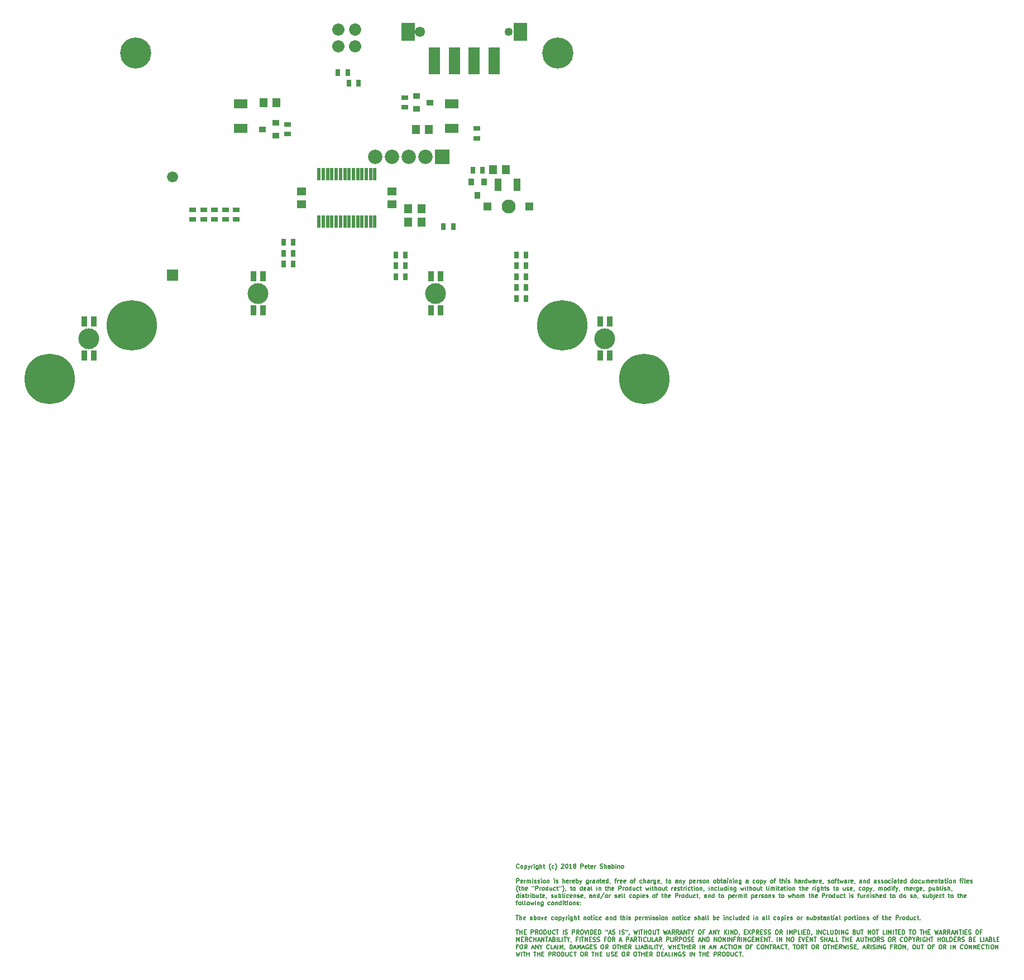
<source format=gbs>
G04 #@! TF.FileFunction,Soldermask,Bot*
%FSLAX46Y46*%
G04 Gerber Fmt 4.6, Leading zero omitted, Abs format (unit mm)*
G04 Created by KiCad (PCBNEW 4.0.7) date 06/20/18 18:14:49*
%MOMM*%
%LPD*%
G01*
G04 APERTURE LIST*
%ADD10C,0.100000*%
%ADD11C,0.158750*%
%ADD12R,1.402400X1.152400*%
%ADD13R,1.152400X1.402400*%
%ADD14R,1.752400X4.152400*%
%ADD15C,1.552400*%
%ADD16C,1.252400*%
%ADD17R,2.152400X2.752400*%
%ADD18R,0.952400X1.052400*%
%ADD19R,1.052400X0.952400*%
%ADD20R,0.652400X1.052400*%
%ADD21R,1.052400X0.652400*%
%ADD22R,0.602400X1.902400*%
%ADD23C,1.852400*%
%ADD24O,1.852400X1.852400*%
%ADD25C,2.108200*%
%ADD26R,1.168400X1.168400*%
%ADD27R,2.159000X1.397000*%
%ADD28C,4.724400*%
%ADD29R,1.052400X1.852400*%
%ADD30C,7.652400*%
%ADD31C,3.152400*%
%ADD32R,0.952400X1.552400*%
%ADD33R,1.676400X1.676400*%
%ADD34C,1.676400*%
%ADD35C,2.184400*%
%ADD36R,2.184400X2.184400*%
G04 APERTURE END LIST*
D10*
D11*
X178504548Y-167422286D02*
X178474310Y-167452524D01*
X178383595Y-167482762D01*
X178323119Y-167482762D01*
X178232405Y-167452524D01*
X178171929Y-167392048D01*
X178141690Y-167331571D01*
X178111452Y-167210619D01*
X178111452Y-167119905D01*
X178141690Y-166998952D01*
X178171929Y-166938476D01*
X178232405Y-166878000D01*
X178323119Y-166847762D01*
X178383595Y-166847762D01*
X178474310Y-166878000D01*
X178504548Y-166908238D01*
X178867405Y-167482762D02*
X178806929Y-167452524D01*
X178776690Y-167422286D01*
X178746452Y-167361810D01*
X178746452Y-167180381D01*
X178776690Y-167119905D01*
X178806929Y-167089667D01*
X178867405Y-167059429D01*
X178958119Y-167059429D01*
X179018595Y-167089667D01*
X179048833Y-167119905D01*
X179079071Y-167180381D01*
X179079071Y-167361810D01*
X179048833Y-167422286D01*
X179018595Y-167452524D01*
X178958119Y-167482762D01*
X178867405Y-167482762D01*
X179351214Y-167059429D02*
X179351214Y-167694429D01*
X179351214Y-167089667D02*
X179411691Y-167059429D01*
X179532643Y-167059429D01*
X179593119Y-167089667D01*
X179623357Y-167119905D01*
X179653595Y-167180381D01*
X179653595Y-167361810D01*
X179623357Y-167422286D01*
X179593119Y-167452524D01*
X179532643Y-167482762D01*
X179411691Y-167482762D01*
X179351214Y-167452524D01*
X179865262Y-167059429D02*
X180016453Y-167482762D01*
X180167643Y-167059429D02*
X180016453Y-167482762D01*
X179955977Y-167633952D01*
X179925738Y-167664190D01*
X179865262Y-167694429D01*
X180409548Y-167482762D02*
X180409548Y-167059429D01*
X180409548Y-167180381D02*
X180439787Y-167119905D01*
X180470025Y-167089667D01*
X180530501Y-167059429D01*
X180590977Y-167059429D01*
X180802643Y-167482762D02*
X180802643Y-167059429D01*
X180802643Y-166847762D02*
X180772405Y-166878000D01*
X180802643Y-166908238D01*
X180832882Y-166878000D01*
X180802643Y-166847762D01*
X180802643Y-166908238D01*
X181377167Y-167059429D02*
X181377167Y-167573476D01*
X181346929Y-167633952D01*
X181316691Y-167664190D01*
X181256215Y-167694429D01*
X181165501Y-167694429D01*
X181105024Y-167664190D01*
X181377167Y-167452524D02*
X181316691Y-167482762D01*
X181195739Y-167482762D01*
X181135263Y-167452524D01*
X181105024Y-167422286D01*
X181074786Y-167361810D01*
X181074786Y-167180381D01*
X181105024Y-167119905D01*
X181135263Y-167089667D01*
X181195739Y-167059429D01*
X181316691Y-167059429D01*
X181377167Y-167089667D01*
X181679548Y-167482762D02*
X181679548Y-166847762D01*
X181951691Y-167482762D02*
X181951691Y-167150143D01*
X181921453Y-167089667D01*
X181860977Y-167059429D01*
X181770263Y-167059429D01*
X181709787Y-167089667D01*
X181679548Y-167119905D01*
X182163358Y-167059429D02*
X182405263Y-167059429D01*
X182254072Y-166847762D02*
X182254072Y-167392048D01*
X182284311Y-167452524D01*
X182344787Y-167482762D01*
X182405263Y-167482762D01*
X183282168Y-167724667D02*
X183251930Y-167694429D01*
X183191454Y-167603714D01*
X183161216Y-167543238D01*
X183130978Y-167452524D01*
X183100739Y-167301333D01*
X183100739Y-167180381D01*
X183130978Y-167029190D01*
X183161216Y-166938476D01*
X183191454Y-166878000D01*
X183251930Y-166787286D01*
X183282168Y-166757048D01*
X183796215Y-167452524D02*
X183735739Y-167482762D01*
X183614787Y-167482762D01*
X183554311Y-167452524D01*
X183524072Y-167422286D01*
X183493834Y-167361810D01*
X183493834Y-167180381D01*
X183524072Y-167119905D01*
X183554311Y-167089667D01*
X183614787Y-167059429D01*
X183735739Y-167059429D01*
X183796215Y-167089667D01*
X184007882Y-167724667D02*
X184038120Y-167694429D01*
X184098597Y-167603714D01*
X184128835Y-167543238D01*
X184159073Y-167452524D01*
X184189311Y-167301333D01*
X184189311Y-167180381D01*
X184159073Y-167029190D01*
X184128835Y-166938476D01*
X184098597Y-166878000D01*
X184038120Y-166787286D01*
X184007882Y-166757048D01*
X184945263Y-166908238D02*
X184975501Y-166878000D01*
X185035978Y-166847762D01*
X185187168Y-166847762D01*
X185247644Y-166878000D01*
X185277882Y-166908238D01*
X185308121Y-166968714D01*
X185308121Y-167029190D01*
X185277882Y-167119905D01*
X184915025Y-167482762D01*
X185308121Y-167482762D01*
X185701216Y-166847762D02*
X185761692Y-166847762D01*
X185822168Y-166878000D01*
X185852406Y-166908238D01*
X185882644Y-166968714D01*
X185912883Y-167089667D01*
X185912883Y-167240857D01*
X185882644Y-167361810D01*
X185852406Y-167422286D01*
X185822168Y-167452524D01*
X185761692Y-167482762D01*
X185701216Y-167482762D01*
X185640740Y-167452524D01*
X185610502Y-167422286D01*
X185580263Y-167361810D01*
X185550025Y-167240857D01*
X185550025Y-167089667D01*
X185580263Y-166968714D01*
X185610502Y-166908238D01*
X185640740Y-166878000D01*
X185701216Y-166847762D01*
X186517645Y-167482762D02*
X186154787Y-167482762D01*
X186336216Y-167482762D02*
X186336216Y-166847762D01*
X186275740Y-166938476D01*
X186215264Y-166998952D01*
X186154787Y-167029190D01*
X186880502Y-167119905D02*
X186820026Y-167089667D01*
X186789787Y-167059429D01*
X186759549Y-166998952D01*
X186759549Y-166968714D01*
X186789787Y-166908238D01*
X186820026Y-166878000D01*
X186880502Y-166847762D01*
X187001454Y-166847762D01*
X187061930Y-166878000D01*
X187092168Y-166908238D01*
X187122407Y-166968714D01*
X187122407Y-166998952D01*
X187092168Y-167059429D01*
X187061930Y-167089667D01*
X187001454Y-167119905D01*
X186880502Y-167119905D01*
X186820026Y-167150143D01*
X186789787Y-167180381D01*
X186759549Y-167240857D01*
X186759549Y-167361810D01*
X186789787Y-167422286D01*
X186820026Y-167452524D01*
X186880502Y-167482762D01*
X187001454Y-167482762D01*
X187061930Y-167452524D01*
X187092168Y-167422286D01*
X187122407Y-167361810D01*
X187122407Y-167240857D01*
X187092168Y-167180381D01*
X187061930Y-167150143D01*
X187001454Y-167119905D01*
X187878359Y-167482762D02*
X187878359Y-166847762D01*
X188120264Y-166847762D01*
X188180740Y-166878000D01*
X188210979Y-166908238D01*
X188241217Y-166968714D01*
X188241217Y-167059429D01*
X188210979Y-167119905D01*
X188180740Y-167150143D01*
X188120264Y-167180381D01*
X187878359Y-167180381D01*
X188755264Y-167452524D02*
X188694788Y-167482762D01*
X188573836Y-167482762D01*
X188513359Y-167452524D01*
X188483121Y-167392048D01*
X188483121Y-167150143D01*
X188513359Y-167089667D01*
X188573836Y-167059429D01*
X188694788Y-167059429D01*
X188755264Y-167089667D01*
X188785502Y-167150143D01*
X188785502Y-167210619D01*
X188483121Y-167271095D01*
X188966931Y-167059429D02*
X189208836Y-167059429D01*
X189057645Y-166847762D02*
X189057645Y-167392048D01*
X189087884Y-167452524D01*
X189148360Y-167482762D01*
X189208836Y-167482762D01*
X189662407Y-167452524D02*
X189601931Y-167482762D01*
X189480979Y-167482762D01*
X189420502Y-167452524D01*
X189390264Y-167392048D01*
X189390264Y-167150143D01*
X189420502Y-167089667D01*
X189480979Y-167059429D01*
X189601931Y-167059429D01*
X189662407Y-167089667D01*
X189692645Y-167150143D01*
X189692645Y-167210619D01*
X189390264Y-167271095D01*
X189964788Y-167482762D02*
X189964788Y-167059429D01*
X189964788Y-167180381D02*
X189995027Y-167119905D01*
X190025265Y-167089667D01*
X190085741Y-167059429D01*
X190146217Y-167059429D01*
X190811455Y-167452524D02*
X190902170Y-167482762D01*
X191053360Y-167482762D01*
X191113836Y-167452524D01*
X191144074Y-167422286D01*
X191174313Y-167361810D01*
X191174313Y-167301333D01*
X191144074Y-167240857D01*
X191113836Y-167210619D01*
X191053360Y-167180381D01*
X190932408Y-167150143D01*
X190871932Y-167119905D01*
X190841693Y-167089667D01*
X190811455Y-167029190D01*
X190811455Y-166968714D01*
X190841693Y-166908238D01*
X190871932Y-166878000D01*
X190932408Y-166847762D01*
X191083598Y-166847762D01*
X191174313Y-166878000D01*
X191446455Y-167482762D02*
X191446455Y-166847762D01*
X191718598Y-167482762D02*
X191718598Y-167150143D01*
X191688360Y-167089667D01*
X191627884Y-167059429D01*
X191537170Y-167059429D01*
X191476694Y-167089667D01*
X191446455Y-167119905D01*
X192293122Y-167482762D02*
X192293122Y-167150143D01*
X192262884Y-167089667D01*
X192202408Y-167059429D01*
X192081456Y-167059429D01*
X192020979Y-167089667D01*
X192293122Y-167452524D02*
X192232646Y-167482762D01*
X192081456Y-167482762D01*
X192020979Y-167452524D01*
X191990741Y-167392048D01*
X191990741Y-167331571D01*
X192020979Y-167271095D01*
X192081456Y-167240857D01*
X192232646Y-167240857D01*
X192293122Y-167210619D01*
X192595503Y-167482762D02*
X192595503Y-166847762D01*
X192595503Y-167089667D02*
X192655980Y-167059429D01*
X192776932Y-167059429D01*
X192837408Y-167089667D01*
X192867646Y-167119905D01*
X192897884Y-167180381D01*
X192897884Y-167361810D01*
X192867646Y-167422286D01*
X192837408Y-167452524D01*
X192776932Y-167482762D01*
X192655980Y-167482762D01*
X192595503Y-167452524D01*
X193170027Y-167482762D02*
X193170027Y-167059429D01*
X193170027Y-166847762D02*
X193139789Y-166878000D01*
X193170027Y-166908238D01*
X193200266Y-166878000D01*
X193170027Y-166847762D01*
X193170027Y-166908238D01*
X193472408Y-167059429D02*
X193472408Y-167482762D01*
X193472408Y-167119905D02*
X193502647Y-167089667D01*
X193563123Y-167059429D01*
X193653837Y-167059429D01*
X193714313Y-167089667D01*
X193744551Y-167150143D01*
X193744551Y-167482762D01*
X194137647Y-167482762D02*
X194077171Y-167452524D01*
X194046932Y-167422286D01*
X194016694Y-167361810D01*
X194016694Y-167180381D01*
X194046932Y-167119905D01*
X194077171Y-167089667D01*
X194137647Y-167059429D01*
X194228361Y-167059429D01*
X194288837Y-167089667D01*
X194319075Y-167119905D01*
X194349313Y-167180381D01*
X194349313Y-167361810D01*
X194319075Y-167422286D01*
X194288837Y-167452524D01*
X194228361Y-167482762D01*
X194137647Y-167482762D01*
X178141690Y-169705262D02*
X178141690Y-169070262D01*
X178383595Y-169070262D01*
X178444071Y-169100500D01*
X178474310Y-169130738D01*
X178504548Y-169191214D01*
X178504548Y-169281929D01*
X178474310Y-169342405D01*
X178444071Y-169372643D01*
X178383595Y-169402881D01*
X178141690Y-169402881D01*
X179018595Y-169675024D02*
X178958119Y-169705262D01*
X178837167Y-169705262D01*
X178776690Y-169675024D01*
X178746452Y-169614548D01*
X178746452Y-169372643D01*
X178776690Y-169312167D01*
X178837167Y-169281929D01*
X178958119Y-169281929D01*
X179018595Y-169312167D01*
X179048833Y-169372643D01*
X179048833Y-169433119D01*
X178746452Y-169493595D01*
X179320976Y-169705262D02*
X179320976Y-169281929D01*
X179320976Y-169402881D02*
X179351215Y-169342405D01*
X179381453Y-169312167D01*
X179441929Y-169281929D01*
X179502405Y-169281929D01*
X179714071Y-169705262D02*
X179714071Y-169281929D01*
X179714071Y-169342405D02*
X179744310Y-169312167D01*
X179804786Y-169281929D01*
X179895500Y-169281929D01*
X179955976Y-169312167D01*
X179986214Y-169372643D01*
X179986214Y-169705262D01*
X179986214Y-169372643D02*
X180016452Y-169312167D01*
X180076929Y-169281929D01*
X180167643Y-169281929D01*
X180228119Y-169312167D01*
X180258357Y-169372643D01*
X180258357Y-169705262D01*
X180560738Y-169705262D02*
X180560738Y-169281929D01*
X180560738Y-169070262D02*
X180530500Y-169100500D01*
X180560738Y-169130738D01*
X180590977Y-169100500D01*
X180560738Y-169070262D01*
X180560738Y-169130738D01*
X180832881Y-169675024D02*
X180893358Y-169705262D01*
X181014310Y-169705262D01*
X181074786Y-169675024D01*
X181105024Y-169614548D01*
X181105024Y-169584310D01*
X181074786Y-169523833D01*
X181014310Y-169493595D01*
X180923596Y-169493595D01*
X180863119Y-169463357D01*
X180832881Y-169402881D01*
X180832881Y-169372643D01*
X180863119Y-169312167D01*
X180923596Y-169281929D01*
X181014310Y-169281929D01*
X181074786Y-169312167D01*
X181346929Y-169675024D02*
X181407406Y-169705262D01*
X181528358Y-169705262D01*
X181588834Y-169675024D01*
X181619072Y-169614548D01*
X181619072Y-169584310D01*
X181588834Y-169523833D01*
X181528358Y-169493595D01*
X181437644Y-169493595D01*
X181377167Y-169463357D01*
X181346929Y-169402881D01*
X181346929Y-169372643D01*
X181377167Y-169312167D01*
X181437644Y-169281929D01*
X181528358Y-169281929D01*
X181588834Y-169312167D01*
X181891215Y-169705262D02*
X181891215Y-169281929D01*
X181891215Y-169070262D02*
X181860977Y-169100500D01*
X181891215Y-169130738D01*
X181921454Y-169100500D01*
X181891215Y-169070262D01*
X181891215Y-169130738D01*
X182284311Y-169705262D02*
X182223835Y-169675024D01*
X182193596Y-169644786D01*
X182163358Y-169584310D01*
X182163358Y-169402881D01*
X182193596Y-169342405D01*
X182223835Y-169312167D01*
X182284311Y-169281929D01*
X182375025Y-169281929D01*
X182435501Y-169312167D01*
X182465739Y-169342405D01*
X182495977Y-169402881D01*
X182495977Y-169584310D01*
X182465739Y-169644786D01*
X182435501Y-169675024D01*
X182375025Y-169705262D01*
X182284311Y-169705262D01*
X182768120Y-169281929D02*
X182768120Y-169705262D01*
X182768120Y-169342405D02*
X182798359Y-169312167D01*
X182858835Y-169281929D01*
X182949549Y-169281929D01*
X183010025Y-169312167D01*
X183040263Y-169372643D01*
X183040263Y-169705262D01*
X183826454Y-169705262D02*
X183826454Y-169281929D01*
X183826454Y-169070262D02*
X183796216Y-169100500D01*
X183826454Y-169130738D01*
X183856693Y-169100500D01*
X183826454Y-169070262D01*
X183826454Y-169130738D01*
X184098597Y-169675024D02*
X184159074Y-169705262D01*
X184280026Y-169705262D01*
X184340502Y-169675024D01*
X184370740Y-169614548D01*
X184370740Y-169584310D01*
X184340502Y-169523833D01*
X184280026Y-169493595D01*
X184189312Y-169493595D01*
X184128835Y-169463357D01*
X184098597Y-169402881D01*
X184098597Y-169372643D01*
X184128835Y-169312167D01*
X184189312Y-169281929D01*
X184280026Y-169281929D01*
X184340502Y-169312167D01*
X185126693Y-169705262D02*
X185126693Y-169070262D01*
X185398836Y-169705262D02*
X185398836Y-169372643D01*
X185368598Y-169312167D01*
X185308122Y-169281929D01*
X185217408Y-169281929D01*
X185156932Y-169312167D01*
X185126693Y-169342405D01*
X185943122Y-169675024D02*
X185882646Y-169705262D01*
X185761694Y-169705262D01*
X185701217Y-169675024D01*
X185670979Y-169614548D01*
X185670979Y-169372643D01*
X185701217Y-169312167D01*
X185761694Y-169281929D01*
X185882646Y-169281929D01*
X185943122Y-169312167D01*
X185973360Y-169372643D01*
X185973360Y-169433119D01*
X185670979Y-169493595D01*
X186245503Y-169705262D02*
X186245503Y-169281929D01*
X186245503Y-169402881D02*
X186275742Y-169342405D01*
X186305980Y-169312167D01*
X186366456Y-169281929D01*
X186426932Y-169281929D01*
X186880503Y-169675024D02*
X186820027Y-169705262D01*
X186699075Y-169705262D01*
X186638598Y-169675024D01*
X186608360Y-169614548D01*
X186608360Y-169372643D01*
X186638598Y-169312167D01*
X186699075Y-169281929D01*
X186820027Y-169281929D01*
X186880503Y-169312167D01*
X186910741Y-169372643D01*
X186910741Y-169433119D01*
X186608360Y-169493595D01*
X187182884Y-169705262D02*
X187182884Y-169070262D01*
X187182884Y-169312167D02*
X187243361Y-169281929D01*
X187364313Y-169281929D01*
X187424789Y-169312167D01*
X187455027Y-169342405D01*
X187485265Y-169402881D01*
X187485265Y-169584310D01*
X187455027Y-169644786D01*
X187424789Y-169675024D01*
X187364313Y-169705262D01*
X187243361Y-169705262D01*
X187182884Y-169675024D01*
X187696932Y-169281929D02*
X187848123Y-169705262D01*
X187999313Y-169281929D02*
X187848123Y-169705262D01*
X187787647Y-169856452D01*
X187757408Y-169886690D01*
X187696932Y-169916929D01*
X188997171Y-169281929D02*
X188997171Y-169795976D01*
X188966933Y-169856452D01*
X188936695Y-169886690D01*
X188876219Y-169916929D01*
X188785505Y-169916929D01*
X188725028Y-169886690D01*
X188997171Y-169675024D02*
X188936695Y-169705262D01*
X188815743Y-169705262D01*
X188755267Y-169675024D01*
X188725028Y-169644786D01*
X188694790Y-169584310D01*
X188694790Y-169402881D01*
X188725028Y-169342405D01*
X188755267Y-169312167D01*
X188815743Y-169281929D01*
X188936695Y-169281929D01*
X188997171Y-169312167D01*
X189299552Y-169705262D02*
X189299552Y-169281929D01*
X189299552Y-169402881D02*
X189329791Y-169342405D01*
X189360029Y-169312167D01*
X189420505Y-169281929D01*
X189480981Y-169281929D01*
X189964790Y-169705262D02*
X189964790Y-169372643D01*
X189934552Y-169312167D01*
X189874076Y-169281929D01*
X189753124Y-169281929D01*
X189692647Y-169312167D01*
X189964790Y-169675024D02*
X189904314Y-169705262D01*
X189753124Y-169705262D01*
X189692647Y-169675024D01*
X189662409Y-169614548D01*
X189662409Y-169554071D01*
X189692647Y-169493595D01*
X189753124Y-169463357D01*
X189904314Y-169463357D01*
X189964790Y-169433119D01*
X190267171Y-169281929D02*
X190267171Y-169705262D01*
X190267171Y-169342405D02*
X190297410Y-169312167D01*
X190357886Y-169281929D01*
X190448600Y-169281929D01*
X190509076Y-169312167D01*
X190539314Y-169372643D01*
X190539314Y-169705262D01*
X190750981Y-169281929D02*
X190992886Y-169281929D01*
X190841695Y-169070262D02*
X190841695Y-169614548D01*
X190871934Y-169675024D01*
X190932410Y-169705262D01*
X190992886Y-169705262D01*
X191446457Y-169675024D02*
X191385981Y-169705262D01*
X191265029Y-169705262D01*
X191204552Y-169675024D01*
X191174314Y-169614548D01*
X191174314Y-169372643D01*
X191204552Y-169312167D01*
X191265029Y-169281929D01*
X191385981Y-169281929D01*
X191446457Y-169312167D01*
X191476695Y-169372643D01*
X191476695Y-169433119D01*
X191174314Y-169493595D01*
X192020981Y-169705262D02*
X192020981Y-169070262D01*
X192020981Y-169675024D02*
X191960505Y-169705262D01*
X191839553Y-169705262D01*
X191779077Y-169675024D01*
X191748838Y-169644786D01*
X191718600Y-169584310D01*
X191718600Y-169402881D01*
X191748838Y-169342405D01*
X191779077Y-169312167D01*
X191839553Y-169281929D01*
X191960505Y-169281929D01*
X192020981Y-169312167D01*
X192353601Y-169675024D02*
X192353601Y-169705262D01*
X192323362Y-169765738D01*
X192293124Y-169795976D01*
X193018839Y-169281929D02*
X193260744Y-169281929D01*
X193109553Y-169705262D02*
X193109553Y-169160976D01*
X193139792Y-169100500D01*
X193200268Y-169070262D01*
X193260744Y-169070262D01*
X193472410Y-169705262D02*
X193472410Y-169281929D01*
X193472410Y-169402881D02*
X193502649Y-169342405D01*
X193532887Y-169312167D01*
X193593363Y-169281929D01*
X193653839Y-169281929D01*
X194107410Y-169675024D02*
X194046934Y-169705262D01*
X193925982Y-169705262D01*
X193865505Y-169675024D01*
X193835267Y-169614548D01*
X193835267Y-169372643D01*
X193865505Y-169312167D01*
X193925982Y-169281929D01*
X194046934Y-169281929D01*
X194107410Y-169312167D01*
X194137648Y-169372643D01*
X194137648Y-169433119D01*
X193835267Y-169493595D01*
X194651696Y-169675024D02*
X194591220Y-169705262D01*
X194470268Y-169705262D01*
X194409791Y-169675024D01*
X194379553Y-169614548D01*
X194379553Y-169372643D01*
X194409791Y-169312167D01*
X194470268Y-169281929D01*
X194591220Y-169281929D01*
X194651696Y-169312167D01*
X194681934Y-169372643D01*
X194681934Y-169433119D01*
X194379553Y-169493595D01*
X195528602Y-169705262D02*
X195468126Y-169675024D01*
X195437887Y-169644786D01*
X195407649Y-169584310D01*
X195407649Y-169402881D01*
X195437887Y-169342405D01*
X195468126Y-169312167D01*
X195528602Y-169281929D01*
X195619316Y-169281929D01*
X195679792Y-169312167D01*
X195710030Y-169342405D01*
X195740268Y-169402881D01*
X195740268Y-169584310D01*
X195710030Y-169644786D01*
X195679792Y-169675024D01*
X195619316Y-169705262D01*
X195528602Y-169705262D01*
X195921697Y-169281929D02*
X196163602Y-169281929D01*
X196012411Y-169705262D02*
X196012411Y-169160976D01*
X196042650Y-169100500D01*
X196103126Y-169070262D01*
X196163602Y-169070262D01*
X197131221Y-169675024D02*
X197070745Y-169705262D01*
X196949793Y-169705262D01*
X196889317Y-169675024D01*
X196859078Y-169644786D01*
X196828840Y-169584310D01*
X196828840Y-169402881D01*
X196859078Y-169342405D01*
X196889317Y-169312167D01*
X196949793Y-169281929D01*
X197070745Y-169281929D01*
X197131221Y-169312167D01*
X197403364Y-169705262D02*
X197403364Y-169070262D01*
X197675507Y-169705262D02*
X197675507Y-169372643D01*
X197645269Y-169312167D01*
X197584793Y-169281929D01*
X197494079Y-169281929D01*
X197433603Y-169312167D01*
X197403364Y-169342405D01*
X198250031Y-169705262D02*
X198250031Y-169372643D01*
X198219793Y-169312167D01*
X198159317Y-169281929D01*
X198038365Y-169281929D01*
X197977888Y-169312167D01*
X198250031Y-169675024D02*
X198189555Y-169705262D01*
X198038365Y-169705262D01*
X197977888Y-169675024D01*
X197947650Y-169614548D01*
X197947650Y-169554071D01*
X197977888Y-169493595D01*
X198038365Y-169463357D01*
X198189555Y-169463357D01*
X198250031Y-169433119D01*
X198552412Y-169705262D02*
X198552412Y-169281929D01*
X198552412Y-169402881D02*
X198582651Y-169342405D01*
X198612889Y-169312167D01*
X198673365Y-169281929D01*
X198733841Y-169281929D01*
X199217650Y-169281929D02*
X199217650Y-169795976D01*
X199187412Y-169856452D01*
X199157174Y-169886690D01*
X199096698Y-169916929D01*
X199005984Y-169916929D01*
X198945507Y-169886690D01*
X199217650Y-169675024D02*
X199157174Y-169705262D01*
X199036222Y-169705262D01*
X198975746Y-169675024D01*
X198945507Y-169644786D01*
X198915269Y-169584310D01*
X198915269Y-169402881D01*
X198945507Y-169342405D01*
X198975746Y-169312167D01*
X199036222Y-169281929D01*
X199157174Y-169281929D01*
X199217650Y-169312167D01*
X199761936Y-169675024D02*
X199701460Y-169705262D01*
X199580508Y-169705262D01*
X199520031Y-169675024D01*
X199489793Y-169614548D01*
X199489793Y-169372643D01*
X199520031Y-169312167D01*
X199580508Y-169281929D01*
X199701460Y-169281929D01*
X199761936Y-169312167D01*
X199792174Y-169372643D01*
X199792174Y-169433119D01*
X199489793Y-169493595D01*
X200094556Y-169675024D02*
X200094556Y-169705262D01*
X200064317Y-169765738D01*
X200034079Y-169795976D01*
X200759794Y-169281929D02*
X201001699Y-169281929D01*
X200850508Y-169070262D02*
X200850508Y-169614548D01*
X200880747Y-169675024D01*
X200941223Y-169705262D01*
X201001699Y-169705262D01*
X201304080Y-169705262D02*
X201243604Y-169675024D01*
X201213365Y-169644786D01*
X201183127Y-169584310D01*
X201183127Y-169402881D01*
X201213365Y-169342405D01*
X201243604Y-169312167D01*
X201304080Y-169281929D01*
X201394794Y-169281929D01*
X201455270Y-169312167D01*
X201485508Y-169342405D01*
X201515746Y-169402881D01*
X201515746Y-169584310D01*
X201485508Y-169644786D01*
X201455270Y-169675024D01*
X201394794Y-169705262D01*
X201304080Y-169705262D01*
X202543842Y-169705262D02*
X202543842Y-169372643D01*
X202513604Y-169312167D01*
X202453128Y-169281929D01*
X202332176Y-169281929D01*
X202271699Y-169312167D01*
X202543842Y-169675024D02*
X202483366Y-169705262D01*
X202332176Y-169705262D01*
X202271699Y-169675024D01*
X202241461Y-169614548D01*
X202241461Y-169554071D01*
X202271699Y-169493595D01*
X202332176Y-169463357D01*
X202483366Y-169463357D01*
X202543842Y-169433119D01*
X202846223Y-169281929D02*
X202846223Y-169705262D01*
X202846223Y-169342405D02*
X202876462Y-169312167D01*
X202936938Y-169281929D01*
X203027652Y-169281929D01*
X203088128Y-169312167D01*
X203118366Y-169372643D01*
X203118366Y-169705262D01*
X203360271Y-169281929D02*
X203511462Y-169705262D01*
X203662652Y-169281929D02*
X203511462Y-169705262D01*
X203450986Y-169856452D01*
X203420747Y-169886690D01*
X203360271Y-169916929D01*
X204388367Y-169281929D02*
X204388367Y-169916929D01*
X204388367Y-169312167D02*
X204448844Y-169281929D01*
X204569796Y-169281929D01*
X204630272Y-169312167D01*
X204660510Y-169342405D01*
X204690748Y-169402881D01*
X204690748Y-169584310D01*
X204660510Y-169644786D01*
X204630272Y-169675024D01*
X204569796Y-169705262D01*
X204448844Y-169705262D01*
X204388367Y-169675024D01*
X205204796Y-169675024D02*
X205144320Y-169705262D01*
X205023368Y-169705262D01*
X204962891Y-169675024D01*
X204932653Y-169614548D01*
X204932653Y-169372643D01*
X204962891Y-169312167D01*
X205023368Y-169281929D01*
X205144320Y-169281929D01*
X205204796Y-169312167D01*
X205235034Y-169372643D01*
X205235034Y-169433119D01*
X204932653Y-169493595D01*
X205507177Y-169705262D02*
X205507177Y-169281929D01*
X205507177Y-169402881D02*
X205537416Y-169342405D01*
X205567654Y-169312167D01*
X205628130Y-169281929D01*
X205688606Y-169281929D01*
X205870034Y-169675024D02*
X205930511Y-169705262D01*
X206051463Y-169705262D01*
X206111939Y-169675024D01*
X206142177Y-169614548D01*
X206142177Y-169584310D01*
X206111939Y-169523833D01*
X206051463Y-169493595D01*
X205960749Y-169493595D01*
X205900272Y-169463357D01*
X205870034Y-169402881D01*
X205870034Y-169372643D01*
X205900272Y-169312167D01*
X205960749Y-169281929D01*
X206051463Y-169281929D01*
X206111939Y-169312167D01*
X206505035Y-169705262D02*
X206444559Y-169675024D01*
X206414320Y-169644786D01*
X206384082Y-169584310D01*
X206384082Y-169402881D01*
X206414320Y-169342405D01*
X206444559Y-169312167D01*
X206505035Y-169281929D01*
X206595749Y-169281929D01*
X206656225Y-169312167D01*
X206686463Y-169342405D01*
X206716701Y-169402881D01*
X206716701Y-169584310D01*
X206686463Y-169644786D01*
X206656225Y-169675024D01*
X206595749Y-169705262D01*
X206505035Y-169705262D01*
X206988844Y-169281929D02*
X206988844Y-169705262D01*
X206988844Y-169342405D02*
X207019083Y-169312167D01*
X207079559Y-169281929D01*
X207170273Y-169281929D01*
X207230749Y-169312167D01*
X207260987Y-169372643D01*
X207260987Y-169705262D01*
X208137893Y-169705262D02*
X208077417Y-169675024D01*
X208047178Y-169644786D01*
X208016940Y-169584310D01*
X208016940Y-169402881D01*
X208047178Y-169342405D01*
X208077417Y-169312167D01*
X208137893Y-169281929D01*
X208228607Y-169281929D01*
X208289083Y-169312167D01*
X208319321Y-169342405D01*
X208349559Y-169402881D01*
X208349559Y-169584310D01*
X208319321Y-169644786D01*
X208289083Y-169675024D01*
X208228607Y-169705262D01*
X208137893Y-169705262D01*
X208621702Y-169705262D02*
X208621702Y-169070262D01*
X208621702Y-169312167D02*
X208682179Y-169281929D01*
X208803131Y-169281929D01*
X208863607Y-169312167D01*
X208893845Y-169342405D01*
X208924083Y-169402881D01*
X208924083Y-169584310D01*
X208893845Y-169644786D01*
X208863607Y-169675024D01*
X208803131Y-169705262D01*
X208682179Y-169705262D01*
X208621702Y-169675024D01*
X209105512Y-169281929D02*
X209347417Y-169281929D01*
X209196226Y-169070262D02*
X209196226Y-169614548D01*
X209226465Y-169675024D01*
X209286941Y-169705262D01*
X209347417Y-169705262D01*
X209831226Y-169705262D02*
X209831226Y-169372643D01*
X209800988Y-169312167D01*
X209740512Y-169281929D01*
X209619560Y-169281929D01*
X209559083Y-169312167D01*
X209831226Y-169675024D02*
X209770750Y-169705262D01*
X209619560Y-169705262D01*
X209559083Y-169675024D01*
X209528845Y-169614548D01*
X209528845Y-169554071D01*
X209559083Y-169493595D01*
X209619560Y-169463357D01*
X209770750Y-169463357D01*
X209831226Y-169433119D01*
X210133607Y-169705262D02*
X210133607Y-169281929D01*
X210133607Y-169070262D02*
X210103369Y-169100500D01*
X210133607Y-169130738D01*
X210163846Y-169100500D01*
X210133607Y-169070262D01*
X210133607Y-169130738D01*
X210435988Y-169281929D02*
X210435988Y-169705262D01*
X210435988Y-169342405D02*
X210466227Y-169312167D01*
X210526703Y-169281929D01*
X210617417Y-169281929D01*
X210677893Y-169312167D01*
X210708131Y-169372643D01*
X210708131Y-169705262D01*
X211010512Y-169705262D02*
X211010512Y-169281929D01*
X211010512Y-169070262D02*
X210980274Y-169100500D01*
X211010512Y-169130738D01*
X211040751Y-169100500D01*
X211010512Y-169070262D01*
X211010512Y-169130738D01*
X211312893Y-169281929D02*
X211312893Y-169705262D01*
X211312893Y-169342405D02*
X211343132Y-169312167D01*
X211403608Y-169281929D01*
X211494322Y-169281929D01*
X211554798Y-169312167D01*
X211585036Y-169372643D01*
X211585036Y-169705262D01*
X212159560Y-169281929D02*
X212159560Y-169795976D01*
X212129322Y-169856452D01*
X212099084Y-169886690D01*
X212038608Y-169916929D01*
X211947894Y-169916929D01*
X211887417Y-169886690D01*
X212159560Y-169675024D02*
X212099084Y-169705262D01*
X211978132Y-169705262D01*
X211917656Y-169675024D01*
X211887417Y-169644786D01*
X211857179Y-169584310D01*
X211857179Y-169402881D01*
X211887417Y-169342405D01*
X211917656Y-169312167D01*
X211978132Y-169281929D01*
X212099084Y-169281929D01*
X212159560Y-169312167D01*
X213217894Y-169705262D02*
X213217894Y-169372643D01*
X213187656Y-169312167D01*
X213127180Y-169281929D01*
X213006228Y-169281929D01*
X212945751Y-169312167D01*
X213217894Y-169675024D02*
X213157418Y-169705262D01*
X213006228Y-169705262D01*
X212945751Y-169675024D01*
X212915513Y-169614548D01*
X212915513Y-169554071D01*
X212945751Y-169493595D01*
X213006228Y-169463357D01*
X213157418Y-169463357D01*
X213217894Y-169433119D01*
X214276228Y-169675024D02*
X214215752Y-169705262D01*
X214094800Y-169705262D01*
X214034324Y-169675024D01*
X214004085Y-169644786D01*
X213973847Y-169584310D01*
X213973847Y-169402881D01*
X214004085Y-169342405D01*
X214034324Y-169312167D01*
X214094800Y-169281929D01*
X214215752Y-169281929D01*
X214276228Y-169312167D01*
X214639086Y-169705262D02*
X214578610Y-169675024D01*
X214548371Y-169644786D01*
X214518133Y-169584310D01*
X214518133Y-169402881D01*
X214548371Y-169342405D01*
X214578610Y-169312167D01*
X214639086Y-169281929D01*
X214729800Y-169281929D01*
X214790276Y-169312167D01*
X214820514Y-169342405D01*
X214850752Y-169402881D01*
X214850752Y-169584310D01*
X214820514Y-169644786D01*
X214790276Y-169675024D01*
X214729800Y-169705262D01*
X214639086Y-169705262D01*
X215122895Y-169281929D02*
X215122895Y-169916929D01*
X215122895Y-169312167D02*
X215183372Y-169281929D01*
X215304324Y-169281929D01*
X215364800Y-169312167D01*
X215395038Y-169342405D01*
X215425276Y-169402881D01*
X215425276Y-169584310D01*
X215395038Y-169644786D01*
X215364800Y-169675024D01*
X215304324Y-169705262D01*
X215183372Y-169705262D01*
X215122895Y-169675024D01*
X215636943Y-169281929D02*
X215788134Y-169705262D01*
X215939324Y-169281929D02*
X215788134Y-169705262D01*
X215727658Y-169856452D01*
X215697419Y-169886690D01*
X215636943Y-169916929D01*
X216755754Y-169705262D02*
X216695278Y-169675024D01*
X216665039Y-169644786D01*
X216634801Y-169584310D01*
X216634801Y-169402881D01*
X216665039Y-169342405D01*
X216695278Y-169312167D01*
X216755754Y-169281929D01*
X216846468Y-169281929D01*
X216906944Y-169312167D01*
X216937182Y-169342405D01*
X216967420Y-169402881D01*
X216967420Y-169584310D01*
X216937182Y-169644786D01*
X216906944Y-169675024D01*
X216846468Y-169705262D01*
X216755754Y-169705262D01*
X217148849Y-169281929D02*
X217390754Y-169281929D01*
X217239563Y-169705262D02*
X217239563Y-169160976D01*
X217269802Y-169100500D01*
X217330278Y-169070262D01*
X217390754Y-169070262D01*
X217995516Y-169281929D02*
X218237421Y-169281929D01*
X218086230Y-169070262D02*
X218086230Y-169614548D01*
X218116469Y-169675024D01*
X218176945Y-169705262D01*
X218237421Y-169705262D01*
X218449087Y-169705262D02*
X218449087Y-169070262D01*
X218721230Y-169705262D02*
X218721230Y-169372643D01*
X218690992Y-169312167D01*
X218630516Y-169281929D01*
X218539802Y-169281929D01*
X218479326Y-169312167D01*
X218449087Y-169342405D01*
X219023611Y-169705262D02*
X219023611Y-169281929D01*
X219023611Y-169070262D02*
X218993373Y-169100500D01*
X219023611Y-169130738D01*
X219053850Y-169100500D01*
X219023611Y-169070262D01*
X219023611Y-169130738D01*
X219295754Y-169675024D02*
X219356231Y-169705262D01*
X219477183Y-169705262D01*
X219537659Y-169675024D01*
X219567897Y-169614548D01*
X219567897Y-169584310D01*
X219537659Y-169523833D01*
X219477183Y-169493595D01*
X219386469Y-169493595D01*
X219325992Y-169463357D01*
X219295754Y-169402881D01*
X219295754Y-169372643D01*
X219325992Y-169312167D01*
X219386469Y-169281929D01*
X219477183Y-169281929D01*
X219537659Y-169312167D01*
X220323850Y-169705262D02*
X220323850Y-169070262D01*
X220595993Y-169705262D02*
X220595993Y-169372643D01*
X220565755Y-169312167D01*
X220505279Y-169281929D01*
X220414565Y-169281929D01*
X220354089Y-169312167D01*
X220323850Y-169342405D01*
X221170517Y-169705262D02*
X221170517Y-169372643D01*
X221140279Y-169312167D01*
X221079803Y-169281929D01*
X220958851Y-169281929D01*
X220898374Y-169312167D01*
X221170517Y-169675024D02*
X221110041Y-169705262D01*
X220958851Y-169705262D01*
X220898374Y-169675024D01*
X220868136Y-169614548D01*
X220868136Y-169554071D01*
X220898374Y-169493595D01*
X220958851Y-169463357D01*
X221110041Y-169463357D01*
X221170517Y-169433119D01*
X221472898Y-169705262D02*
X221472898Y-169281929D01*
X221472898Y-169402881D02*
X221503137Y-169342405D01*
X221533375Y-169312167D01*
X221593851Y-169281929D01*
X221654327Y-169281929D01*
X222138136Y-169705262D02*
X222138136Y-169070262D01*
X222138136Y-169675024D02*
X222077660Y-169705262D01*
X221956708Y-169705262D01*
X221896232Y-169675024D01*
X221865993Y-169644786D01*
X221835755Y-169584310D01*
X221835755Y-169402881D01*
X221865993Y-169342405D01*
X221896232Y-169312167D01*
X221956708Y-169281929D01*
X222077660Y-169281929D01*
X222138136Y-169312167D01*
X222380041Y-169281929D02*
X222500994Y-169705262D01*
X222621946Y-169402881D01*
X222742898Y-169705262D01*
X222863851Y-169281929D01*
X223377898Y-169705262D02*
X223377898Y-169372643D01*
X223347660Y-169312167D01*
X223287184Y-169281929D01*
X223166232Y-169281929D01*
X223105755Y-169312167D01*
X223377898Y-169675024D02*
X223317422Y-169705262D01*
X223166232Y-169705262D01*
X223105755Y-169675024D01*
X223075517Y-169614548D01*
X223075517Y-169554071D01*
X223105755Y-169493595D01*
X223166232Y-169463357D01*
X223317422Y-169463357D01*
X223377898Y-169433119D01*
X223680279Y-169705262D02*
X223680279Y-169281929D01*
X223680279Y-169402881D02*
X223710518Y-169342405D01*
X223740756Y-169312167D01*
X223801232Y-169281929D01*
X223861708Y-169281929D01*
X224315279Y-169675024D02*
X224254803Y-169705262D01*
X224133851Y-169705262D01*
X224073374Y-169675024D01*
X224043136Y-169614548D01*
X224043136Y-169372643D01*
X224073374Y-169312167D01*
X224133851Y-169281929D01*
X224254803Y-169281929D01*
X224315279Y-169312167D01*
X224345517Y-169372643D01*
X224345517Y-169433119D01*
X224043136Y-169493595D01*
X224647899Y-169675024D02*
X224647899Y-169705262D01*
X224617660Y-169765738D01*
X224587422Y-169795976D01*
X225373613Y-169675024D02*
X225434090Y-169705262D01*
X225555042Y-169705262D01*
X225615518Y-169675024D01*
X225645756Y-169614548D01*
X225645756Y-169584310D01*
X225615518Y-169523833D01*
X225555042Y-169493595D01*
X225464328Y-169493595D01*
X225403851Y-169463357D01*
X225373613Y-169402881D01*
X225373613Y-169372643D01*
X225403851Y-169312167D01*
X225464328Y-169281929D01*
X225555042Y-169281929D01*
X225615518Y-169312167D01*
X226008614Y-169705262D02*
X225948138Y-169675024D01*
X225917899Y-169644786D01*
X225887661Y-169584310D01*
X225887661Y-169402881D01*
X225917899Y-169342405D01*
X225948138Y-169312167D01*
X226008614Y-169281929D01*
X226099328Y-169281929D01*
X226159804Y-169312167D01*
X226190042Y-169342405D01*
X226220280Y-169402881D01*
X226220280Y-169584310D01*
X226190042Y-169644786D01*
X226159804Y-169675024D01*
X226099328Y-169705262D01*
X226008614Y-169705262D01*
X226401709Y-169281929D02*
X226643614Y-169281929D01*
X226492423Y-169705262D02*
X226492423Y-169160976D01*
X226522662Y-169100500D01*
X226583138Y-169070262D01*
X226643614Y-169070262D01*
X226764566Y-169281929D02*
X227006471Y-169281929D01*
X226855280Y-169070262D02*
X226855280Y-169614548D01*
X226885519Y-169675024D01*
X226945995Y-169705262D01*
X227006471Y-169705262D01*
X227157661Y-169281929D02*
X227278614Y-169705262D01*
X227399566Y-169402881D01*
X227520518Y-169705262D01*
X227641471Y-169281929D01*
X228155518Y-169705262D02*
X228155518Y-169372643D01*
X228125280Y-169312167D01*
X228064804Y-169281929D01*
X227943852Y-169281929D01*
X227883375Y-169312167D01*
X228155518Y-169675024D02*
X228095042Y-169705262D01*
X227943852Y-169705262D01*
X227883375Y-169675024D01*
X227853137Y-169614548D01*
X227853137Y-169554071D01*
X227883375Y-169493595D01*
X227943852Y-169463357D01*
X228095042Y-169463357D01*
X228155518Y-169433119D01*
X228457899Y-169705262D02*
X228457899Y-169281929D01*
X228457899Y-169402881D02*
X228488138Y-169342405D01*
X228518376Y-169312167D01*
X228578852Y-169281929D01*
X228639328Y-169281929D01*
X229092899Y-169675024D02*
X229032423Y-169705262D01*
X228911471Y-169705262D01*
X228850994Y-169675024D01*
X228820756Y-169614548D01*
X228820756Y-169372643D01*
X228850994Y-169312167D01*
X228911471Y-169281929D01*
X229032423Y-169281929D01*
X229092899Y-169312167D01*
X229123137Y-169372643D01*
X229123137Y-169433119D01*
X228820756Y-169493595D01*
X229425519Y-169675024D02*
X229425519Y-169705262D01*
X229395280Y-169765738D01*
X229365042Y-169795976D01*
X230453614Y-169705262D02*
X230453614Y-169372643D01*
X230423376Y-169312167D01*
X230362900Y-169281929D01*
X230241948Y-169281929D01*
X230181471Y-169312167D01*
X230453614Y-169675024D02*
X230393138Y-169705262D01*
X230241948Y-169705262D01*
X230181471Y-169675024D01*
X230151233Y-169614548D01*
X230151233Y-169554071D01*
X230181471Y-169493595D01*
X230241948Y-169463357D01*
X230393138Y-169463357D01*
X230453614Y-169433119D01*
X230755995Y-169281929D02*
X230755995Y-169705262D01*
X230755995Y-169342405D02*
X230786234Y-169312167D01*
X230846710Y-169281929D01*
X230937424Y-169281929D01*
X230997900Y-169312167D01*
X231028138Y-169372643D01*
X231028138Y-169705262D01*
X231602662Y-169705262D02*
X231602662Y-169070262D01*
X231602662Y-169675024D02*
X231542186Y-169705262D01*
X231421234Y-169705262D01*
X231360758Y-169675024D01*
X231330519Y-169644786D01*
X231300281Y-169584310D01*
X231300281Y-169402881D01*
X231330519Y-169342405D01*
X231360758Y-169312167D01*
X231421234Y-169281929D01*
X231542186Y-169281929D01*
X231602662Y-169312167D01*
X232660996Y-169705262D02*
X232660996Y-169372643D01*
X232630758Y-169312167D01*
X232570282Y-169281929D01*
X232449330Y-169281929D01*
X232388853Y-169312167D01*
X232660996Y-169675024D02*
X232600520Y-169705262D01*
X232449330Y-169705262D01*
X232388853Y-169675024D01*
X232358615Y-169614548D01*
X232358615Y-169554071D01*
X232388853Y-169493595D01*
X232449330Y-169463357D01*
X232600520Y-169463357D01*
X232660996Y-169433119D01*
X232933139Y-169675024D02*
X232993616Y-169705262D01*
X233114568Y-169705262D01*
X233175044Y-169675024D01*
X233205282Y-169614548D01*
X233205282Y-169584310D01*
X233175044Y-169523833D01*
X233114568Y-169493595D01*
X233023854Y-169493595D01*
X232963377Y-169463357D01*
X232933139Y-169402881D01*
X232933139Y-169372643D01*
X232963377Y-169312167D01*
X233023854Y-169281929D01*
X233114568Y-169281929D01*
X233175044Y-169312167D01*
X233447187Y-169675024D02*
X233507664Y-169705262D01*
X233628616Y-169705262D01*
X233689092Y-169675024D01*
X233719330Y-169614548D01*
X233719330Y-169584310D01*
X233689092Y-169523833D01*
X233628616Y-169493595D01*
X233537902Y-169493595D01*
X233477425Y-169463357D01*
X233447187Y-169402881D01*
X233447187Y-169372643D01*
X233477425Y-169312167D01*
X233537902Y-169281929D01*
X233628616Y-169281929D01*
X233689092Y-169312167D01*
X234082188Y-169705262D02*
X234021712Y-169675024D01*
X233991473Y-169644786D01*
X233961235Y-169584310D01*
X233961235Y-169402881D01*
X233991473Y-169342405D01*
X234021712Y-169312167D01*
X234082188Y-169281929D01*
X234172902Y-169281929D01*
X234233378Y-169312167D01*
X234263616Y-169342405D01*
X234293854Y-169402881D01*
X234293854Y-169584310D01*
X234263616Y-169644786D01*
X234233378Y-169675024D01*
X234172902Y-169705262D01*
X234082188Y-169705262D01*
X234838140Y-169675024D02*
X234777664Y-169705262D01*
X234656712Y-169705262D01*
X234596236Y-169675024D01*
X234565997Y-169644786D01*
X234535759Y-169584310D01*
X234535759Y-169402881D01*
X234565997Y-169342405D01*
X234596236Y-169312167D01*
X234656712Y-169281929D01*
X234777664Y-169281929D01*
X234838140Y-169312167D01*
X235110283Y-169705262D02*
X235110283Y-169281929D01*
X235110283Y-169070262D02*
X235080045Y-169100500D01*
X235110283Y-169130738D01*
X235140522Y-169100500D01*
X235110283Y-169070262D01*
X235110283Y-169130738D01*
X235684807Y-169705262D02*
X235684807Y-169372643D01*
X235654569Y-169312167D01*
X235594093Y-169281929D01*
X235473141Y-169281929D01*
X235412664Y-169312167D01*
X235684807Y-169675024D02*
X235624331Y-169705262D01*
X235473141Y-169705262D01*
X235412664Y-169675024D01*
X235382426Y-169614548D01*
X235382426Y-169554071D01*
X235412664Y-169493595D01*
X235473141Y-169463357D01*
X235624331Y-169463357D01*
X235684807Y-169433119D01*
X235896474Y-169281929D02*
X236138379Y-169281929D01*
X235987188Y-169070262D02*
X235987188Y-169614548D01*
X236017427Y-169675024D01*
X236077903Y-169705262D01*
X236138379Y-169705262D01*
X236591950Y-169675024D02*
X236531474Y-169705262D01*
X236410522Y-169705262D01*
X236350045Y-169675024D01*
X236319807Y-169614548D01*
X236319807Y-169372643D01*
X236350045Y-169312167D01*
X236410522Y-169281929D01*
X236531474Y-169281929D01*
X236591950Y-169312167D01*
X236622188Y-169372643D01*
X236622188Y-169433119D01*
X236319807Y-169493595D01*
X237166474Y-169705262D02*
X237166474Y-169070262D01*
X237166474Y-169675024D02*
X237105998Y-169705262D01*
X236985046Y-169705262D01*
X236924570Y-169675024D01*
X236894331Y-169644786D01*
X236864093Y-169584310D01*
X236864093Y-169402881D01*
X236894331Y-169342405D01*
X236924570Y-169312167D01*
X236985046Y-169281929D01*
X237105998Y-169281929D01*
X237166474Y-169312167D01*
X238224808Y-169705262D02*
X238224808Y-169070262D01*
X238224808Y-169675024D02*
X238164332Y-169705262D01*
X238043380Y-169705262D01*
X237982904Y-169675024D01*
X237952665Y-169644786D01*
X237922427Y-169584310D01*
X237922427Y-169402881D01*
X237952665Y-169342405D01*
X237982904Y-169312167D01*
X238043380Y-169281929D01*
X238164332Y-169281929D01*
X238224808Y-169312167D01*
X238617904Y-169705262D02*
X238557428Y-169675024D01*
X238527189Y-169644786D01*
X238496951Y-169584310D01*
X238496951Y-169402881D01*
X238527189Y-169342405D01*
X238557428Y-169312167D01*
X238617904Y-169281929D01*
X238708618Y-169281929D01*
X238769094Y-169312167D01*
X238799332Y-169342405D01*
X238829570Y-169402881D01*
X238829570Y-169584310D01*
X238799332Y-169644786D01*
X238769094Y-169675024D01*
X238708618Y-169705262D01*
X238617904Y-169705262D01*
X239373856Y-169675024D02*
X239313380Y-169705262D01*
X239192428Y-169705262D01*
X239131952Y-169675024D01*
X239101713Y-169644786D01*
X239071475Y-169584310D01*
X239071475Y-169402881D01*
X239101713Y-169342405D01*
X239131952Y-169312167D01*
X239192428Y-169281929D01*
X239313380Y-169281929D01*
X239373856Y-169312167D01*
X239918142Y-169281929D02*
X239918142Y-169705262D01*
X239645999Y-169281929D02*
X239645999Y-169614548D01*
X239676238Y-169675024D01*
X239736714Y-169705262D01*
X239827428Y-169705262D01*
X239887904Y-169675024D01*
X239918142Y-169644786D01*
X240220523Y-169705262D02*
X240220523Y-169281929D01*
X240220523Y-169342405D02*
X240250762Y-169312167D01*
X240311238Y-169281929D01*
X240401952Y-169281929D01*
X240462428Y-169312167D01*
X240492666Y-169372643D01*
X240492666Y-169705262D01*
X240492666Y-169372643D02*
X240522904Y-169312167D01*
X240583381Y-169281929D01*
X240674095Y-169281929D01*
X240734571Y-169312167D01*
X240764809Y-169372643D01*
X240764809Y-169705262D01*
X241309095Y-169675024D02*
X241248619Y-169705262D01*
X241127667Y-169705262D01*
X241067190Y-169675024D01*
X241036952Y-169614548D01*
X241036952Y-169372643D01*
X241067190Y-169312167D01*
X241127667Y-169281929D01*
X241248619Y-169281929D01*
X241309095Y-169312167D01*
X241339333Y-169372643D01*
X241339333Y-169433119D01*
X241036952Y-169493595D01*
X241611476Y-169281929D02*
X241611476Y-169705262D01*
X241611476Y-169342405D02*
X241641715Y-169312167D01*
X241702191Y-169281929D01*
X241792905Y-169281929D01*
X241853381Y-169312167D01*
X241883619Y-169372643D01*
X241883619Y-169705262D01*
X242095286Y-169281929D02*
X242337191Y-169281929D01*
X242186000Y-169070262D02*
X242186000Y-169614548D01*
X242216239Y-169675024D01*
X242276715Y-169705262D01*
X242337191Y-169705262D01*
X242821000Y-169705262D02*
X242821000Y-169372643D01*
X242790762Y-169312167D01*
X242730286Y-169281929D01*
X242609334Y-169281929D01*
X242548857Y-169312167D01*
X242821000Y-169675024D02*
X242760524Y-169705262D01*
X242609334Y-169705262D01*
X242548857Y-169675024D01*
X242518619Y-169614548D01*
X242518619Y-169554071D01*
X242548857Y-169493595D01*
X242609334Y-169463357D01*
X242760524Y-169463357D01*
X242821000Y-169433119D01*
X243032667Y-169281929D02*
X243274572Y-169281929D01*
X243123381Y-169070262D02*
X243123381Y-169614548D01*
X243153620Y-169675024D01*
X243214096Y-169705262D01*
X243274572Y-169705262D01*
X243486238Y-169705262D02*
X243486238Y-169281929D01*
X243486238Y-169070262D02*
X243456000Y-169100500D01*
X243486238Y-169130738D01*
X243516477Y-169100500D01*
X243486238Y-169070262D01*
X243486238Y-169130738D01*
X243879334Y-169705262D02*
X243818858Y-169675024D01*
X243788619Y-169644786D01*
X243758381Y-169584310D01*
X243758381Y-169402881D01*
X243788619Y-169342405D01*
X243818858Y-169312167D01*
X243879334Y-169281929D01*
X243970048Y-169281929D01*
X244030524Y-169312167D01*
X244060762Y-169342405D01*
X244091000Y-169402881D01*
X244091000Y-169584310D01*
X244060762Y-169644786D01*
X244030524Y-169675024D01*
X243970048Y-169705262D01*
X243879334Y-169705262D01*
X244363143Y-169281929D02*
X244363143Y-169705262D01*
X244363143Y-169342405D02*
X244393382Y-169312167D01*
X244453858Y-169281929D01*
X244544572Y-169281929D01*
X244605048Y-169312167D01*
X244635286Y-169372643D01*
X244635286Y-169705262D01*
X245330763Y-169281929D02*
X245572668Y-169281929D01*
X245421477Y-169705262D02*
X245421477Y-169160976D01*
X245451716Y-169100500D01*
X245512192Y-169070262D01*
X245572668Y-169070262D01*
X245784334Y-169705262D02*
X245784334Y-169281929D01*
X245784334Y-169070262D02*
X245754096Y-169100500D01*
X245784334Y-169130738D01*
X245814573Y-169100500D01*
X245784334Y-169070262D01*
X245784334Y-169130738D01*
X246177430Y-169705262D02*
X246116954Y-169675024D01*
X246086715Y-169614548D01*
X246086715Y-169070262D01*
X246661239Y-169675024D02*
X246600763Y-169705262D01*
X246479811Y-169705262D01*
X246419334Y-169675024D01*
X246389096Y-169614548D01*
X246389096Y-169372643D01*
X246419334Y-169312167D01*
X246479811Y-169281929D01*
X246600763Y-169281929D01*
X246661239Y-169312167D01*
X246691477Y-169372643D01*
X246691477Y-169433119D01*
X246389096Y-169493595D01*
X246933382Y-169675024D02*
X246993859Y-169705262D01*
X247114811Y-169705262D01*
X247175287Y-169675024D01*
X247205525Y-169614548D01*
X247205525Y-169584310D01*
X247175287Y-169523833D01*
X247114811Y-169493595D01*
X247024097Y-169493595D01*
X246963620Y-169463357D01*
X246933382Y-169402881D01*
X246933382Y-169372643D01*
X246963620Y-169312167D01*
X247024097Y-169281929D01*
X247114811Y-169281929D01*
X247175287Y-169312167D01*
X178323119Y-171058417D02*
X178292881Y-171028179D01*
X178232405Y-170937464D01*
X178202167Y-170876988D01*
X178171929Y-170786274D01*
X178141690Y-170635083D01*
X178141690Y-170514131D01*
X178171929Y-170362940D01*
X178202167Y-170272226D01*
X178232405Y-170211750D01*
X178292881Y-170121036D01*
X178323119Y-170090798D01*
X178474309Y-170393179D02*
X178716214Y-170393179D01*
X178565023Y-170181512D02*
X178565023Y-170725798D01*
X178595262Y-170786274D01*
X178655738Y-170816512D01*
X178716214Y-170816512D01*
X178927880Y-170816512D02*
X178927880Y-170181512D01*
X179200023Y-170816512D02*
X179200023Y-170483893D01*
X179169785Y-170423417D01*
X179109309Y-170393179D01*
X179018595Y-170393179D01*
X178958119Y-170423417D01*
X178927880Y-170453655D01*
X179744309Y-170786274D02*
X179683833Y-170816512D01*
X179562881Y-170816512D01*
X179502404Y-170786274D01*
X179472166Y-170725798D01*
X179472166Y-170483893D01*
X179502404Y-170423417D01*
X179562881Y-170393179D01*
X179683833Y-170393179D01*
X179744309Y-170423417D01*
X179774547Y-170483893D01*
X179774547Y-170544369D01*
X179472166Y-170604845D01*
X180500262Y-170181512D02*
X180500262Y-170302464D01*
X180742167Y-170181512D02*
X180742167Y-170302464D01*
X181014310Y-170816512D02*
X181014310Y-170181512D01*
X181256215Y-170181512D01*
X181316691Y-170211750D01*
X181346930Y-170241988D01*
X181377168Y-170302464D01*
X181377168Y-170393179D01*
X181346930Y-170453655D01*
X181316691Y-170483893D01*
X181256215Y-170514131D01*
X181014310Y-170514131D01*
X181649310Y-170816512D02*
X181649310Y-170393179D01*
X181649310Y-170514131D02*
X181679549Y-170453655D01*
X181709787Y-170423417D01*
X181770263Y-170393179D01*
X181830739Y-170393179D01*
X182133120Y-170816512D02*
X182072644Y-170786274D01*
X182042405Y-170756036D01*
X182012167Y-170695560D01*
X182012167Y-170514131D01*
X182042405Y-170453655D01*
X182072644Y-170423417D01*
X182133120Y-170393179D01*
X182223834Y-170393179D01*
X182284310Y-170423417D01*
X182314548Y-170453655D01*
X182344786Y-170514131D01*
X182344786Y-170695560D01*
X182314548Y-170756036D01*
X182284310Y-170786274D01*
X182223834Y-170816512D01*
X182133120Y-170816512D01*
X182889072Y-170816512D02*
X182889072Y-170181512D01*
X182889072Y-170786274D02*
X182828596Y-170816512D01*
X182707644Y-170816512D01*
X182647168Y-170786274D01*
X182616929Y-170756036D01*
X182586691Y-170695560D01*
X182586691Y-170514131D01*
X182616929Y-170453655D01*
X182647168Y-170423417D01*
X182707644Y-170393179D01*
X182828596Y-170393179D01*
X182889072Y-170423417D01*
X183463596Y-170393179D02*
X183463596Y-170816512D01*
X183191453Y-170393179D02*
X183191453Y-170725798D01*
X183221692Y-170786274D01*
X183282168Y-170816512D01*
X183372882Y-170816512D01*
X183433358Y-170786274D01*
X183463596Y-170756036D01*
X184038120Y-170786274D02*
X183977644Y-170816512D01*
X183856692Y-170816512D01*
X183796216Y-170786274D01*
X183765977Y-170756036D01*
X183735739Y-170695560D01*
X183735739Y-170514131D01*
X183765977Y-170453655D01*
X183796216Y-170423417D01*
X183856692Y-170393179D01*
X183977644Y-170393179D01*
X184038120Y-170423417D01*
X184219549Y-170393179D02*
X184461454Y-170393179D01*
X184310263Y-170181512D02*
X184310263Y-170725798D01*
X184340502Y-170786274D01*
X184400978Y-170816512D01*
X184461454Y-170816512D01*
X184642882Y-170181512D02*
X184642882Y-170302464D01*
X184884787Y-170181512D02*
X184884787Y-170302464D01*
X185096454Y-171058417D02*
X185126692Y-171028179D01*
X185187169Y-170937464D01*
X185217407Y-170876988D01*
X185247645Y-170786274D01*
X185277883Y-170635083D01*
X185277883Y-170514131D01*
X185247645Y-170362940D01*
X185217407Y-170272226D01*
X185187169Y-170211750D01*
X185126692Y-170121036D01*
X185096454Y-170090798D01*
X185610502Y-170786274D02*
X185610502Y-170816512D01*
X185580263Y-170876988D01*
X185550025Y-170907226D01*
X186275740Y-170393179D02*
X186517645Y-170393179D01*
X186366454Y-170181512D02*
X186366454Y-170725798D01*
X186396693Y-170786274D01*
X186457169Y-170816512D01*
X186517645Y-170816512D01*
X186820026Y-170816512D02*
X186759550Y-170786274D01*
X186729311Y-170756036D01*
X186699073Y-170695560D01*
X186699073Y-170514131D01*
X186729311Y-170453655D01*
X186759550Y-170423417D01*
X186820026Y-170393179D01*
X186910740Y-170393179D01*
X186971216Y-170423417D01*
X187001454Y-170453655D01*
X187031692Y-170514131D01*
X187031692Y-170695560D01*
X187001454Y-170756036D01*
X186971216Y-170786274D01*
X186910740Y-170816512D01*
X186820026Y-170816512D01*
X188059788Y-170816512D02*
X188059788Y-170181512D01*
X188059788Y-170786274D02*
X187999312Y-170816512D01*
X187878360Y-170816512D01*
X187817884Y-170786274D01*
X187787645Y-170756036D01*
X187757407Y-170695560D01*
X187757407Y-170514131D01*
X187787645Y-170453655D01*
X187817884Y-170423417D01*
X187878360Y-170393179D01*
X187999312Y-170393179D01*
X188059788Y-170423417D01*
X188604074Y-170786274D02*
X188543598Y-170816512D01*
X188422646Y-170816512D01*
X188362169Y-170786274D01*
X188331931Y-170725798D01*
X188331931Y-170483893D01*
X188362169Y-170423417D01*
X188422646Y-170393179D01*
X188543598Y-170393179D01*
X188604074Y-170423417D01*
X188634312Y-170483893D01*
X188634312Y-170544369D01*
X188331931Y-170604845D01*
X189178598Y-170816512D02*
X189178598Y-170483893D01*
X189148360Y-170423417D01*
X189087884Y-170393179D01*
X188966932Y-170393179D01*
X188906455Y-170423417D01*
X189178598Y-170786274D02*
X189118122Y-170816512D01*
X188966932Y-170816512D01*
X188906455Y-170786274D01*
X188876217Y-170725798D01*
X188876217Y-170665321D01*
X188906455Y-170604845D01*
X188966932Y-170574607D01*
X189118122Y-170574607D01*
X189178598Y-170544369D01*
X189571694Y-170816512D02*
X189511218Y-170786274D01*
X189480979Y-170725798D01*
X189480979Y-170181512D01*
X190297408Y-170816512D02*
X190297408Y-170393179D01*
X190297408Y-170181512D02*
X190267170Y-170211750D01*
X190297408Y-170241988D01*
X190327647Y-170211750D01*
X190297408Y-170181512D01*
X190297408Y-170241988D01*
X190599789Y-170393179D02*
X190599789Y-170816512D01*
X190599789Y-170453655D02*
X190630028Y-170423417D01*
X190690504Y-170393179D01*
X190781218Y-170393179D01*
X190841694Y-170423417D01*
X190871932Y-170483893D01*
X190871932Y-170816512D01*
X191567409Y-170393179D02*
X191809314Y-170393179D01*
X191658123Y-170181512D02*
X191658123Y-170725798D01*
X191688362Y-170786274D01*
X191748838Y-170816512D01*
X191809314Y-170816512D01*
X192020980Y-170816512D02*
X192020980Y-170181512D01*
X192293123Y-170816512D02*
X192293123Y-170483893D01*
X192262885Y-170423417D01*
X192202409Y-170393179D01*
X192111695Y-170393179D01*
X192051219Y-170423417D01*
X192020980Y-170453655D01*
X192837409Y-170786274D02*
X192776933Y-170816512D01*
X192655981Y-170816512D01*
X192595504Y-170786274D01*
X192565266Y-170725798D01*
X192565266Y-170483893D01*
X192595504Y-170423417D01*
X192655981Y-170393179D01*
X192776933Y-170393179D01*
X192837409Y-170423417D01*
X192867647Y-170483893D01*
X192867647Y-170544369D01*
X192565266Y-170604845D01*
X193623600Y-170816512D02*
X193623600Y-170181512D01*
X193865505Y-170181512D01*
X193925981Y-170211750D01*
X193956220Y-170241988D01*
X193986458Y-170302464D01*
X193986458Y-170393179D01*
X193956220Y-170453655D01*
X193925981Y-170483893D01*
X193865505Y-170514131D01*
X193623600Y-170514131D01*
X194258600Y-170816512D02*
X194258600Y-170393179D01*
X194258600Y-170514131D02*
X194288839Y-170453655D01*
X194319077Y-170423417D01*
X194379553Y-170393179D01*
X194440029Y-170393179D01*
X194742410Y-170816512D02*
X194681934Y-170786274D01*
X194651695Y-170756036D01*
X194621457Y-170695560D01*
X194621457Y-170514131D01*
X194651695Y-170453655D01*
X194681934Y-170423417D01*
X194742410Y-170393179D01*
X194833124Y-170393179D01*
X194893600Y-170423417D01*
X194923838Y-170453655D01*
X194954076Y-170514131D01*
X194954076Y-170695560D01*
X194923838Y-170756036D01*
X194893600Y-170786274D01*
X194833124Y-170816512D01*
X194742410Y-170816512D01*
X195498362Y-170816512D02*
X195498362Y-170181512D01*
X195498362Y-170786274D02*
X195437886Y-170816512D01*
X195316934Y-170816512D01*
X195256458Y-170786274D01*
X195226219Y-170756036D01*
X195195981Y-170695560D01*
X195195981Y-170514131D01*
X195226219Y-170453655D01*
X195256458Y-170423417D01*
X195316934Y-170393179D01*
X195437886Y-170393179D01*
X195498362Y-170423417D01*
X196072886Y-170393179D02*
X196072886Y-170816512D01*
X195800743Y-170393179D02*
X195800743Y-170725798D01*
X195830982Y-170786274D01*
X195891458Y-170816512D01*
X195982172Y-170816512D01*
X196042648Y-170786274D01*
X196072886Y-170756036D01*
X196647410Y-170786274D02*
X196586934Y-170816512D01*
X196465982Y-170816512D01*
X196405506Y-170786274D01*
X196375267Y-170756036D01*
X196345029Y-170695560D01*
X196345029Y-170514131D01*
X196375267Y-170453655D01*
X196405506Y-170423417D01*
X196465982Y-170393179D01*
X196586934Y-170393179D01*
X196647410Y-170423417D01*
X196828839Y-170393179D02*
X197070744Y-170393179D01*
X196919553Y-170181512D02*
X196919553Y-170725798D01*
X196949792Y-170786274D01*
X197010268Y-170816512D01*
X197070744Y-170816512D01*
X197705744Y-170393179D02*
X197826697Y-170816512D01*
X197947649Y-170514131D01*
X198068601Y-170816512D01*
X198189554Y-170393179D01*
X198431458Y-170816512D02*
X198431458Y-170393179D01*
X198431458Y-170181512D02*
X198401220Y-170211750D01*
X198431458Y-170241988D01*
X198461697Y-170211750D01*
X198431458Y-170181512D01*
X198431458Y-170241988D01*
X198643125Y-170393179D02*
X198885030Y-170393179D01*
X198733839Y-170181512D02*
X198733839Y-170725798D01*
X198764078Y-170786274D01*
X198824554Y-170816512D01*
X198885030Y-170816512D01*
X199096696Y-170816512D02*
X199096696Y-170181512D01*
X199368839Y-170816512D02*
X199368839Y-170483893D01*
X199338601Y-170423417D01*
X199278125Y-170393179D01*
X199187411Y-170393179D01*
X199126935Y-170423417D01*
X199096696Y-170453655D01*
X199761935Y-170816512D02*
X199701459Y-170786274D01*
X199671220Y-170756036D01*
X199640982Y-170695560D01*
X199640982Y-170514131D01*
X199671220Y-170453655D01*
X199701459Y-170423417D01*
X199761935Y-170393179D01*
X199852649Y-170393179D01*
X199913125Y-170423417D01*
X199943363Y-170453655D01*
X199973601Y-170514131D01*
X199973601Y-170695560D01*
X199943363Y-170756036D01*
X199913125Y-170786274D01*
X199852649Y-170816512D01*
X199761935Y-170816512D01*
X200517887Y-170393179D02*
X200517887Y-170816512D01*
X200245744Y-170393179D02*
X200245744Y-170725798D01*
X200275983Y-170786274D01*
X200336459Y-170816512D01*
X200427173Y-170816512D01*
X200487649Y-170786274D01*
X200517887Y-170756036D01*
X200729554Y-170393179D02*
X200971459Y-170393179D01*
X200820268Y-170181512D02*
X200820268Y-170725798D01*
X200850507Y-170786274D01*
X200910983Y-170816512D01*
X200971459Y-170816512D01*
X201666935Y-170816512D02*
X201666935Y-170393179D01*
X201666935Y-170514131D02*
X201697174Y-170453655D01*
X201727412Y-170423417D01*
X201787888Y-170393179D01*
X201848364Y-170393179D01*
X202301935Y-170786274D02*
X202241459Y-170816512D01*
X202120507Y-170816512D01*
X202060030Y-170786274D01*
X202029792Y-170725798D01*
X202029792Y-170483893D01*
X202060030Y-170423417D01*
X202120507Y-170393179D01*
X202241459Y-170393179D01*
X202301935Y-170423417D01*
X202332173Y-170483893D01*
X202332173Y-170544369D01*
X202029792Y-170604845D01*
X202574078Y-170786274D02*
X202634555Y-170816512D01*
X202755507Y-170816512D01*
X202815983Y-170786274D01*
X202846221Y-170725798D01*
X202846221Y-170695560D01*
X202815983Y-170635083D01*
X202755507Y-170604845D01*
X202664793Y-170604845D01*
X202604316Y-170574607D01*
X202574078Y-170514131D01*
X202574078Y-170483893D01*
X202604316Y-170423417D01*
X202664793Y-170393179D01*
X202755507Y-170393179D01*
X202815983Y-170423417D01*
X203027650Y-170393179D02*
X203269555Y-170393179D01*
X203118364Y-170181512D02*
X203118364Y-170725798D01*
X203148603Y-170786274D01*
X203209079Y-170816512D01*
X203269555Y-170816512D01*
X203481221Y-170816512D02*
X203481221Y-170393179D01*
X203481221Y-170514131D02*
X203511460Y-170453655D01*
X203541698Y-170423417D01*
X203602174Y-170393179D01*
X203662650Y-170393179D01*
X203874316Y-170816512D02*
X203874316Y-170393179D01*
X203874316Y-170181512D02*
X203844078Y-170211750D01*
X203874316Y-170241988D01*
X203904555Y-170211750D01*
X203874316Y-170181512D01*
X203874316Y-170241988D01*
X204448840Y-170786274D02*
X204388364Y-170816512D01*
X204267412Y-170816512D01*
X204206936Y-170786274D01*
X204176697Y-170756036D01*
X204146459Y-170695560D01*
X204146459Y-170514131D01*
X204176697Y-170453655D01*
X204206936Y-170423417D01*
X204267412Y-170393179D01*
X204388364Y-170393179D01*
X204448840Y-170423417D01*
X204630269Y-170393179D02*
X204872174Y-170393179D01*
X204720983Y-170181512D02*
X204720983Y-170725798D01*
X204751222Y-170786274D01*
X204811698Y-170816512D01*
X204872174Y-170816512D01*
X205083840Y-170816512D02*
X205083840Y-170393179D01*
X205083840Y-170181512D02*
X205053602Y-170211750D01*
X205083840Y-170241988D01*
X205114079Y-170211750D01*
X205083840Y-170181512D01*
X205083840Y-170241988D01*
X205476936Y-170816512D02*
X205416460Y-170786274D01*
X205386221Y-170756036D01*
X205355983Y-170695560D01*
X205355983Y-170514131D01*
X205386221Y-170453655D01*
X205416460Y-170423417D01*
X205476936Y-170393179D01*
X205567650Y-170393179D01*
X205628126Y-170423417D01*
X205658364Y-170453655D01*
X205688602Y-170514131D01*
X205688602Y-170695560D01*
X205658364Y-170756036D01*
X205628126Y-170786274D01*
X205567650Y-170816512D01*
X205476936Y-170816512D01*
X205960745Y-170393179D02*
X205960745Y-170816512D01*
X205960745Y-170453655D02*
X205990984Y-170423417D01*
X206051460Y-170393179D01*
X206142174Y-170393179D01*
X206202650Y-170423417D01*
X206232888Y-170483893D01*
X206232888Y-170816512D01*
X206565508Y-170786274D02*
X206565508Y-170816512D01*
X206535269Y-170876988D01*
X206505031Y-170907226D01*
X207321460Y-170816512D02*
X207321460Y-170393179D01*
X207321460Y-170181512D02*
X207291222Y-170211750D01*
X207321460Y-170241988D01*
X207351699Y-170211750D01*
X207321460Y-170181512D01*
X207321460Y-170241988D01*
X207623841Y-170393179D02*
X207623841Y-170816512D01*
X207623841Y-170453655D02*
X207654080Y-170423417D01*
X207714556Y-170393179D01*
X207805270Y-170393179D01*
X207865746Y-170423417D01*
X207895984Y-170483893D01*
X207895984Y-170816512D01*
X208470508Y-170786274D02*
X208410032Y-170816512D01*
X208289080Y-170816512D01*
X208228604Y-170786274D01*
X208198365Y-170756036D01*
X208168127Y-170695560D01*
X208168127Y-170514131D01*
X208198365Y-170453655D01*
X208228604Y-170423417D01*
X208289080Y-170393179D01*
X208410032Y-170393179D01*
X208470508Y-170423417D01*
X208833366Y-170816512D02*
X208772890Y-170786274D01*
X208742651Y-170725798D01*
X208742651Y-170181512D01*
X209347413Y-170393179D02*
X209347413Y-170816512D01*
X209075270Y-170393179D02*
X209075270Y-170725798D01*
X209105509Y-170786274D01*
X209165985Y-170816512D01*
X209256699Y-170816512D01*
X209317175Y-170786274D01*
X209347413Y-170756036D01*
X209921937Y-170816512D02*
X209921937Y-170181512D01*
X209921937Y-170786274D02*
X209861461Y-170816512D01*
X209740509Y-170816512D01*
X209680033Y-170786274D01*
X209649794Y-170756036D01*
X209619556Y-170695560D01*
X209619556Y-170514131D01*
X209649794Y-170453655D01*
X209680033Y-170423417D01*
X209740509Y-170393179D01*
X209861461Y-170393179D01*
X209921937Y-170423417D01*
X210224318Y-170816512D02*
X210224318Y-170393179D01*
X210224318Y-170181512D02*
X210194080Y-170211750D01*
X210224318Y-170241988D01*
X210254557Y-170211750D01*
X210224318Y-170181512D01*
X210224318Y-170241988D01*
X210526699Y-170393179D02*
X210526699Y-170816512D01*
X210526699Y-170453655D02*
X210556938Y-170423417D01*
X210617414Y-170393179D01*
X210708128Y-170393179D01*
X210768604Y-170423417D01*
X210798842Y-170483893D01*
X210798842Y-170816512D01*
X211373366Y-170393179D02*
X211373366Y-170907226D01*
X211343128Y-170967702D01*
X211312890Y-170997940D01*
X211252414Y-171028179D01*
X211161700Y-171028179D01*
X211101223Y-170997940D01*
X211373366Y-170786274D02*
X211312890Y-170816512D01*
X211191938Y-170816512D01*
X211131462Y-170786274D01*
X211101223Y-170756036D01*
X211070985Y-170695560D01*
X211070985Y-170514131D01*
X211101223Y-170453655D01*
X211131462Y-170423417D01*
X211191938Y-170393179D01*
X211312890Y-170393179D01*
X211373366Y-170423417D01*
X212099081Y-170393179D02*
X212220034Y-170816512D01*
X212340986Y-170514131D01*
X212461938Y-170816512D01*
X212582891Y-170393179D01*
X212824795Y-170816512D02*
X212824795Y-170393179D01*
X212824795Y-170181512D02*
X212794557Y-170211750D01*
X212824795Y-170241988D01*
X212855034Y-170211750D01*
X212824795Y-170181512D01*
X212824795Y-170241988D01*
X213036462Y-170393179D02*
X213278367Y-170393179D01*
X213127176Y-170181512D02*
X213127176Y-170725798D01*
X213157415Y-170786274D01*
X213217891Y-170816512D01*
X213278367Y-170816512D01*
X213490033Y-170816512D02*
X213490033Y-170181512D01*
X213762176Y-170816512D02*
X213762176Y-170483893D01*
X213731938Y-170423417D01*
X213671462Y-170393179D01*
X213580748Y-170393179D01*
X213520272Y-170423417D01*
X213490033Y-170453655D01*
X214155272Y-170816512D02*
X214094796Y-170786274D01*
X214064557Y-170756036D01*
X214034319Y-170695560D01*
X214034319Y-170514131D01*
X214064557Y-170453655D01*
X214094796Y-170423417D01*
X214155272Y-170393179D01*
X214245986Y-170393179D01*
X214306462Y-170423417D01*
X214336700Y-170453655D01*
X214366938Y-170514131D01*
X214366938Y-170695560D01*
X214336700Y-170756036D01*
X214306462Y-170786274D01*
X214245986Y-170816512D01*
X214155272Y-170816512D01*
X214911224Y-170393179D02*
X214911224Y-170816512D01*
X214639081Y-170393179D02*
X214639081Y-170725798D01*
X214669320Y-170786274D01*
X214729796Y-170816512D01*
X214820510Y-170816512D01*
X214880986Y-170786274D01*
X214911224Y-170756036D01*
X215122891Y-170393179D02*
X215364796Y-170393179D01*
X215213605Y-170181512D02*
X215213605Y-170725798D01*
X215243844Y-170786274D01*
X215304320Y-170816512D01*
X215364796Y-170816512D01*
X216150987Y-170816512D02*
X216090511Y-170786274D01*
X216060272Y-170725798D01*
X216060272Y-170181512D01*
X216392891Y-170816512D02*
X216392891Y-170393179D01*
X216392891Y-170181512D02*
X216362653Y-170211750D01*
X216392891Y-170241988D01*
X216423130Y-170211750D01*
X216392891Y-170181512D01*
X216392891Y-170241988D01*
X216695272Y-170816512D02*
X216695272Y-170393179D01*
X216695272Y-170453655D02*
X216725511Y-170423417D01*
X216785987Y-170393179D01*
X216876701Y-170393179D01*
X216937177Y-170423417D01*
X216967415Y-170483893D01*
X216967415Y-170816512D01*
X216967415Y-170483893D02*
X216997653Y-170423417D01*
X217058130Y-170393179D01*
X217148844Y-170393179D01*
X217209320Y-170423417D01*
X217239558Y-170483893D01*
X217239558Y-170816512D01*
X217541939Y-170816512D02*
X217541939Y-170393179D01*
X217541939Y-170181512D02*
X217511701Y-170211750D01*
X217541939Y-170241988D01*
X217572178Y-170211750D01*
X217541939Y-170181512D01*
X217541939Y-170241988D01*
X217753606Y-170393179D02*
X217995511Y-170393179D01*
X217844320Y-170181512D02*
X217844320Y-170725798D01*
X217874559Y-170786274D01*
X217935035Y-170816512D01*
X217995511Y-170816512D01*
X218479320Y-170816512D02*
X218479320Y-170483893D01*
X218449082Y-170423417D01*
X218388606Y-170393179D01*
X218267654Y-170393179D01*
X218207177Y-170423417D01*
X218479320Y-170786274D02*
X218418844Y-170816512D01*
X218267654Y-170816512D01*
X218207177Y-170786274D01*
X218176939Y-170725798D01*
X218176939Y-170665321D01*
X218207177Y-170604845D01*
X218267654Y-170574607D01*
X218418844Y-170574607D01*
X218479320Y-170544369D01*
X218690987Y-170393179D02*
X218932892Y-170393179D01*
X218781701Y-170181512D02*
X218781701Y-170725798D01*
X218811940Y-170786274D01*
X218872416Y-170816512D01*
X218932892Y-170816512D01*
X219144558Y-170816512D02*
X219144558Y-170393179D01*
X219144558Y-170181512D02*
X219114320Y-170211750D01*
X219144558Y-170241988D01*
X219174797Y-170211750D01*
X219144558Y-170181512D01*
X219144558Y-170241988D01*
X219537654Y-170816512D02*
X219477178Y-170786274D01*
X219446939Y-170756036D01*
X219416701Y-170695560D01*
X219416701Y-170514131D01*
X219446939Y-170453655D01*
X219477178Y-170423417D01*
X219537654Y-170393179D01*
X219628368Y-170393179D01*
X219688844Y-170423417D01*
X219719082Y-170453655D01*
X219749320Y-170514131D01*
X219749320Y-170695560D01*
X219719082Y-170756036D01*
X219688844Y-170786274D01*
X219628368Y-170816512D01*
X219537654Y-170816512D01*
X220021463Y-170393179D02*
X220021463Y-170816512D01*
X220021463Y-170453655D02*
X220051702Y-170423417D01*
X220112178Y-170393179D01*
X220202892Y-170393179D01*
X220263368Y-170423417D01*
X220293606Y-170483893D01*
X220293606Y-170816512D01*
X220989083Y-170393179D02*
X221230988Y-170393179D01*
X221079797Y-170181512D02*
X221079797Y-170725798D01*
X221110036Y-170786274D01*
X221170512Y-170816512D01*
X221230988Y-170816512D01*
X221442654Y-170816512D02*
X221442654Y-170181512D01*
X221714797Y-170816512D02*
X221714797Y-170483893D01*
X221684559Y-170423417D01*
X221624083Y-170393179D01*
X221533369Y-170393179D01*
X221472893Y-170423417D01*
X221442654Y-170453655D01*
X222259083Y-170786274D02*
X222198607Y-170816512D01*
X222077655Y-170816512D01*
X222017178Y-170786274D01*
X221986940Y-170725798D01*
X221986940Y-170483893D01*
X222017178Y-170423417D01*
X222077655Y-170393179D01*
X222198607Y-170393179D01*
X222259083Y-170423417D01*
X222289321Y-170483893D01*
X222289321Y-170544369D01*
X221986940Y-170604845D01*
X223045274Y-170816512D02*
X223045274Y-170393179D01*
X223045274Y-170514131D02*
X223075513Y-170453655D01*
X223105751Y-170423417D01*
X223166227Y-170393179D01*
X223226703Y-170393179D01*
X223438369Y-170816512D02*
X223438369Y-170393179D01*
X223438369Y-170181512D02*
X223408131Y-170211750D01*
X223438369Y-170241988D01*
X223468608Y-170211750D01*
X223438369Y-170181512D01*
X223438369Y-170241988D01*
X224012893Y-170393179D02*
X224012893Y-170907226D01*
X223982655Y-170967702D01*
X223952417Y-170997940D01*
X223891941Y-171028179D01*
X223801227Y-171028179D01*
X223740750Y-170997940D01*
X224012893Y-170786274D02*
X223952417Y-170816512D01*
X223831465Y-170816512D01*
X223770989Y-170786274D01*
X223740750Y-170756036D01*
X223710512Y-170695560D01*
X223710512Y-170514131D01*
X223740750Y-170453655D01*
X223770989Y-170423417D01*
X223831465Y-170393179D01*
X223952417Y-170393179D01*
X224012893Y-170423417D01*
X224315274Y-170816512D02*
X224315274Y-170181512D01*
X224587417Y-170816512D02*
X224587417Y-170483893D01*
X224557179Y-170423417D01*
X224496703Y-170393179D01*
X224405989Y-170393179D01*
X224345513Y-170423417D01*
X224315274Y-170453655D01*
X224799084Y-170393179D02*
X225040989Y-170393179D01*
X224889798Y-170181512D02*
X224889798Y-170725798D01*
X224920037Y-170786274D01*
X224980513Y-170816512D01*
X225040989Y-170816512D01*
X225222417Y-170786274D02*
X225282894Y-170816512D01*
X225403846Y-170816512D01*
X225464322Y-170786274D01*
X225494560Y-170725798D01*
X225494560Y-170695560D01*
X225464322Y-170635083D01*
X225403846Y-170604845D01*
X225313132Y-170604845D01*
X225252655Y-170574607D01*
X225222417Y-170514131D01*
X225222417Y-170483893D01*
X225252655Y-170423417D01*
X225313132Y-170393179D01*
X225403846Y-170393179D01*
X225464322Y-170423417D01*
X226159799Y-170393179D02*
X226401704Y-170393179D01*
X226250513Y-170181512D02*
X226250513Y-170725798D01*
X226280752Y-170786274D01*
X226341228Y-170816512D01*
X226401704Y-170816512D01*
X226704085Y-170816512D02*
X226643609Y-170786274D01*
X226613370Y-170756036D01*
X226583132Y-170695560D01*
X226583132Y-170514131D01*
X226613370Y-170453655D01*
X226643609Y-170423417D01*
X226704085Y-170393179D01*
X226794799Y-170393179D01*
X226855275Y-170423417D01*
X226885513Y-170453655D01*
X226915751Y-170514131D01*
X226915751Y-170695560D01*
X226885513Y-170756036D01*
X226855275Y-170786274D01*
X226794799Y-170816512D01*
X226704085Y-170816512D01*
X227943847Y-170393179D02*
X227943847Y-170816512D01*
X227671704Y-170393179D02*
X227671704Y-170725798D01*
X227701943Y-170786274D01*
X227762419Y-170816512D01*
X227853133Y-170816512D01*
X227913609Y-170786274D01*
X227943847Y-170756036D01*
X228215990Y-170786274D02*
X228276467Y-170816512D01*
X228397419Y-170816512D01*
X228457895Y-170786274D01*
X228488133Y-170725798D01*
X228488133Y-170695560D01*
X228457895Y-170635083D01*
X228397419Y-170604845D01*
X228306705Y-170604845D01*
X228246228Y-170574607D01*
X228215990Y-170514131D01*
X228215990Y-170483893D01*
X228246228Y-170423417D01*
X228306705Y-170393179D01*
X228397419Y-170393179D01*
X228457895Y-170423417D01*
X229002181Y-170786274D02*
X228941705Y-170816512D01*
X228820753Y-170816512D01*
X228760276Y-170786274D01*
X228730038Y-170725798D01*
X228730038Y-170483893D01*
X228760276Y-170423417D01*
X228820753Y-170393179D01*
X228941705Y-170393179D01*
X229002181Y-170423417D01*
X229032419Y-170483893D01*
X229032419Y-170544369D01*
X228730038Y-170604845D01*
X229334801Y-170786274D02*
X229334801Y-170816512D01*
X229304562Y-170876988D01*
X229274324Y-170907226D01*
X230362896Y-170786274D02*
X230302420Y-170816512D01*
X230181468Y-170816512D01*
X230120992Y-170786274D01*
X230090753Y-170756036D01*
X230060515Y-170695560D01*
X230060515Y-170514131D01*
X230090753Y-170453655D01*
X230120992Y-170423417D01*
X230181468Y-170393179D01*
X230302420Y-170393179D01*
X230362896Y-170423417D01*
X230725754Y-170816512D02*
X230665278Y-170786274D01*
X230635039Y-170756036D01*
X230604801Y-170695560D01*
X230604801Y-170514131D01*
X230635039Y-170453655D01*
X230665278Y-170423417D01*
X230725754Y-170393179D01*
X230816468Y-170393179D01*
X230876944Y-170423417D01*
X230907182Y-170453655D01*
X230937420Y-170514131D01*
X230937420Y-170695560D01*
X230907182Y-170756036D01*
X230876944Y-170786274D01*
X230816468Y-170816512D01*
X230725754Y-170816512D01*
X231209563Y-170393179D02*
X231209563Y-171028179D01*
X231209563Y-170423417D02*
X231270040Y-170393179D01*
X231390992Y-170393179D01*
X231451468Y-170423417D01*
X231481706Y-170453655D01*
X231511944Y-170514131D01*
X231511944Y-170695560D01*
X231481706Y-170756036D01*
X231451468Y-170786274D01*
X231390992Y-170816512D01*
X231270040Y-170816512D01*
X231209563Y-170786274D01*
X231723611Y-170393179D02*
X231874802Y-170816512D01*
X232025992Y-170393179D02*
X231874802Y-170816512D01*
X231814326Y-170967702D01*
X231784087Y-170997940D01*
X231723611Y-171028179D01*
X232298136Y-170786274D02*
X232298136Y-170816512D01*
X232267897Y-170876988D01*
X232237659Y-170907226D01*
X233054088Y-170816512D02*
X233054088Y-170393179D01*
X233054088Y-170453655D02*
X233084327Y-170423417D01*
X233144803Y-170393179D01*
X233235517Y-170393179D01*
X233295993Y-170423417D01*
X233326231Y-170483893D01*
X233326231Y-170816512D01*
X233326231Y-170483893D02*
X233356469Y-170423417D01*
X233416946Y-170393179D01*
X233507660Y-170393179D01*
X233568136Y-170423417D01*
X233598374Y-170483893D01*
X233598374Y-170816512D01*
X233991470Y-170816512D02*
X233930994Y-170786274D01*
X233900755Y-170756036D01*
X233870517Y-170695560D01*
X233870517Y-170514131D01*
X233900755Y-170453655D01*
X233930994Y-170423417D01*
X233991470Y-170393179D01*
X234082184Y-170393179D01*
X234142660Y-170423417D01*
X234172898Y-170453655D01*
X234203136Y-170514131D01*
X234203136Y-170695560D01*
X234172898Y-170756036D01*
X234142660Y-170786274D01*
X234082184Y-170816512D01*
X233991470Y-170816512D01*
X234747422Y-170816512D02*
X234747422Y-170181512D01*
X234747422Y-170786274D02*
X234686946Y-170816512D01*
X234565994Y-170816512D01*
X234505518Y-170786274D01*
X234475279Y-170756036D01*
X234445041Y-170695560D01*
X234445041Y-170514131D01*
X234475279Y-170453655D01*
X234505518Y-170423417D01*
X234565994Y-170393179D01*
X234686946Y-170393179D01*
X234747422Y-170423417D01*
X235049803Y-170816512D02*
X235049803Y-170393179D01*
X235049803Y-170181512D02*
X235019565Y-170211750D01*
X235049803Y-170241988D01*
X235080042Y-170211750D01*
X235049803Y-170181512D01*
X235049803Y-170241988D01*
X235261470Y-170393179D02*
X235503375Y-170393179D01*
X235352184Y-170816512D02*
X235352184Y-170272226D01*
X235382423Y-170211750D01*
X235442899Y-170181512D01*
X235503375Y-170181512D01*
X235654565Y-170393179D02*
X235805756Y-170816512D01*
X235956946Y-170393179D02*
X235805756Y-170816512D01*
X235745280Y-170967702D01*
X235715041Y-170997940D01*
X235654565Y-171028179D01*
X236229090Y-170786274D02*
X236229090Y-170816512D01*
X236198851Y-170876988D01*
X236168613Y-170907226D01*
X236985042Y-170816512D02*
X236985042Y-170393179D01*
X236985042Y-170453655D02*
X237015281Y-170423417D01*
X237075757Y-170393179D01*
X237166471Y-170393179D01*
X237226947Y-170423417D01*
X237257185Y-170483893D01*
X237257185Y-170816512D01*
X237257185Y-170483893D02*
X237287423Y-170423417D01*
X237347900Y-170393179D01*
X237438614Y-170393179D01*
X237499090Y-170423417D01*
X237529328Y-170483893D01*
X237529328Y-170816512D01*
X238073614Y-170786274D02*
X238013138Y-170816512D01*
X237892186Y-170816512D01*
X237831709Y-170786274D01*
X237801471Y-170725798D01*
X237801471Y-170483893D01*
X237831709Y-170423417D01*
X237892186Y-170393179D01*
X238013138Y-170393179D01*
X238073614Y-170423417D01*
X238103852Y-170483893D01*
X238103852Y-170544369D01*
X237801471Y-170604845D01*
X238375995Y-170816512D02*
X238375995Y-170393179D01*
X238375995Y-170514131D02*
X238406234Y-170453655D01*
X238436472Y-170423417D01*
X238496948Y-170393179D01*
X238557424Y-170393179D01*
X239041233Y-170393179D02*
X239041233Y-170907226D01*
X239010995Y-170967702D01*
X238980757Y-170997940D01*
X238920281Y-171028179D01*
X238829567Y-171028179D01*
X238769090Y-170997940D01*
X239041233Y-170786274D02*
X238980757Y-170816512D01*
X238859805Y-170816512D01*
X238799329Y-170786274D01*
X238769090Y-170756036D01*
X238738852Y-170695560D01*
X238738852Y-170514131D01*
X238769090Y-170453655D01*
X238799329Y-170423417D01*
X238859805Y-170393179D01*
X238980757Y-170393179D01*
X239041233Y-170423417D01*
X239585519Y-170786274D02*
X239525043Y-170816512D01*
X239404091Y-170816512D01*
X239343614Y-170786274D01*
X239313376Y-170725798D01*
X239313376Y-170483893D01*
X239343614Y-170423417D01*
X239404091Y-170393179D01*
X239525043Y-170393179D01*
X239585519Y-170423417D01*
X239615757Y-170483893D01*
X239615757Y-170544369D01*
X239313376Y-170604845D01*
X239918139Y-170786274D02*
X239918139Y-170816512D01*
X239887900Y-170876988D01*
X239857662Y-170907226D01*
X240674091Y-170393179D02*
X240674091Y-171028179D01*
X240674091Y-170423417D02*
X240734568Y-170393179D01*
X240855520Y-170393179D01*
X240915996Y-170423417D01*
X240946234Y-170453655D01*
X240976472Y-170514131D01*
X240976472Y-170695560D01*
X240946234Y-170756036D01*
X240915996Y-170786274D01*
X240855520Y-170816512D01*
X240734568Y-170816512D01*
X240674091Y-170786274D01*
X241520758Y-170393179D02*
X241520758Y-170816512D01*
X241248615Y-170393179D02*
X241248615Y-170725798D01*
X241278854Y-170786274D01*
X241339330Y-170816512D01*
X241430044Y-170816512D01*
X241490520Y-170786274D01*
X241520758Y-170756036D01*
X241823139Y-170816512D02*
X241823139Y-170181512D01*
X241823139Y-170423417D02*
X241883616Y-170393179D01*
X242004568Y-170393179D01*
X242065044Y-170423417D01*
X242095282Y-170453655D01*
X242125520Y-170514131D01*
X242125520Y-170695560D01*
X242095282Y-170756036D01*
X242065044Y-170786274D01*
X242004568Y-170816512D01*
X241883616Y-170816512D01*
X241823139Y-170786274D01*
X242488378Y-170816512D02*
X242427902Y-170786274D01*
X242397663Y-170725798D01*
X242397663Y-170181512D01*
X242730282Y-170816512D02*
X242730282Y-170393179D01*
X242730282Y-170181512D02*
X242700044Y-170211750D01*
X242730282Y-170241988D01*
X242760521Y-170211750D01*
X242730282Y-170181512D01*
X242730282Y-170241988D01*
X243002425Y-170786274D02*
X243062902Y-170816512D01*
X243183854Y-170816512D01*
X243244330Y-170786274D01*
X243274568Y-170725798D01*
X243274568Y-170695560D01*
X243244330Y-170635083D01*
X243183854Y-170604845D01*
X243093140Y-170604845D01*
X243032663Y-170574607D01*
X243002425Y-170514131D01*
X243002425Y-170483893D01*
X243032663Y-170423417D01*
X243093140Y-170393179D01*
X243183854Y-170393179D01*
X243244330Y-170423417D01*
X243546711Y-170816512D02*
X243546711Y-170181512D01*
X243818854Y-170816512D02*
X243818854Y-170483893D01*
X243788616Y-170423417D01*
X243728140Y-170393179D01*
X243637426Y-170393179D01*
X243576950Y-170423417D01*
X243546711Y-170453655D01*
X244151474Y-170786274D02*
X244151474Y-170816512D01*
X244121235Y-170876988D01*
X244090997Y-170907226D01*
X178413833Y-171927762D02*
X178413833Y-171292762D01*
X178413833Y-171897524D02*
X178353357Y-171927762D01*
X178232405Y-171927762D01*
X178171929Y-171897524D01*
X178141690Y-171867286D01*
X178111452Y-171806810D01*
X178111452Y-171625381D01*
X178141690Y-171564905D01*
X178171929Y-171534667D01*
X178232405Y-171504429D01*
X178353357Y-171504429D01*
X178413833Y-171534667D01*
X178716214Y-171927762D02*
X178716214Y-171504429D01*
X178716214Y-171292762D02*
X178685976Y-171323000D01*
X178716214Y-171353238D01*
X178746453Y-171323000D01*
X178716214Y-171292762D01*
X178716214Y-171353238D01*
X178988357Y-171897524D02*
X179048834Y-171927762D01*
X179169786Y-171927762D01*
X179230262Y-171897524D01*
X179260500Y-171837048D01*
X179260500Y-171806810D01*
X179230262Y-171746333D01*
X179169786Y-171716095D01*
X179079072Y-171716095D01*
X179018595Y-171685857D01*
X178988357Y-171625381D01*
X178988357Y-171595143D01*
X179018595Y-171534667D01*
X179079072Y-171504429D01*
X179169786Y-171504429D01*
X179230262Y-171534667D01*
X179441929Y-171504429D02*
X179683834Y-171504429D01*
X179532643Y-171292762D02*
X179532643Y-171837048D01*
X179562882Y-171897524D01*
X179623358Y-171927762D01*
X179683834Y-171927762D01*
X179895500Y-171927762D02*
X179895500Y-171504429D01*
X179895500Y-171625381D02*
X179925739Y-171564905D01*
X179955977Y-171534667D01*
X180016453Y-171504429D01*
X180076929Y-171504429D01*
X180288595Y-171927762D02*
X180288595Y-171504429D01*
X180288595Y-171292762D02*
X180258357Y-171323000D01*
X180288595Y-171353238D01*
X180318834Y-171323000D01*
X180288595Y-171292762D01*
X180288595Y-171353238D01*
X180590976Y-171927762D02*
X180590976Y-171292762D01*
X180590976Y-171534667D02*
X180651453Y-171504429D01*
X180772405Y-171504429D01*
X180832881Y-171534667D01*
X180863119Y-171564905D01*
X180893357Y-171625381D01*
X180893357Y-171806810D01*
X180863119Y-171867286D01*
X180832881Y-171897524D01*
X180772405Y-171927762D01*
X180651453Y-171927762D01*
X180590976Y-171897524D01*
X181437643Y-171504429D02*
X181437643Y-171927762D01*
X181165500Y-171504429D02*
X181165500Y-171837048D01*
X181195739Y-171897524D01*
X181256215Y-171927762D01*
X181346929Y-171927762D01*
X181407405Y-171897524D01*
X181437643Y-171867286D01*
X181649310Y-171504429D02*
X181891215Y-171504429D01*
X181740024Y-171292762D02*
X181740024Y-171837048D01*
X181770263Y-171897524D01*
X181830739Y-171927762D01*
X181891215Y-171927762D01*
X182344786Y-171897524D02*
X182284310Y-171927762D01*
X182163358Y-171927762D01*
X182102881Y-171897524D01*
X182072643Y-171837048D01*
X182072643Y-171595143D01*
X182102881Y-171534667D01*
X182163358Y-171504429D01*
X182284310Y-171504429D01*
X182344786Y-171534667D01*
X182375024Y-171595143D01*
X182375024Y-171655619D01*
X182072643Y-171716095D01*
X182677406Y-171897524D02*
X182677406Y-171927762D01*
X182647167Y-171988238D01*
X182616929Y-172018476D01*
X183403120Y-171897524D02*
X183463597Y-171927762D01*
X183584549Y-171927762D01*
X183645025Y-171897524D01*
X183675263Y-171837048D01*
X183675263Y-171806810D01*
X183645025Y-171746333D01*
X183584549Y-171716095D01*
X183493835Y-171716095D01*
X183433358Y-171685857D01*
X183403120Y-171625381D01*
X183403120Y-171595143D01*
X183433358Y-171534667D01*
X183493835Y-171504429D01*
X183584549Y-171504429D01*
X183645025Y-171534667D01*
X184219549Y-171504429D02*
X184219549Y-171927762D01*
X183947406Y-171504429D02*
X183947406Y-171837048D01*
X183977645Y-171897524D01*
X184038121Y-171927762D01*
X184128835Y-171927762D01*
X184189311Y-171897524D01*
X184219549Y-171867286D01*
X184521930Y-171927762D02*
X184521930Y-171292762D01*
X184521930Y-171534667D02*
X184582407Y-171504429D01*
X184703359Y-171504429D01*
X184763835Y-171534667D01*
X184794073Y-171564905D01*
X184824311Y-171625381D01*
X184824311Y-171806810D01*
X184794073Y-171867286D01*
X184763835Y-171897524D01*
X184703359Y-171927762D01*
X184582407Y-171927762D01*
X184521930Y-171897524D01*
X185187169Y-171927762D02*
X185126693Y-171897524D01*
X185096454Y-171837048D01*
X185096454Y-171292762D01*
X185429073Y-171927762D02*
X185429073Y-171504429D01*
X185429073Y-171292762D02*
X185398835Y-171323000D01*
X185429073Y-171353238D01*
X185459312Y-171323000D01*
X185429073Y-171292762D01*
X185429073Y-171353238D01*
X186003597Y-171897524D02*
X185943121Y-171927762D01*
X185822169Y-171927762D01*
X185761693Y-171897524D01*
X185731454Y-171867286D01*
X185701216Y-171806810D01*
X185701216Y-171625381D01*
X185731454Y-171564905D01*
X185761693Y-171534667D01*
X185822169Y-171504429D01*
X185943121Y-171504429D01*
X186003597Y-171534667D01*
X186517645Y-171897524D02*
X186457169Y-171927762D01*
X186336217Y-171927762D01*
X186275740Y-171897524D01*
X186245502Y-171837048D01*
X186245502Y-171595143D01*
X186275740Y-171534667D01*
X186336217Y-171504429D01*
X186457169Y-171504429D01*
X186517645Y-171534667D01*
X186547883Y-171595143D01*
X186547883Y-171655619D01*
X186245502Y-171716095D01*
X186820026Y-171504429D02*
X186820026Y-171927762D01*
X186820026Y-171564905D02*
X186850265Y-171534667D01*
X186910741Y-171504429D01*
X187001455Y-171504429D01*
X187061931Y-171534667D01*
X187092169Y-171595143D01*
X187092169Y-171927762D01*
X187364312Y-171897524D02*
X187424789Y-171927762D01*
X187545741Y-171927762D01*
X187606217Y-171897524D01*
X187636455Y-171837048D01*
X187636455Y-171806810D01*
X187606217Y-171746333D01*
X187545741Y-171716095D01*
X187455027Y-171716095D01*
X187394550Y-171685857D01*
X187364312Y-171625381D01*
X187364312Y-171595143D01*
X187394550Y-171534667D01*
X187455027Y-171504429D01*
X187545741Y-171504429D01*
X187606217Y-171534667D01*
X188150503Y-171897524D02*
X188090027Y-171927762D01*
X187969075Y-171927762D01*
X187908598Y-171897524D01*
X187878360Y-171837048D01*
X187878360Y-171595143D01*
X187908598Y-171534667D01*
X187969075Y-171504429D01*
X188090027Y-171504429D01*
X188150503Y-171534667D01*
X188180741Y-171595143D01*
X188180741Y-171655619D01*
X187878360Y-171716095D01*
X188483123Y-171897524D02*
X188483123Y-171927762D01*
X188452884Y-171988238D01*
X188422646Y-172018476D01*
X189511218Y-171927762D02*
X189511218Y-171595143D01*
X189480980Y-171534667D01*
X189420504Y-171504429D01*
X189299552Y-171504429D01*
X189239075Y-171534667D01*
X189511218Y-171897524D02*
X189450742Y-171927762D01*
X189299552Y-171927762D01*
X189239075Y-171897524D01*
X189208837Y-171837048D01*
X189208837Y-171776571D01*
X189239075Y-171716095D01*
X189299552Y-171685857D01*
X189450742Y-171685857D01*
X189511218Y-171655619D01*
X189813599Y-171504429D02*
X189813599Y-171927762D01*
X189813599Y-171564905D02*
X189843838Y-171534667D01*
X189904314Y-171504429D01*
X189995028Y-171504429D01*
X190055504Y-171534667D01*
X190085742Y-171595143D01*
X190085742Y-171927762D01*
X190660266Y-171927762D02*
X190660266Y-171292762D01*
X190660266Y-171897524D02*
X190599790Y-171927762D01*
X190478838Y-171927762D01*
X190418362Y-171897524D01*
X190388123Y-171867286D01*
X190357885Y-171806810D01*
X190357885Y-171625381D01*
X190388123Y-171564905D01*
X190418362Y-171534667D01*
X190478838Y-171504429D01*
X190599790Y-171504429D01*
X190660266Y-171534667D01*
X191416219Y-171262524D02*
X190871933Y-172078952D01*
X191718600Y-171927762D02*
X191658124Y-171897524D01*
X191627885Y-171867286D01*
X191597647Y-171806810D01*
X191597647Y-171625381D01*
X191627885Y-171564905D01*
X191658124Y-171534667D01*
X191718600Y-171504429D01*
X191809314Y-171504429D01*
X191869790Y-171534667D01*
X191900028Y-171564905D01*
X191930266Y-171625381D01*
X191930266Y-171806810D01*
X191900028Y-171867286D01*
X191869790Y-171897524D01*
X191809314Y-171927762D01*
X191718600Y-171927762D01*
X192202409Y-171927762D02*
X192202409Y-171504429D01*
X192202409Y-171625381D02*
X192232648Y-171564905D01*
X192262886Y-171534667D01*
X192323362Y-171504429D01*
X192383838Y-171504429D01*
X193049076Y-171897524D02*
X193109553Y-171927762D01*
X193230505Y-171927762D01*
X193290981Y-171897524D01*
X193321219Y-171837048D01*
X193321219Y-171806810D01*
X193290981Y-171746333D01*
X193230505Y-171716095D01*
X193139791Y-171716095D01*
X193079314Y-171685857D01*
X193049076Y-171625381D01*
X193049076Y-171595143D01*
X193079314Y-171534667D01*
X193139791Y-171504429D01*
X193230505Y-171504429D01*
X193290981Y-171534667D01*
X193835267Y-171897524D02*
X193774791Y-171927762D01*
X193653839Y-171927762D01*
X193593362Y-171897524D01*
X193563124Y-171837048D01*
X193563124Y-171595143D01*
X193593362Y-171534667D01*
X193653839Y-171504429D01*
X193774791Y-171504429D01*
X193835267Y-171534667D01*
X193865505Y-171595143D01*
X193865505Y-171655619D01*
X193563124Y-171716095D01*
X194228363Y-171927762D02*
X194167887Y-171897524D01*
X194137648Y-171837048D01*
X194137648Y-171292762D01*
X194560982Y-171927762D02*
X194500506Y-171897524D01*
X194470267Y-171837048D01*
X194470267Y-171292762D01*
X195558839Y-171897524D02*
X195498363Y-171927762D01*
X195377411Y-171927762D01*
X195316935Y-171897524D01*
X195286696Y-171867286D01*
X195256458Y-171806810D01*
X195256458Y-171625381D01*
X195286696Y-171564905D01*
X195316935Y-171534667D01*
X195377411Y-171504429D01*
X195498363Y-171504429D01*
X195558839Y-171534667D01*
X195921697Y-171927762D02*
X195861221Y-171897524D01*
X195830982Y-171867286D01*
X195800744Y-171806810D01*
X195800744Y-171625381D01*
X195830982Y-171564905D01*
X195861221Y-171534667D01*
X195921697Y-171504429D01*
X196012411Y-171504429D01*
X196072887Y-171534667D01*
X196103125Y-171564905D01*
X196133363Y-171625381D01*
X196133363Y-171806810D01*
X196103125Y-171867286D01*
X196072887Y-171897524D01*
X196012411Y-171927762D01*
X195921697Y-171927762D01*
X196405506Y-171504429D02*
X196405506Y-172139429D01*
X196405506Y-171534667D02*
X196465983Y-171504429D01*
X196586935Y-171504429D01*
X196647411Y-171534667D01*
X196677649Y-171564905D01*
X196707887Y-171625381D01*
X196707887Y-171806810D01*
X196677649Y-171867286D01*
X196647411Y-171897524D01*
X196586935Y-171927762D01*
X196465983Y-171927762D01*
X196405506Y-171897524D01*
X196980030Y-171927762D02*
X196980030Y-171504429D01*
X196980030Y-171292762D02*
X196949792Y-171323000D01*
X196980030Y-171353238D01*
X197010269Y-171323000D01*
X196980030Y-171292762D01*
X196980030Y-171353238D01*
X197524316Y-171897524D02*
X197463840Y-171927762D01*
X197342888Y-171927762D01*
X197282411Y-171897524D01*
X197252173Y-171837048D01*
X197252173Y-171595143D01*
X197282411Y-171534667D01*
X197342888Y-171504429D01*
X197463840Y-171504429D01*
X197524316Y-171534667D01*
X197554554Y-171595143D01*
X197554554Y-171655619D01*
X197252173Y-171716095D01*
X197796459Y-171897524D02*
X197856936Y-171927762D01*
X197977888Y-171927762D01*
X198038364Y-171897524D01*
X198068602Y-171837048D01*
X198068602Y-171806810D01*
X198038364Y-171746333D01*
X197977888Y-171716095D01*
X197887174Y-171716095D01*
X197826697Y-171685857D01*
X197796459Y-171625381D01*
X197796459Y-171595143D01*
X197826697Y-171534667D01*
X197887174Y-171504429D01*
X197977888Y-171504429D01*
X198038364Y-171534667D01*
X198915270Y-171927762D02*
X198854794Y-171897524D01*
X198824555Y-171867286D01*
X198794317Y-171806810D01*
X198794317Y-171625381D01*
X198824555Y-171564905D01*
X198854794Y-171534667D01*
X198915270Y-171504429D01*
X199005984Y-171504429D01*
X199066460Y-171534667D01*
X199096698Y-171564905D01*
X199126936Y-171625381D01*
X199126936Y-171806810D01*
X199096698Y-171867286D01*
X199066460Y-171897524D01*
X199005984Y-171927762D01*
X198915270Y-171927762D01*
X199308365Y-171504429D02*
X199550270Y-171504429D01*
X199399079Y-171927762D02*
X199399079Y-171383476D01*
X199429318Y-171323000D01*
X199489794Y-171292762D01*
X199550270Y-171292762D01*
X200155032Y-171504429D02*
X200396937Y-171504429D01*
X200245746Y-171292762D02*
X200245746Y-171837048D01*
X200275985Y-171897524D01*
X200336461Y-171927762D01*
X200396937Y-171927762D01*
X200608603Y-171927762D02*
X200608603Y-171292762D01*
X200880746Y-171927762D02*
X200880746Y-171595143D01*
X200850508Y-171534667D01*
X200790032Y-171504429D01*
X200699318Y-171504429D01*
X200638842Y-171534667D01*
X200608603Y-171564905D01*
X201425032Y-171897524D02*
X201364556Y-171927762D01*
X201243604Y-171927762D01*
X201183127Y-171897524D01*
X201152889Y-171837048D01*
X201152889Y-171595143D01*
X201183127Y-171534667D01*
X201243604Y-171504429D01*
X201364556Y-171504429D01*
X201425032Y-171534667D01*
X201455270Y-171595143D01*
X201455270Y-171655619D01*
X201152889Y-171716095D01*
X202211223Y-171927762D02*
X202211223Y-171292762D01*
X202453128Y-171292762D01*
X202513604Y-171323000D01*
X202543843Y-171353238D01*
X202574081Y-171413714D01*
X202574081Y-171504429D01*
X202543843Y-171564905D01*
X202513604Y-171595143D01*
X202453128Y-171625381D01*
X202211223Y-171625381D01*
X202846223Y-171927762D02*
X202846223Y-171504429D01*
X202846223Y-171625381D02*
X202876462Y-171564905D01*
X202906700Y-171534667D01*
X202967176Y-171504429D01*
X203027652Y-171504429D01*
X203330033Y-171927762D02*
X203269557Y-171897524D01*
X203239318Y-171867286D01*
X203209080Y-171806810D01*
X203209080Y-171625381D01*
X203239318Y-171564905D01*
X203269557Y-171534667D01*
X203330033Y-171504429D01*
X203420747Y-171504429D01*
X203481223Y-171534667D01*
X203511461Y-171564905D01*
X203541699Y-171625381D01*
X203541699Y-171806810D01*
X203511461Y-171867286D01*
X203481223Y-171897524D01*
X203420747Y-171927762D01*
X203330033Y-171927762D01*
X204085985Y-171927762D02*
X204085985Y-171292762D01*
X204085985Y-171897524D02*
X204025509Y-171927762D01*
X203904557Y-171927762D01*
X203844081Y-171897524D01*
X203813842Y-171867286D01*
X203783604Y-171806810D01*
X203783604Y-171625381D01*
X203813842Y-171564905D01*
X203844081Y-171534667D01*
X203904557Y-171504429D01*
X204025509Y-171504429D01*
X204085985Y-171534667D01*
X204660509Y-171504429D02*
X204660509Y-171927762D01*
X204388366Y-171504429D02*
X204388366Y-171837048D01*
X204418605Y-171897524D01*
X204479081Y-171927762D01*
X204569795Y-171927762D01*
X204630271Y-171897524D01*
X204660509Y-171867286D01*
X205235033Y-171897524D02*
X205174557Y-171927762D01*
X205053605Y-171927762D01*
X204993129Y-171897524D01*
X204962890Y-171867286D01*
X204932652Y-171806810D01*
X204932652Y-171625381D01*
X204962890Y-171564905D01*
X204993129Y-171534667D01*
X205053605Y-171504429D01*
X205174557Y-171504429D01*
X205235033Y-171534667D01*
X205416462Y-171504429D02*
X205658367Y-171504429D01*
X205507176Y-171292762D02*
X205507176Y-171837048D01*
X205537415Y-171897524D01*
X205597891Y-171927762D01*
X205658367Y-171927762D01*
X205900272Y-171897524D02*
X205900272Y-171927762D01*
X205870033Y-171988238D01*
X205839795Y-172018476D01*
X206928367Y-171927762D02*
X206928367Y-171595143D01*
X206898129Y-171534667D01*
X206837653Y-171504429D01*
X206716701Y-171504429D01*
X206656224Y-171534667D01*
X206928367Y-171897524D02*
X206867891Y-171927762D01*
X206716701Y-171927762D01*
X206656224Y-171897524D01*
X206625986Y-171837048D01*
X206625986Y-171776571D01*
X206656224Y-171716095D01*
X206716701Y-171685857D01*
X206867891Y-171685857D01*
X206928367Y-171655619D01*
X207230748Y-171504429D02*
X207230748Y-171927762D01*
X207230748Y-171564905D02*
X207260987Y-171534667D01*
X207321463Y-171504429D01*
X207412177Y-171504429D01*
X207472653Y-171534667D01*
X207502891Y-171595143D01*
X207502891Y-171927762D01*
X208077415Y-171927762D02*
X208077415Y-171292762D01*
X208077415Y-171897524D02*
X208016939Y-171927762D01*
X207895987Y-171927762D01*
X207835511Y-171897524D01*
X207805272Y-171867286D01*
X207775034Y-171806810D01*
X207775034Y-171625381D01*
X207805272Y-171564905D01*
X207835511Y-171534667D01*
X207895987Y-171504429D01*
X208016939Y-171504429D01*
X208077415Y-171534667D01*
X208772892Y-171504429D02*
X209014797Y-171504429D01*
X208863606Y-171292762D02*
X208863606Y-171837048D01*
X208893845Y-171897524D01*
X208954321Y-171927762D01*
X209014797Y-171927762D01*
X209317178Y-171927762D02*
X209256702Y-171897524D01*
X209226463Y-171867286D01*
X209196225Y-171806810D01*
X209196225Y-171625381D01*
X209226463Y-171564905D01*
X209256702Y-171534667D01*
X209317178Y-171504429D01*
X209407892Y-171504429D01*
X209468368Y-171534667D01*
X209498606Y-171564905D01*
X209528844Y-171625381D01*
X209528844Y-171806810D01*
X209498606Y-171867286D01*
X209468368Y-171897524D01*
X209407892Y-171927762D01*
X209317178Y-171927762D01*
X210284797Y-171504429D02*
X210284797Y-172139429D01*
X210284797Y-171534667D02*
X210345274Y-171504429D01*
X210466226Y-171504429D01*
X210526702Y-171534667D01*
X210556940Y-171564905D01*
X210587178Y-171625381D01*
X210587178Y-171806810D01*
X210556940Y-171867286D01*
X210526702Y-171897524D01*
X210466226Y-171927762D01*
X210345274Y-171927762D01*
X210284797Y-171897524D01*
X211101226Y-171897524D02*
X211040750Y-171927762D01*
X210919798Y-171927762D01*
X210859321Y-171897524D01*
X210829083Y-171837048D01*
X210829083Y-171595143D01*
X210859321Y-171534667D01*
X210919798Y-171504429D01*
X211040750Y-171504429D01*
X211101226Y-171534667D01*
X211131464Y-171595143D01*
X211131464Y-171655619D01*
X210829083Y-171716095D01*
X211403607Y-171927762D02*
X211403607Y-171504429D01*
X211403607Y-171625381D02*
X211433846Y-171564905D01*
X211464084Y-171534667D01*
X211524560Y-171504429D01*
X211585036Y-171504429D01*
X211796702Y-171927762D02*
X211796702Y-171504429D01*
X211796702Y-171564905D02*
X211826941Y-171534667D01*
X211887417Y-171504429D01*
X211978131Y-171504429D01*
X212038607Y-171534667D01*
X212068845Y-171595143D01*
X212068845Y-171927762D01*
X212068845Y-171595143D02*
X212099083Y-171534667D01*
X212159560Y-171504429D01*
X212250274Y-171504429D01*
X212310750Y-171534667D01*
X212340988Y-171595143D01*
X212340988Y-171927762D01*
X212643369Y-171927762D02*
X212643369Y-171504429D01*
X212643369Y-171292762D02*
X212613131Y-171323000D01*
X212643369Y-171353238D01*
X212673608Y-171323000D01*
X212643369Y-171292762D01*
X212643369Y-171353238D01*
X212855036Y-171504429D02*
X213096941Y-171504429D01*
X212945750Y-171292762D02*
X212945750Y-171837048D01*
X212975989Y-171897524D01*
X213036465Y-171927762D01*
X213096941Y-171927762D01*
X213792417Y-171504429D02*
X213792417Y-172139429D01*
X213792417Y-171534667D02*
X213852894Y-171504429D01*
X213973846Y-171504429D01*
X214034322Y-171534667D01*
X214064560Y-171564905D01*
X214094798Y-171625381D01*
X214094798Y-171806810D01*
X214064560Y-171867286D01*
X214034322Y-171897524D01*
X213973846Y-171927762D01*
X213852894Y-171927762D01*
X213792417Y-171897524D01*
X214608846Y-171897524D02*
X214548370Y-171927762D01*
X214427418Y-171927762D01*
X214366941Y-171897524D01*
X214336703Y-171837048D01*
X214336703Y-171595143D01*
X214366941Y-171534667D01*
X214427418Y-171504429D01*
X214548370Y-171504429D01*
X214608846Y-171534667D01*
X214639084Y-171595143D01*
X214639084Y-171655619D01*
X214336703Y-171716095D01*
X214911227Y-171927762D02*
X214911227Y-171504429D01*
X214911227Y-171625381D02*
X214941466Y-171564905D01*
X214971704Y-171534667D01*
X215032180Y-171504429D01*
X215092656Y-171504429D01*
X215274084Y-171897524D02*
X215334561Y-171927762D01*
X215455513Y-171927762D01*
X215515989Y-171897524D01*
X215546227Y-171837048D01*
X215546227Y-171806810D01*
X215515989Y-171746333D01*
X215455513Y-171716095D01*
X215364799Y-171716095D01*
X215304322Y-171685857D01*
X215274084Y-171625381D01*
X215274084Y-171595143D01*
X215304322Y-171534667D01*
X215364799Y-171504429D01*
X215455513Y-171504429D01*
X215515989Y-171534667D01*
X215909085Y-171927762D02*
X215848609Y-171897524D01*
X215818370Y-171867286D01*
X215788132Y-171806810D01*
X215788132Y-171625381D01*
X215818370Y-171564905D01*
X215848609Y-171534667D01*
X215909085Y-171504429D01*
X215999799Y-171504429D01*
X216060275Y-171534667D01*
X216090513Y-171564905D01*
X216120751Y-171625381D01*
X216120751Y-171806810D01*
X216090513Y-171867286D01*
X216060275Y-171897524D01*
X215999799Y-171927762D01*
X215909085Y-171927762D01*
X216392894Y-171504429D02*
X216392894Y-171927762D01*
X216392894Y-171564905D02*
X216423133Y-171534667D01*
X216483609Y-171504429D01*
X216574323Y-171504429D01*
X216634799Y-171534667D01*
X216665037Y-171595143D01*
X216665037Y-171927762D01*
X216937180Y-171897524D02*
X216997657Y-171927762D01*
X217118609Y-171927762D01*
X217179085Y-171897524D01*
X217209323Y-171837048D01*
X217209323Y-171806810D01*
X217179085Y-171746333D01*
X217118609Y-171716095D01*
X217027895Y-171716095D01*
X216967418Y-171685857D01*
X216937180Y-171625381D01*
X216937180Y-171595143D01*
X216967418Y-171534667D01*
X217027895Y-171504429D01*
X217118609Y-171504429D01*
X217179085Y-171534667D01*
X217874562Y-171504429D02*
X218116467Y-171504429D01*
X217965276Y-171292762D02*
X217965276Y-171837048D01*
X217995515Y-171897524D01*
X218055991Y-171927762D01*
X218116467Y-171927762D01*
X218418848Y-171927762D02*
X218358372Y-171897524D01*
X218328133Y-171867286D01*
X218297895Y-171806810D01*
X218297895Y-171625381D01*
X218328133Y-171564905D01*
X218358372Y-171534667D01*
X218418848Y-171504429D01*
X218509562Y-171504429D01*
X218570038Y-171534667D01*
X218600276Y-171564905D01*
X218630514Y-171625381D01*
X218630514Y-171806810D01*
X218600276Y-171867286D01*
X218570038Y-171897524D01*
X218509562Y-171927762D01*
X218418848Y-171927762D01*
X219325991Y-171504429D02*
X219446944Y-171927762D01*
X219567896Y-171625381D01*
X219688848Y-171927762D01*
X219809801Y-171504429D01*
X220051705Y-171927762D02*
X220051705Y-171292762D01*
X220323848Y-171927762D02*
X220323848Y-171595143D01*
X220293610Y-171534667D01*
X220233134Y-171504429D01*
X220142420Y-171504429D01*
X220081944Y-171534667D01*
X220051705Y-171564905D01*
X220716944Y-171927762D02*
X220656468Y-171897524D01*
X220626229Y-171867286D01*
X220595991Y-171806810D01*
X220595991Y-171625381D01*
X220626229Y-171564905D01*
X220656468Y-171534667D01*
X220716944Y-171504429D01*
X220807658Y-171504429D01*
X220868134Y-171534667D01*
X220898372Y-171564905D01*
X220928610Y-171625381D01*
X220928610Y-171806810D01*
X220898372Y-171867286D01*
X220868134Y-171897524D01*
X220807658Y-171927762D01*
X220716944Y-171927762D01*
X221200753Y-171927762D02*
X221200753Y-171504429D01*
X221200753Y-171564905D02*
X221230992Y-171534667D01*
X221291468Y-171504429D01*
X221382182Y-171504429D01*
X221442658Y-171534667D01*
X221472896Y-171595143D01*
X221472896Y-171927762D01*
X221472896Y-171595143D02*
X221503134Y-171534667D01*
X221563611Y-171504429D01*
X221654325Y-171504429D01*
X221714801Y-171534667D01*
X221745039Y-171595143D01*
X221745039Y-171927762D01*
X222440516Y-171504429D02*
X222682421Y-171504429D01*
X222531230Y-171292762D02*
X222531230Y-171837048D01*
X222561469Y-171897524D01*
X222621945Y-171927762D01*
X222682421Y-171927762D01*
X222894087Y-171927762D02*
X222894087Y-171292762D01*
X223166230Y-171927762D02*
X223166230Y-171595143D01*
X223135992Y-171534667D01*
X223075516Y-171504429D01*
X222984802Y-171504429D01*
X222924326Y-171534667D01*
X222894087Y-171564905D01*
X223710516Y-171897524D02*
X223650040Y-171927762D01*
X223529088Y-171927762D01*
X223468611Y-171897524D01*
X223438373Y-171837048D01*
X223438373Y-171595143D01*
X223468611Y-171534667D01*
X223529088Y-171504429D01*
X223650040Y-171504429D01*
X223710516Y-171534667D01*
X223740754Y-171595143D01*
X223740754Y-171655619D01*
X223438373Y-171716095D01*
X224496707Y-171927762D02*
X224496707Y-171292762D01*
X224738612Y-171292762D01*
X224799088Y-171323000D01*
X224829327Y-171353238D01*
X224859565Y-171413714D01*
X224859565Y-171504429D01*
X224829327Y-171564905D01*
X224799088Y-171595143D01*
X224738612Y-171625381D01*
X224496707Y-171625381D01*
X225131707Y-171927762D02*
X225131707Y-171504429D01*
X225131707Y-171625381D02*
X225161946Y-171564905D01*
X225192184Y-171534667D01*
X225252660Y-171504429D01*
X225313136Y-171504429D01*
X225615517Y-171927762D02*
X225555041Y-171897524D01*
X225524802Y-171867286D01*
X225494564Y-171806810D01*
X225494564Y-171625381D01*
X225524802Y-171564905D01*
X225555041Y-171534667D01*
X225615517Y-171504429D01*
X225706231Y-171504429D01*
X225766707Y-171534667D01*
X225796945Y-171564905D01*
X225827183Y-171625381D01*
X225827183Y-171806810D01*
X225796945Y-171867286D01*
X225766707Y-171897524D01*
X225706231Y-171927762D01*
X225615517Y-171927762D01*
X226371469Y-171927762D02*
X226371469Y-171292762D01*
X226371469Y-171897524D02*
X226310993Y-171927762D01*
X226190041Y-171927762D01*
X226129565Y-171897524D01*
X226099326Y-171867286D01*
X226069088Y-171806810D01*
X226069088Y-171625381D01*
X226099326Y-171564905D01*
X226129565Y-171534667D01*
X226190041Y-171504429D01*
X226310993Y-171504429D01*
X226371469Y-171534667D01*
X226945993Y-171504429D02*
X226945993Y-171927762D01*
X226673850Y-171504429D02*
X226673850Y-171837048D01*
X226704089Y-171897524D01*
X226764565Y-171927762D01*
X226855279Y-171927762D01*
X226915755Y-171897524D01*
X226945993Y-171867286D01*
X227520517Y-171897524D02*
X227460041Y-171927762D01*
X227339089Y-171927762D01*
X227278613Y-171897524D01*
X227248374Y-171867286D01*
X227218136Y-171806810D01*
X227218136Y-171625381D01*
X227248374Y-171564905D01*
X227278613Y-171534667D01*
X227339089Y-171504429D01*
X227460041Y-171504429D01*
X227520517Y-171534667D01*
X227701946Y-171504429D02*
X227943851Y-171504429D01*
X227792660Y-171292762D02*
X227792660Y-171837048D01*
X227822899Y-171897524D01*
X227883375Y-171927762D01*
X227943851Y-171927762D01*
X228639327Y-171927762D02*
X228639327Y-171504429D01*
X228639327Y-171292762D02*
X228609089Y-171323000D01*
X228639327Y-171353238D01*
X228669566Y-171323000D01*
X228639327Y-171292762D01*
X228639327Y-171353238D01*
X228911470Y-171897524D02*
X228971947Y-171927762D01*
X229092899Y-171927762D01*
X229153375Y-171897524D01*
X229183613Y-171837048D01*
X229183613Y-171806810D01*
X229153375Y-171746333D01*
X229092899Y-171716095D01*
X229002185Y-171716095D01*
X228941708Y-171685857D01*
X228911470Y-171625381D01*
X228911470Y-171595143D01*
X228941708Y-171534667D01*
X229002185Y-171504429D01*
X229092899Y-171504429D01*
X229153375Y-171534667D01*
X229848852Y-171504429D02*
X230090757Y-171504429D01*
X229939566Y-171927762D02*
X229939566Y-171383476D01*
X229969805Y-171323000D01*
X230030281Y-171292762D01*
X230090757Y-171292762D01*
X230574566Y-171504429D02*
X230574566Y-171927762D01*
X230302423Y-171504429D02*
X230302423Y-171837048D01*
X230332662Y-171897524D01*
X230393138Y-171927762D01*
X230483852Y-171927762D01*
X230544328Y-171897524D01*
X230574566Y-171867286D01*
X230876947Y-171927762D02*
X230876947Y-171504429D01*
X230876947Y-171625381D02*
X230907186Y-171564905D01*
X230937424Y-171534667D01*
X230997900Y-171504429D01*
X231058376Y-171504429D01*
X231270042Y-171504429D02*
X231270042Y-171927762D01*
X231270042Y-171564905D02*
X231300281Y-171534667D01*
X231360757Y-171504429D01*
X231451471Y-171504429D01*
X231511947Y-171534667D01*
X231542185Y-171595143D01*
X231542185Y-171927762D01*
X231844566Y-171927762D02*
X231844566Y-171504429D01*
X231844566Y-171292762D02*
X231814328Y-171323000D01*
X231844566Y-171353238D01*
X231874805Y-171323000D01*
X231844566Y-171292762D01*
X231844566Y-171353238D01*
X232116709Y-171897524D02*
X232177186Y-171927762D01*
X232298138Y-171927762D01*
X232358614Y-171897524D01*
X232388852Y-171837048D01*
X232388852Y-171806810D01*
X232358614Y-171746333D01*
X232298138Y-171716095D01*
X232207424Y-171716095D01*
X232146947Y-171685857D01*
X232116709Y-171625381D01*
X232116709Y-171595143D01*
X232146947Y-171534667D01*
X232207424Y-171504429D01*
X232298138Y-171504429D01*
X232358614Y-171534667D01*
X232660995Y-171927762D02*
X232660995Y-171292762D01*
X232933138Y-171927762D02*
X232933138Y-171595143D01*
X232902900Y-171534667D01*
X232842424Y-171504429D01*
X232751710Y-171504429D01*
X232691234Y-171534667D01*
X232660995Y-171564905D01*
X233477424Y-171897524D02*
X233416948Y-171927762D01*
X233295996Y-171927762D01*
X233235519Y-171897524D01*
X233205281Y-171837048D01*
X233205281Y-171595143D01*
X233235519Y-171534667D01*
X233295996Y-171504429D01*
X233416948Y-171504429D01*
X233477424Y-171534667D01*
X233507662Y-171595143D01*
X233507662Y-171655619D01*
X233205281Y-171716095D01*
X234051948Y-171927762D02*
X234051948Y-171292762D01*
X234051948Y-171897524D02*
X233991472Y-171927762D01*
X233870520Y-171927762D01*
X233810044Y-171897524D01*
X233779805Y-171867286D01*
X233749567Y-171806810D01*
X233749567Y-171625381D01*
X233779805Y-171564905D01*
X233810044Y-171534667D01*
X233870520Y-171504429D01*
X233991472Y-171504429D01*
X234051948Y-171534667D01*
X234747425Y-171504429D02*
X234989330Y-171504429D01*
X234838139Y-171292762D02*
X234838139Y-171837048D01*
X234868378Y-171897524D01*
X234928854Y-171927762D01*
X234989330Y-171927762D01*
X235291711Y-171927762D02*
X235231235Y-171897524D01*
X235200996Y-171867286D01*
X235170758Y-171806810D01*
X235170758Y-171625381D01*
X235200996Y-171564905D01*
X235231235Y-171534667D01*
X235291711Y-171504429D01*
X235382425Y-171504429D01*
X235442901Y-171534667D01*
X235473139Y-171564905D01*
X235503377Y-171625381D01*
X235503377Y-171806810D01*
X235473139Y-171867286D01*
X235442901Y-171897524D01*
X235382425Y-171927762D01*
X235291711Y-171927762D01*
X236531473Y-171927762D02*
X236531473Y-171292762D01*
X236531473Y-171897524D02*
X236470997Y-171927762D01*
X236350045Y-171927762D01*
X236289569Y-171897524D01*
X236259330Y-171867286D01*
X236229092Y-171806810D01*
X236229092Y-171625381D01*
X236259330Y-171564905D01*
X236289569Y-171534667D01*
X236350045Y-171504429D01*
X236470997Y-171504429D01*
X236531473Y-171534667D01*
X236924569Y-171927762D02*
X236864093Y-171897524D01*
X236833854Y-171867286D01*
X236803616Y-171806810D01*
X236803616Y-171625381D01*
X236833854Y-171564905D01*
X236864093Y-171534667D01*
X236924569Y-171504429D01*
X237015283Y-171504429D01*
X237075759Y-171534667D01*
X237105997Y-171564905D01*
X237136235Y-171625381D01*
X237136235Y-171806810D01*
X237105997Y-171867286D01*
X237075759Y-171897524D01*
X237015283Y-171927762D01*
X236924569Y-171927762D01*
X237861950Y-171897524D02*
X237922427Y-171927762D01*
X238043379Y-171927762D01*
X238103855Y-171897524D01*
X238134093Y-171837048D01*
X238134093Y-171806810D01*
X238103855Y-171746333D01*
X238043379Y-171716095D01*
X237952665Y-171716095D01*
X237892188Y-171685857D01*
X237861950Y-171625381D01*
X237861950Y-171595143D01*
X237892188Y-171534667D01*
X237952665Y-171504429D01*
X238043379Y-171504429D01*
X238103855Y-171534667D01*
X238496951Y-171927762D02*
X238436475Y-171897524D01*
X238406236Y-171867286D01*
X238375998Y-171806810D01*
X238375998Y-171625381D01*
X238406236Y-171564905D01*
X238436475Y-171534667D01*
X238496951Y-171504429D01*
X238587665Y-171504429D01*
X238648141Y-171534667D01*
X238678379Y-171564905D01*
X238708617Y-171625381D01*
X238708617Y-171806810D01*
X238678379Y-171867286D01*
X238648141Y-171897524D01*
X238587665Y-171927762D01*
X238496951Y-171927762D01*
X239010999Y-171897524D02*
X239010999Y-171927762D01*
X238980760Y-171988238D01*
X238950522Y-172018476D01*
X239736713Y-171897524D02*
X239797190Y-171927762D01*
X239918142Y-171927762D01*
X239978618Y-171897524D01*
X240008856Y-171837048D01*
X240008856Y-171806810D01*
X239978618Y-171746333D01*
X239918142Y-171716095D01*
X239827428Y-171716095D01*
X239766951Y-171685857D01*
X239736713Y-171625381D01*
X239736713Y-171595143D01*
X239766951Y-171534667D01*
X239827428Y-171504429D01*
X239918142Y-171504429D01*
X239978618Y-171534667D01*
X240553142Y-171504429D02*
X240553142Y-171927762D01*
X240280999Y-171504429D02*
X240280999Y-171837048D01*
X240311238Y-171897524D01*
X240371714Y-171927762D01*
X240462428Y-171927762D01*
X240522904Y-171897524D01*
X240553142Y-171867286D01*
X240855523Y-171927762D02*
X240855523Y-171292762D01*
X240855523Y-171534667D02*
X240916000Y-171504429D01*
X241036952Y-171504429D01*
X241097428Y-171534667D01*
X241127666Y-171564905D01*
X241157904Y-171625381D01*
X241157904Y-171806810D01*
X241127666Y-171867286D01*
X241097428Y-171897524D01*
X241036952Y-171927762D01*
X240916000Y-171927762D01*
X240855523Y-171897524D01*
X241430047Y-171504429D02*
X241430047Y-172048714D01*
X241399809Y-172109190D01*
X241339333Y-172139429D01*
X241309095Y-172139429D01*
X241430047Y-171292762D02*
X241399809Y-171323000D01*
X241430047Y-171353238D01*
X241460286Y-171323000D01*
X241430047Y-171292762D01*
X241430047Y-171353238D01*
X241974333Y-171897524D02*
X241913857Y-171927762D01*
X241792905Y-171927762D01*
X241732428Y-171897524D01*
X241702190Y-171837048D01*
X241702190Y-171595143D01*
X241732428Y-171534667D01*
X241792905Y-171504429D01*
X241913857Y-171504429D01*
X241974333Y-171534667D01*
X242004571Y-171595143D01*
X242004571Y-171655619D01*
X241702190Y-171716095D01*
X242548857Y-171897524D02*
X242488381Y-171927762D01*
X242367429Y-171927762D01*
X242306953Y-171897524D01*
X242276714Y-171867286D01*
X242246476Y-171806810D01*
X242246476Y-171625381D01*
X242276714Y-171564905D01*
X242306953Y-171534667D01*
X242367429Y-171504429D01*
X242488381Y-171504429D01*
X242548857Y-171534667D01*
X242730286Y-171504429D02*
X242972191Y-171504429D01*
X242821000Y-171292762D02*
X242821000Y-171837048D01*
X242851239Y-171897524D01*
X242911715Y-171927762D01*
X242972191Y-171927762D01*
X243576953Y-171504429D02*
X243818858Y-171504429D01*
X243667667Y-171292762D02*
X243667667Y-171837048D01*
X243697906Y-171897524D01*
X243758382Y-171927762D01*
X243818858Y-171927762D01*
X244121239Y-171927762D02*
X244060763Y-171897524D01*
X244030524Y-171867286D01*
X244000286Y-171806810D01*
X244000286Y-171625381D01*
X244030524Y-171564905D01*
X244060763Y-171534667D01*
X244121239Y-171504429D01*
X244211953Y-171504429D01*
X244272429Y-171534667D01*
X244302667Y-171564905D01*
X244332905Y-171625381D01*
X244332905Y-171806810D01*
X244302667Y-171867286D01*
X244272429Y-171897524D01*
X244211953Y-171927762D01*
X244121239Y-171927762D01*
X244998144Y-171504429D02*
X245240049Y-171504429D01*
X245088858Y-171292762D02*
X245088858Y-171837048D01*
X245119097Y-171897524D01*
X245179573Y-171927762D01*
X245240049Y-171927762D01*
X245451715Y-171927762D02*
X245451715Y-171292762D01*
X245723858Y-171927762D02*
X245723858Y-171595143D01*
X245693620Y-171534667D01*
X245633144Y-171504429D01*
X245542430Y-171504429D01*
X245481954Y-171534667D01*
X245451715Y-171564905D01*
X246268144Y-171897524D02*
X246207668Y-171927762D01*
X246086716Y-171927762D01*
X246026239Y-171897524D01*
X245996001Y-171837048D01*
X245996001Y-171595143D01*
X246026239Y-171534667D01*
X246086716Y-171504429D01*
X246207668Y-171504429D01*
X246268144Y-171534667D01*
X246298382Y-171595143D01*
X246298382Y-171655619D01*
X245996001Y-171716095D01*
X178050976Y-172615679D02*
X178292881Y-172615679D01*
X178141690Y-173039012D02*
X178141690Y-172494726D01*
X178171929Y-172434250D01*
X178232405Y-172404012D01*
X178292881Y-172404012D01*
X178595262Y-173039012D02*
X178534786Y-173008774D01*
X178504547Y-172978536D01*
X178474309Y-172918060D01*
X178474309Y-172736631D01*
X178504547Y-172676155D01*
X178534786Y-172645917D01*
X178595262Y-172615679D01*
X178685976Y-172615679D01*
X178746452Y-172645917D01*
X178776690Y-172676155D01*
X178806928Y-172736631D01*
X178806928Y-172918060D01*
X178776690Y-172978536D01*
X178746452Y-173008774D01*
X178685976Y-173039012D01*
X178595262Y-173039012D01*
X179169786Y-173039012D02*
X179109310Y-173008774D01*
X179079071Y-172948298D01*
X179079071Y-172404012D01*
X179502405Y-173039012D02*
X179441929Y-173008774D01*
X179411690Y-172948298D01*
X179411690Y-172404012D01*
X179835024Y-173039012D02*
X179774548Y-173008774D01*
X179744309Y-172978536D01*
X179714071Y-172918060D01*
X179714071Y-172736631D01*
X179744309Y-172676155D01*
X179774548Y-172645917D01*
X179835024Y-172615679D01*
X179925738Y-172615679D01*
X179986214Y-172645917D01*
X180016452Y-172676155D01*
X180046690Y-172736631D01*
X180046690Y-172918060D01*
X180016452Y-172978536D01*
X179986214Y-173008774D01*
X179925738Y-173039012D01*
X179835024Y-173039012D01*
X180258357Y-172615679D02*
X180379310Y-173039012D01*
X180500262Y-172736631D01*
X180621214Y-173039012D01*
X180742167Y-172615679D01*
X180984071Y-173039012D02*
X180984071Y-172615679D01*
X180984071Y-172404012D02*
X180953833Y-172434250D01*
X180984071Y-172464488D01*
X181014310Y-172434250D01*
X180984071Y-172404012D01*
X180984071Y-172464488D01*
X181286452Y-172615679D02*
X181286452Y-173039012D01*
X181286452Y-172676155D02*
X181316691Y-172645917D01*
X181377167Y-172615679D01*
X181467881Y-172615679D01*
X181528357Y-172645917D01*
X181558595Y-172706393D01*
X181558595Y-173039012D01*
X182133119Y-172615679D02*
X182133119Y-173129726D01*
X182102881Y-173190202D01*
X182072643Y-173220440D01*
X182012167Y-173250679D01*
X181921453Y-173250679D01*
X181860976Y-173220440D01*
X182133119Y-173008774D02*
X182072643Y-173039012D01*
X181951691Y-173039012D01*
X181891215Y-173008774D01*
X181860976Y-172978536D01*
X181830738Y-172918060D01*
X181830738Y-172736631D01*
X181860976Y-172676155D01*
X181891215Y-172645917D01*
X181951691Y-172615679D01*
X182072643Y-172615679D01*
X182133119Y-172645917D01*
X183191453Y-173008774D02*
X183130977Y-173039012D01*
X183010025Y-173039012D01*
X182949549Y-173008774D01*
X182919310Y-172978536D01*
X182889072Y-172918060D01*
X182889072Y-172736631D01*
X182919310Y-172676155D01*
X182949549Y-172645917D01*
X183010025Y-172615679D01*
X183130977Y-172615679D01*
X183191453Y-172645917D01*
X183554311Y-173039012D02*
X183493835Y-173008774D01*
X183463596Y-172978536D01*
X183433358Y-172918060D01*
X183433358Y-172736631D01*
X183463596Y-172676155D01*
X183493835Y-172645917D01*
X183554311Y-172615679D01*
X183645025Y-172615679D01*
X183705501Y-172645917D01*
X183735739Y-172676155D01*
X183765977Y-172736631D01*
X183765977Y-172918060D01*
X183735739Y-172978536D01*
X183705501Y-173008774D01*
X183645025Y-173039012D01*
X183554311Y-173039012D01*
X184038120Y-172615679D02*
X184038120Y-173039012D01*
X184038120Y-172676155D02*
X184068359Y-172645917D01*
X184128835Y-172615679D01*
X184219549Y-172615679D01*
X184280025Y-172645917D01*
X184310263Y-172706393D01*
X184310263Y-173039012D01*
X184884787Y-173039012D02*
X184884787Y-172404012D01*
X184884787Y-173008774D02*
X184824311Y-173039012D01*
X184703359Y-173039012D01*
X184642883Y-173008774D01*
X184612644Y-172978536D01*
X184582406Y-172918060D01*
X184582406Y-172736631D01*
X184612644Y-172676155D01*
X184642883Y-172645917D01*
X184703359Y-172615679D01*
X184824311Y-172615679D01*
X184884787Y-172645917D01*
X185187168Y-173039012D02*
X185187168Y-172615679D01*
X185187168Y-172404012D02*
X185156930Y-172434250D01*
X185187168Y-172464488D01*
X185217407Y-172434250D01*
X185187168Y-172404012D01*
X185187168Y-172464488D01*
X185398835Y-172615679D02*
X185640740Y-172615679D01*
X185489549Y-172404012D02*
X185489549Y-172948298D01*
X185519788Y-173008774D01*
X185580264Y-173039012D01*
X185640740Y-173039012D01*
X185852406Y-173039012D02*
X185852406Y-172615679D01*
X185852406Y-172404012D02*
X185822168Y-172434250D01*
X185852406Y-172464488D01*
X185882645Y-172434250D01*
X185852406Y-172404012D01*
X185852406Y-172464488D01*
X186245502Y-173039012D02*
X186185026Y-173008774D01*
X186154787Y-172978536D01*
X186124549Y-172918060D01*
X186124549Y-172736631D01*
X186154787Y-172676155D01*
X186185026Y-172645917D01*
X186245502Y-172615679D01*
X186336216Y-172615679D01*
X186396692Y-172645917D01*
X186426930Y-172676155D01*
X186457168Y-172736631D01*
X186457168Y-172918060D01*
X186426930Y-172978536D01*
X186396692Y-173008774D01*
X186336216Y-173039012D01*
X186245502Y-173039012D01*
X186729311Y-172615679D02*
X186729311Y-173039012D01*
X186729311Y-172676155D02*
X186759550Y-172645917D01*
X186820026Y-172615679D01*
X186910740Y-172615679D01*
X186971216Y-172645917D01*
X187001454Y-172706393D01*
X187001454Y-173039012D01*
X187273597Y-173008774D02*
X187334074Y-173039012D01*
X187455026Y-173039012D01*
X187515502Y-173008774D01*
X187545740Y-172948298D01*
X187545740Y-172918060D01*
X187515502Y-172857583D01*
X187455026Y-172827345D01*
X187364312Y-172827345D01*
X187303835Y-172797107D01*
X187273597Y-172736631D01*
X187273597Y-172706393D01*
X187303835Y-172645917D01*
X187364312Y-172615679D01*
X187455026Y-172615679D01*
X187515502Y-172645917D01*
X187817883Y-172978536D02*
X187848122Y-173008774D01*
X187817883Y-173039012D01*
X187787645Y-173008774D01*
X187817883Y-172978536D01*
X187817883Y-173039012D01*
X187817883Y-172645917D02*
X187848122Y-172676155D01*
X187817883Y-172706393D01*
X187787645Y-172676155D01*
X187817883Y-172645917D01*
X187817883Y-172706393D01*
X178050976Y-174626512D02*
X178413833Y-174626512D01*
X178232405Y-175261512D02*
X178232405Y-174626512D01*
X178625500Y-175261512D02*
X178625500Y-174626512D01*
X178897643Y-175261512D02*
X178897643Y-174928893D01*
X178867405Y-174868417D01*
X178806929Y-174838179D01*
X178716215Y-174838179D01*
X178655739Y-174868417D01*
X178625500Y-174898655D01*
X179441929Y-175231274D02*
X179381453Y-175261512D01*
X179260501Y-175261512D01*
X179200024Y-175231274D01*
X179169786Y-175170798D01*
X179169786Y-174928893D01*
X179200024Y-174868417D01*
X179260501Y-174838179D01*
X179381453Y-174838179D01*
X179441929Y-174868417D01*
X179472167Y-174928893D01*
X179472167Y-174989369D01*
X179169786Y-175049845D01*
X180500263Y-175261512D02*
X180500263Y-174928893D01*
X180470025Y-174868417D01*
X180409549Y-174838179D01*
X180288597Y-174838179D01*
X180228120Y-174868417D01*
X180500263Y-175231274D02*
X180439787Y-175261512D01*
X180288597Y-175261512D01*
X180228120Y-175231274D01*
X180197882Y-175170798D01*
X180197882Y-175110321D01*
X180228120Y-175049845D01*
X180288597Y-175019607D01*
X180439787Y-175019607D01*
X180500263Y-174989369D01*
X180802644Y-175261512D02*
X180802644Y-174626512D01*
X180802644Y-174868417D02*
X180863121Y-174838179D01*
X180984073Y-174838179D01*
X181044549Y-174868417D01*
X181074787Y-174898655D01*
X181105025Y-174959131D01*
X181105025Y-175140560D01*
X181074787Y-175201036D01*
X181044549Y-175231274D01*
X180984073Y-175261512D01*
X180863121Y-175261512D01*
X180802644Y-175231274D01*
X181467883Y-175261512D02*
X181407407Y-175231274D01*
X181377168Y-175201036D01*
X181346930Y-175140560D01*
X181346930Y-174959131D01*
X181377168Y-174898655D01*
X181407407Y-174868417D01*
X181467883Y-174838179D01*
X181558597Y-174838179D01*
X181619073Y-174868417D01*
X181649311Y-174898655D01*
X181679549Y-174959131D01*
X181679549Y-175140560D01*
X181649311Y-175201036D01*
X181619073Y-175231274D01*
X181558597Y-175261512D01*
X181467883Y-175261512D01*
X181891216Y-174838179D02*
X182042407Y-175261512D01*
X182193597Y-174838179D01*
X182677407Y-175231274D02*
X182616931Y-175261512D01*
X182495979Y-175261512D01*
X182435502Y-175231274D01*
X182405264Y-175170798D01*
X182405264Y-174928893D01*
X182435502Y-174868417D01*
X182495979Y-174838179D01*
X182616931Y-174838179D01*
X182677407Y-174868417D01*
X182707645Y-174928893D01*
X182707645Y-174989369D01*
X182405264Y-175049845D01*
X183735741Y-175231274D02*
X183675265Y-175261512D01*
X183554313Y-175261512D01*
X183493837Y-175231274D01*
X183463598Y-175201036D01*
X183433360Y-175140560D01*
X183433360Y-174959131D01*
X183463598Y-174898655D01*
X183493837Y-174868417D01*
X183554313Y-174838179D01*
X183675265Y-174838179D01*
X183735741Y-174868417D01*
X184098599Y-175261512D02*
X184038123Y-175231274D01*
X184007884Y-175201036D01*
X183977646Y-175140560D01*
X183977646Y-174959131D01*
X184007884Y-174898655D01*
X184038123Y-174868417D01*
X184098599Y-174838179D01*
X184189313Y-174838179D01*
X184249789Y-174868417D01*
X184280027Y-174898655D01*
X184310265Y-174959131D01*
X184310265Y-175140560D01*
X184280027Y-175201036D01*
X184249789Y-175231274D01*
X184189313Y-175261512D01*
X184098599Y-175261512D01*
X184582408Y-174838179D02*
X184582408Y-175473179D01*
X184582408Y-174868417D02*
X184642885Y-174838179D01*
X184763837Y-174838179D01*
X184824313Y-174868417D01*
X184854551Y-174898655D01*
X184884789Y-174959131D01*
X184884789Y-175140560D01*
X184854551Y-175201036D01*
X184824313Y-175231274D01*
X184763837Y-175261512D01*
X184642885Y-175261512D01*
X184582408Y-175231274D01*
X185096456Y-174838179D02*
X185247647Y-175261512D01*
X185398837Y-174838179D02*
X185247647Y-175261512D01*
X185187171Y-175412702D01*
X185156932Y-175442940D01*
X185096456Y-175473179D01*
X185640742Y-175261512D02*
X185640742Y-174838179D01*
X185640742Y-174959131D02*
X185670981Y-174898655D01*
X185701219Y-174868417D01*
X185761695Y-174838179D01*
X185822171Y-174838179D01*
X186033837Y-175261512D02*
X186033837Y-174838179D01*
X186033837Y-174626512D02*
X186003599Y-174656750D01*
X186033837Y-174686988D01*
X186064076Y-174656750D01*
X186033837Y-174626512D01*
X186033837Y-174686988D01*
X186608361Y-174838179D02*
X186608361Y-175352226D01*
X186578123Y-175412702D01*
X186547885Y-175442940D01*
X186487409Y-175473179D01*
X186396695Y-175473179D01*
X186336218Y-175442940D01*
X186608361Y-175231274D02*
X186547885Y-175261512D01*
X186426933Y-175261512D01*
X186366457Y-175231274D01*
X186336218Y-175201036D01*
X186305980Y-175140560D01*
X186305980Y-174959131D01*
X186336218Y-174898655D01*
X186366457Y-174868417D01*
X186426933Y-174838179D01*
X186547885Y-174838179D01*
X186608361Y-174868417D01*
X186910742Y-175261512D02*
X186910742Y-174626512D01*
X187182885Y-175261512D02*
X187182885Y-174928893D01*
X187152647Y-174868417D01*
X187092171Y-174838179D01*
X187001457Y-174838179D01*
X186940981Y-174868417D01*
X186910742Y-174898655D01*
X187394552Y-174838179D02*
X187636457Y-174838179D01*
X187485266Y-174626512D02*
X187485266Y-175170798D01*
X187515505Y-175231274D01*
X187575981Y-175261512D01*
X187636457Y-175261512D01*
X188331933Y-174838179D02*
X188331933Y-175261512D01*
X188331933Y-174898655D02*
X188362172Y-174868417D01*
X188422648Y-174838179D01*
X188513362Y-174838179D01*
X188573838Y-174868417D01*
X188604076Y-174928893D01*
X188604076Y-175261512D01*
X188997172Y-175261512D02*
X188936696Y-175231274D01*
X188906457Y-175201036D01*
X188876219Y-175140560D01*
X188876219Y-174959131D01*
X188906457Y-174898655D01*
X188936696Y-174868417D01*
X188997172Y-174838179D01*
X189087886Y-174838179D01*
X189148362Y-174868417D01*
X189178600Y-174898655D01*
X189208838Y-174959131D01*
X189208838Y-175140560D01*
X189178600Y-175201036D01*
X189148362Y-175231274D01*
X189087886Y-175261512D01*
X188997172Y-175261512D01*
X189390267Y-174838179D02*
X189632172Y-174838179D01*
X189480981Y-174626512D02*
X189480981Y-175170798D01*
X189511220Y-175231274D01*
X189571696Y-175261512D01*
X189632172Y-175261512D01*
X189843838Y-175261512D02*
X189843838Y-174838179D01*
X189843838Y-174626512D02*
X189813600Y-174656750D01*
X189843838Y-174686988D01*
X189874077Y-174656750D01*
X189843838Y-174626512D01*
X189843838Y-174686988D01*
X190418362Y-175231274D02*
X190357886Y-175261512D01*
X190236934Y-175261512D01*
X190176458Y-175231274D01*
X190146219Y-175201036D01*
X190115981Y-175140560D01*
X190115981Y-174959131D01*
X190146219Y-174898655D01*
X190176458Y-174868417D01*
X190236934Y-174838179D01*
X190357886Y-174838179D01*
X190418362Y-174868417D01*
X190932410Y-175231274D02*
X190871934Y-175261512D01*
X190750982Y-175261512D01*
X190690505Y-175231274D01*
X190660267Y-175170798D01*
X190660267Y-174928893D01*
X190690505Y-174868417D01*
X190750982Y-174838179D01*
X190871934Y-174838179D01*
X190932410Y-174868417D01*
X190962648Y-174928893D01*
X190962648Y-174989369D01*
X190660267Y-175049845D01*
X191990744Y-175261512D02*
X191990744Y-174928893D01*
X191960506Y-174868417D01*
X191900030Y-174838179D01*
X191779078Y-174838179D01*
X191718601Y-174868417D01*
X191990744Y-175231274D02*
X191930268Y-175261512D01*
X191779078Y-175261512D01*
X191718601Y-175231274D01*
X191688363Y-175170798D01*
X191688363Y-175110321D01*
X191718601Y-175049845D01*
X191779078Y-175019607D01*
X191930268Y-175019607D01*
X191990744Y-174989369D01*
X192293125Y-174838179D02*
X192293125Y-175261512D01*
X192293125Y-174898655D02*
X192323364Y-174868417D01*
X192383840Y-174838179D01*
X192474554Y-174838179D01*
X192535030Y-174868417D01*
X192565268Y-174928893D01*
X192565268Y-175261512D01*
X193139792Y-175261512D02*
X193139792Y-174626512D01*
X193139792Y-175231274D02*
X193079316Y-175261512D01*
X192958364Y-175261512D01*
X192897888Y-175231274D01*
X192867649Y-175201036D01*
X192837411Y-175140560D01*
X192837411Y-174959131D01*
X192867649Y-174898655D01*
X192897888Y-174868417D01*
X192958364Y-174838179D01*
X193079316Y-174838179D01*
X193139792Y-174868417D01*
X193835269Y-174838179D02*
X194077174Y-174838179D01*
X193925983Y-174626512D02*
X193925983Y-175170798D01*
X193956222Y-175231274D01*
X194016698Y-175261512D01*
X194077174Y-175261512D01*
X194288840Y-175261512D02*
X194288840Y-174626512D01*
X194560983Y-175261512D02*
X194560983Y-174928893D01*
X194530745Y-174868417D01*
X194470269Y-174838179D01*
X194379555Y-174838179D01*
X194319079Y-174868417D01*
X194288840Y-174898655D01*
X194863364Y-175261512D02*
X194863364Y-174838179D01*
X194863364Y-174626512D02*
X194833126Y-174656750D01*
X194863364Y-174686988D01*
X194893603Y-174656750D01*
X194863364Y-174626512D01*
X194863364Y-174686988D01*
X195135507Y-175231274D02*
X195195984Y-175261512D01*
X195316936Y-175261512D01*
X195377412Y-175231274D01*
X195407650Y-175170798D01*
X195407650Y-175140560D01*
X195377412Y-175080083D01*
X195316936Y-175049845D01*
X195226222Y-175049845D01*
X195165745Y-175019607D01*
X195135507Y-174959131D01*
X195135507Y-174928893D01*
X195165745Y-174868417D01*
X195226222Y-174838179D01*
X195316936Y-174838179D01*
X195377412Y-174868417D01*
X196163603Y-174838179D02*
X196163603Y-175473179D01*
X196163603Y-174868417D02*
X196224080Y-174838179D01*
X196345032Y-174838179D01*
X196405508Y-174868417D01*
X196435746Y-174898655D01*
X196465984Y-174959131D01*
X196465984Y-175140560D01*
X196435746Y-175201036D01*
X196405508Y-175231274D01*
X196345032Y-175261512D01*
X196224080Y-175261512D01*
X196163603Y-175231274D01*
X196980032Y-175231274D02*
X196919556Y-175261512D01*
X196798604Y-175261512D01*
X196738127Y-175231274D01*
X196707889Y-175170798D01*
X196707889Y-174928893D01*
X196738127Y-174868417D01*
X196798604Y-174838179D01*
X196919556Y-174838179D01*
X196980032Y-174868417D01*
X197010270Y-174928893D01*
X197010270Y-174989369D01*
X196707889Y-175049845D01*
X197282413Y-175261512D02*
X197282413Y-174838179D01*
X197282413Y-174959131D02*
X197312652Y-174898655D01*
X197342890Y-174868417D01*
X197403366Y-174838179D01*
X197463842Y-174838179D01*
X197675508Y-175261512D02*
X197675508Y-174838179D01*
X197675508Y-174898655D02*
X197705747Y-174868417D01*
X197766223Y-174838179D01*
X197856937Y-174838179D01*
X197917413Y-174868417D01*
X197947651Y-174928893D01*
X197947651Y-175261512D01*
X197947651Y-174928893D02*
X197977889Y-174868417D01*
X198038366Y-174838179D01*
X198129080Y-174838179D01*
X198189556Y-174868417D01*
X198219794Y-174928893D01*
X198219794Y-175261512D01*
X198522175Y-175261512D02*
X198522175Y-174838179D01*
X198522175Y-174626512D02*
X198491937Y-174656750D01*
X198522175Y-174686988D01*
X198552414Y-174656750D01*
X198522175Y-174626512D01*
X198522175Y-174686988D01*
X198794318Y-175231274D02*
X198854795Y-175261512D01*
X198975747Y-175261512D01*
X199036223Y-175231274D01*
X199066461Y-175170798D01*
X199066461Y-175140560D01*
X199036223Y-175080083D01*
X198975747Y-175049845D01*
X198885033Y-175049845D01*
X198824556Y-175019607D01*
X198794318Y-174959131D01*
X198794318Y-174928893D01*
X198824556Y-174868417D01*
X198885033Y-174838179D01*
X198975747Y-174838179D01*
X199036223Y-174868417D01*
X199308366Y-175231274D02*
X199368843Y-175261512D01*
X199489795Y-175261512D01*
X199550271Y-175231274D01*
X199580509Y-175170798D01*
X199580509Y-175140560D01*
X199550271Y-175080083D01*
X199489795Y-175049845D01*
X199399081Y-175049845D01*
X199338604Y-175019607D01*
X199308366Y-174959131D01*
X199308366Y-174928893D01*
X199338604Y-174868417D01*
X199399081Y-174838179D01*
X199489795Y-174838179D01*
X199550271Y-174868417D01*
X199852652Y-175261512D02*
X199852652Y-174838179D01*
X199852652Y-174626512D02*
X199822414Y-174656750D01*
X199852652Y-174686988D01*
X199882891Y-174656750D01*
X199852652Y-174626512D01*
X199852652Y-174686988D01*
X200245748Y-175261512D02*
X200185272Y-175231274D01*
X200155033Y-175201036D01*
X200124795Y-175140560D01*
X200124795Y-174959131D01*
X200155033Y-174898655D01*
X200185272Y-174868417D01*
X200245748Y-174838179D01*
X200336462Y-174838179D01*
X200396938Y-174868417D01*
X200427176Y-174898655D01*
X200457414Y-174959131D01*
X200457414Y-175140560D01*
X200427176Y-175201036D01*
X200396938Y-175231274D01*
X200336462Y-175261512D01*
X200245748Y-175261512D01*
X200729557Y-174838179D02*
X200729557Y-175261512D01*
X200729557Y-174898655D02*
X200759796Y-174868417D01*
X200820272Y-174838179D01*
X200910986Y-174838179D01*
X200971462Y-174868417D01*
X201001700Y-174928893D01*
X201001700Y-175261512D01*
X201787891Y-174838179D02*
X201787891Y-175261512D01*
X201787891Y-174898655D02*
X201818130Y-174868417D01*
X201878606Y-174838179D01*
X201969320Y-174838179D01*
X202029796Y-174868417D01*
X202060034Y-174928893D01*
X202060034Y-175261512D01*
X202453130Y-175261512D02*
X202392654Y-175231274D01*
X202362415Y-175201036D01*
X202332177Y-175140560D01*
X202332177Y-174959131D01*
X202362415Y-174898655D01*
X202392654Y-174868417D01*
X202453130Y-174838179D01*
X202543844Y-174838179D01*
X202604320Y-174868417D01*
X202634558Y-174898655D01*
X202664796Y-174959131D01*
X202664796Y-175140560D01*
X202634558Y-175201036D01*
X202604320Y-175231274D01*
X202543844Y-175261512D01*
X202453130Y-175261512D01*
X202846225Y-174838179D02*
X203088130Y-174838179D01*
X202936939Y-174626512D02*
X202936939Y-175170798D01*
X202967178Y-175231274D01*
X203027654Y-175261512D01*
X203088130Y-175261512D01*
X203299796Y-175261512D02*
X203299796Y-174838179D01*
X203299796Y-174626512D02*
X203269558Y-174656750D01*
X203299796Y-174686988D01*
X203330035Y-174656750D01*
X203299796Y-174626512D01*
X203299796Y-174686988D01*
X203874320Y-175231274D02*
X203813844Y-175261512D01*
X203692892Y-175261512D01*
X203632416Y-175231274D01*
X203602177Y-175201036D01*
X203571939Y-175140560D01*
X203571939Y-174959131D01*
X203602177Y-174898655D01*
X203632416Y-174868417D01*
X203692892Y-174838179D01*
X203813844Y-174838179D01*
X203874320Y-174868417D01*
X204388368Y-175231274D02*
X204327892Y-175261512D01*
X204206940Y-175261512D01*
X204146463Y-175231274D01*
X204116225Y-175170798D01*
X204116225Y-174928893D01*
X204146463Y-174868417D01*
X204206940Y-174838179D01*
X204327892Y-174838179D01*
X204388368Y-174868417D01*
X204418606Y-174928893D01*
X204418606Y-174989369D01*
X204116225Y-175049845D01*
X205144321Y-175231274D02*
X205204798Y-175261512D01*
X205325750Y-175261512D01*
X205386226Y-175231274D01*
X205416464Y-175170798D01*
X205416464Y-175140560D01*
X205386226Y-175080083D01*
X205325750Y-175049845D01*
X205235036Y-175049845D01*
X205174559Y-175019607D01*
X205144321Y-174959131D01*
X205144321Y-174928893D01*
X205174559Y-174868417D01*
X205235036Y-174838179D01*
X205325750Y-174838179D01*
X205386226Y-174868417D01*
X205688607Y-175261512D02*
X205688607Y-174626512D01*
X205960750Y-175261512D02*
X205960750Y-174928893D01*
X205930512Y-174868417D01*
X205870036Y-174838179D01*
X205779322Y-174838179D01*
X205718846Y-174868417D01*
X205688607Y-174898655D01*
X206535274Y-175261512D02*
X206535274Y-174928893D01*
X206505036Y-174868417D01*
X206444560Y-174838179D01*
X206323608Y-174838179D01*
X206263131Y-174868417D01*
X206535274Y-175231274D02*
X206474798Y-175261512D01*
X206323608Y-175261512D01*
X206263131Y-175231274D01*
X206232893Y-175170798D01*
X206232893Y-175110321D01*
X206263131Y-175049845D01*
X206323608Y-175019607D01*
X206474798Y-175019607D01*
X206535274Y-174989369D01*
X206928370Y-175261512D02*
X206867894Y-175231274D01*
X206837655Y-175170798D01*
X206837655Y-174626512D01*
X207260989Y-175261512D02*
X207200513Y-175231274D01*
X207170274Y-175170798D01*
X207170274Y-174626512D01*
X207986703Y-175261512D02*
X207986703Y-174626512D01*
X207986703Y-174868417D02*
X208047180Y-174838179D01*
X208168132Y-174838179D01*
X208228608Y-174868417D01*
X208258846Y-174898655D01*
X208289084Y-174959131D01*
X208289084Y-175140560D01*
X208258846Y-175201036D01*
X208228608Y-175231274D01*
X208168132Y-175261512D01*
X208047180Y-175261512D01*
X207986703Y-175231274D01*
X208803132Y-175231274D02*
X208742656Y-175261512D01*
X208621704Y-175261512D01*
X208561227Y-175231274D01*
X208530989Y-175170798D01*
X208530989Y-174928893D01*
X208561227Y-174868417D01*
X208621704Y-174838179D01*
X208742656Y-174838179D01*
X208803132Y-174868417D01*
X208833370Y-174928893D01*
X208833370Y-174989369D01*
X208530989Y-175049845D01*
X209589323Y-175261512D02*
X209589323Y-174838179D01*
X209589323Y-174626512D02*
X209559085Y-174656750D01*
X209589323Y-174686988D01*
X209619562Y-174656750D01*
X209589323Y-174626512D01*
X209589323Y-174686988D01*
X209891704Y-174838179D02*
X209891704Y-175261512D01*
X209891704Y-174898655D02*
X209921943Y-174868417D01*
X209982419Y-174838179D01*
X210073133Y-174838179D01*
X210133609Y-174868417D01*
X210163847Y-174928893D01*
X210163847Y-175261512D01*
X210738371Y-175231274D02*
X210677895Y-175261512D01*
X210556943Y-175261512D01*
X210496467Y-175231274D01*
X210466228Y-175201036D01*
X210435990Y-175140560D01*
X210435990Y-174959131D01*
X210466228Y-174898655D01*
X210496467Y-174868417D01*
X210556943Y-174838179D01*
X210677895Y-174838179D01*
X210738371Y-174868417D01*
X211101229Y-175261512D02*
X211040753Y-175231274D01*
X211010514Y-175170798D01*
X211010514Y-174626512D01*
X211615276Y-174838179D02*
X211615276Y-175261512D01*
X211343133Y-174838179D02*
X211343133Y-175170798D01*
X211373372Y-175231274D01*
X211433848Y-175261512D01*
X211524562Y-175261512D01*
X211585038Y-175231274D01*
X211615276Y-175201036D01*
X212189800Y-175261512D02*
X212189800Y-174626512D01*
X212189800Y-175231274D02*
X212129324Y-175261512D01*
X212008372Y-175261512D01*
X211947896Y-175231274D01*
X211917657Y-175201036D01*
X211887419Y-175140560D01*
X211887419Y-174959131D01*
X211917657Y-174898655D01*
X211947896Y-174868417D01*
X212008372Y-174838179D01*
X212129324Y-174838179D01*
X212189800Y-174868417D01*
X212734086Y-175231274D02*
X212673610Y-175261512D01*
X212552658Y-175261512D01*
X212492181Y-175231274D01*
X212461943Y-175170798D01*
X212461943Y-174928893D01*
X212492181Y-174868417D01*
X212552658Y-174838179D01*
X212673610Y-174838179D01*
X212734086Y-174868417D01*
X212764324Y-174928893D01*
X212764324Y-174989369D01*
X212461943Y-175049845D01*
X213308610Y-175261512D02*
X213308610Y-174626512D01*
X213308610Y-175231274D02*
X213248134Y-175261512D01*
X213127182Y-175261512D01*
X213066706Y-175231274D01*
X213036467Y-175201036D01*
X213006229Y-175140560D01*
X213006229Y-174959131D01*
X213036467Y-174898655D01*
X213066706Y-174868417D01*
X213127182Y-174838179D01*
X213248134Y-174838179D01*
X213308610Y-174868417D01*
X214094801Y-175261512D02*
X214094801Y-174838179D01*
X214094801Y-174626512D02*
X214064563Y-174656750D01*
X214094801Y-174686988D01*
X214125040Y-174656750D01*
X214094801Y-174626512D01*
X214094801Y-174686988D01*
X214397182Y-174838179D02*
X214397182Y-175261512D01*
X214397182Y-174898655D02*
X214427421Y-174868417D01*
X214487897Y-174838179D01*
X214578611Y-174838179D01*
X214639087Y-174868417D01*
X214669325Y-174928893D01*
X214669325Y-175261512D01*
X215727659Y-175261512D02*
X215727659Y-174928893D01*
X215697421Y-174868417D01*
X215636945Y-174838179D01*
X215515993Y-174838179D01*
X215455516Y-174868417D01*
X215727659Y-175231274D02*
X215667183Y-175261512D01*
X215515993Y-175261512D01*
X215455516Y-175231274D01*
X215425278Y-175170798D01*
X215425278Y-175110321D01*
X215455516Y-175049845D01*
X215515993Y-175019607D01*
X215667183Y-175019607D01*
X215727659Y-174989369D01*
X216120755Y-175261512D02*
X216060279Y-175231274D01*
X216030040Y-175170798D01*
X216030040Y-174626512D01*
X216453374Y-175261512D02*
X216392898Y-175231274D01*
X216362659Y-175170798D01*
X216362659Y-174626512D01*
X217451231Y-175231274D02*
X217390755Y-175261512D01*
X217269803Y-175261512D01*
X217209327Y-175231274D01*
X217179088Y-175201036D01*
X217148850Y-175140560D01*
X217148850Y-174959131D01*
X217179088Y-174898655D01*
X217209327Y-174868417D01*
X217269803Y-174838179D01*
X217390755Y-174838179D01*
X217451231Y-174868417D01*
X217814089Y-175261512D02*
X217753613Y-175231274D01*
X217723374Y-175201036D01*
X217693136Y-175140560D01*
X217693136Y-174959131D01*
X217723374Y-174898655D01*
X217753613Y-174868417D01*
X217814089Y-174838179D01*
X217904803Y-174838179D01*
X217965279Y-174868417D01*
X217995517Y-174898655D01*
X218025755Y-174959131D01*
X218025755Y-175140560D01*
X217995517Y-175201036D01*
X217965279Y-175231274D01*
X217904803Y-175261512D01*
X217814089Y-175261512D01*
X218297898Y-174838179D02*
X218297898Y-175473179D01*
X218297898Y-174868417D02*
X218358375Y-174838179D01*
X218479327Y-174838179D01*
X218539803Y-174868417D01*
X218570041Y-174898655D01*
X218600279Y-174959131D01*
X218600279Y-175140560D01*
X218570041Y-175201036D01*
X218539803Y-175231274D01*
X218479327Y-175261512D01*
X218358375Y-175261512D01*
X218297898Y-175231274D01*
X218872422Y-175261512D02*
X218872422Y-174838179D01*
X218872422Y-174626512D02*
X218842184Y-174656750D01*
X218872422Y-174686988D01*
X218902661Y-174656750D01*
X218872422Y-174626512D01*
X218872422Y-174686988D01*
X219416708Y-175231274D02*
X219356232Y-175261512D01*
X219235280Y-175261512D01*
X219174803Y-175231274D01*
X219144565Y-175170798D01*
X219144565Y-174928893D01*
X219174803Y-174868417D01*
X219235280Y-174838179D01*
X219356232Y-174838179D01*
X219416708Y-174868417D01*
X219446946Y-174928893D01*
X219446946Y-174989369D01*
X219144565Y-175049845D01*
X219688851Y-175231274D02*
X219749328Y-175261512D01*
X219870280Y-175261512D01*
X219930756Y-175231274D01*
X219960994Y-175170798D01*
X219960994Y-175140560D01*
X219930756Y-175080083D01*
X219870280Y-175049845D01*
X219779566Y-175049845D01*
X219719089Y-175019607D01*
X219688851Y-174959131D01*
X219688851Y-174928893D01*
X219719089Y-174868417D01*
X219779566Y-174838179D01*
X219870280Y-174838179D01*
X219930756Y-174868417D01*
X220807662Y-175261512D02*
X220747186Y-175231274D01*
X220716947Y-175201036D01*
X220686709Y-175140560D01*
X220686709Y-174959131D01*
X220716947Y-174898655D01*
X220747186Y-174868417D01*
X220807662Y-174838179D01*
X220898376Y-174838179D01*
X220958852Y-174868417D01*
X220989090Y-174898655D01*
X221019328Y-174959131D01*
X221019328Y-175140560D01*
X220989090Y-175201036D01*
X220958852Y-175231274D01*
X220898376Y-175261512D01*
X220807662Y-175261512D01*
X221291471Y-175261512D02*
X221291471Y-174838179D01*
X221291471Y-174959131D02*
X221321710Y-174898655D01*
X221351948Y-174868417D01*
X221412424Y-174838179D01*
X221472900Y-174838179D01*
X222138138Y-175231274D02*
X222198615Y-175261512D01*
X222319567Y-175261512D01*
X222380043Y-175231274D01*
X222410281Y-175170798D01*
X222410281Y-175140560D01*
X222380043Y-175080083D01*
X222319567Y-175049845D01*
X222228853Y-175049845D01*
X222168376Y-175019607D01*
X222138138Y-174959131D01*
X222138138Y-174928893D01*
X222168376Y-174868417D01*
X222228853Y-174838179D01*
X222319567Y-174838179D01*
X222380043Y-174868417D01*
X222954567Y-174838179D02*
X222954567Y-175261512D01*
X222682424Y-174838179D02*
X222682424Y-175170798D01*
X222712663Y-175231274D01*
X222773139Y-175261512D01*
X222863853Y-175261512D01*
X222924329Y-175231274D01*
X222954567Y-175201036D01*
X223256948Y-175261512D02*
X223256948Y-174626512D01*
X223256948Y-174868417D02*
X223317425Y-174838179D01*
X223438377Y-174838179D01*
X223498853Y-174868417D01*
X223529091Y-174898655D01*
X223559329Y-174959131D01*
X223559329Y-175140560D01*
X223529091Y-175201036D01*
X223498853Y-175231274D01*
X223438377Y-175261512D01*
X223317425Y-175261512D01*
X223256948Y-175231274D01*
X223801234Y-175231274D02*
X223861711Y-175261512D01*
X223982663Y-175261512D01*
X224043139Y-175231274D01*
X224073377Y-175170798D01*
X224073377Y-175140560D01*
X224043139Y-175080083D01*
X223982663Y-175049845D01*
X223891949Y-175049845D01*
X223831472Y-175019607D01*
X223801234Y-174959131D01*
X223801234Y-174928893D01*
X223831472Y-174868417D01*
X223891949Y-174838179D01*
X223982663Y-174838179D01*
X224043139Y-174868417D01*
X224254806Y-174838179D02*
X224496711Y-174838179D01*
X224345520Y-174626512D02*
X224345520Y-175170798D01*
X224375759Y-175231274D01*
X224436235Y-175261512D01*
X224496711Y-175261512D01*
X224980520Y-175261512D02*
X224980520Y-174928893D01*
X224950282Y-174868417D01*
X224889806Y-174838179D01*
X224768854Y-174838179D01*
X224708377Y-174868417D01*
X224980520Y-175231274D02*
X224920044Y-175261512D01*
X224768854Y-175261512D01*
X224708377Y-175231274D01*
X224678139Y-175170798D01*
X224678139Y-175110321D01*
X224708377Y-175049845D01*
X224768854Y-175019607D01*
X224920044Y-175019607D01*
X224980520Y-174989369D01*
X225282901Y-174838179D02*
X225282901Y-175261512D01*
X225282901Y-174898655D02*
X225313140Y-174868417D01*
X225373616Y-174838179D01*
X225464330Y-174838179D01*
X225524806Y-174868417D01*
X225555044Y-174928893D01*
X225555044Y-175261512D01*
X225766711Y-174838179D02*
X226008616Y-174838179D01*
X225857425Y-174626512D02*
X225857425Y-175170798D01*
X225887664Y-175231274D01*
X225948140Y-175261512D01*
X226008616Y-175261512D01*
X226220282Y-175261512D02*
X226220282Y-174838179D01*
X226220282Y-174626512D02*
X226190044Y-174656750D01*
X226220282Y-174686988D01*
X226250521Y-174656750D01*
X226220282Y-174626512D01*
X226220282Y-174686988D01*
X226794806Y-175261512D02*
X226794806Y-174928893D01*
X226764568Y-174868417D01*
X226704092Y-174838179D01*
X226583140Y-174838179D01*
X226522663Y-174868417D01*
X226794806Y-175231274D02*
X226734330Y-175261512D01*
X226583140Y-175261512D01*
X226522663Y-175231274D01*
X226492425Y-175170798D01*
X226492425Y-175110321D01*
X226522663Y-175049845D01*
X226583140Y-175019607D01*
X226734330Y-175019607D01*
X226794806Y-174989369D01*
X227187902Y-175261512D02*
X227127426Y-175231274D01*
X227097187Y-175170798D01*
X227097187Y-174626512D01*
X227913616Y-174838179D02*
X227913616Y-175473179D01*
X227913616Y-174868417D02*
X227974093Y-174838179D01*
X228095045Y-174838179D01*
X228155521Y-174868417D01*
X228185759Y-174898655D01*
X228215997Y-174959131D01*
X228215997Y-175140560D01*
X228185759Y-175201036D01*
X228155521Y-175231274D01*
X228095045Y-175261512D01*
X227974093Y-175261512D01*
X227913616Y-175231274D01*
X228578855Y-175261512D02*
X228518379Y-175231274D01*
X228488140Y-175201036D01*
X228457902Y-175140560D01*
X228457902Y-174959131D01*
X228488140Y-174898655D01*
X228518379Y-174868417D01*
X228578855Y-174838179D01*
X228669569Y-174838179D01*
X228730045Y-174868417D01*
X228760283Y-174898655D01*
X228790521Y-174959131D01*
X228790521Y-175140560D01*
X228760283Y-175201036D01*
X228730045Y-175231274D01*
X228669569Y-175261512D01*
X228578855Y-175261512D01*
X229062664Y-175261512D02*
X229062664Y-174838179D01*
X229062664Y-174959131D02*
X229092903Y-174898655D01*
X229123141Y-174868417D01*
X229183617Y-174838179D01*
X229244093Y-174838179D01*
X229365045Y-174838179D02*
X229606950Y-174838179D01*
X229455759Y-174626512D02*
X229455759Y-175170798D01*
X229485998Y-175231274D01*
X229546474Y-175261512D01*
X229606950Y-175261512D01*
X229818616Y-175261512D02*
X229818616Y-174838179D01*
X229818616Y-174626512D02*
X229788378Y-174656750D01*
X229818616Y-174686988D01*
X229848855Y-174656750D01*
X229818616Y-174626512D01*
X229818616Y-174686988D01*
X230211712Y-175261512D02*
X230151236Y-175231274D01*
X230120997Y-175201036D01*
X230090759Y-175140560D01*
X230090759Y-174959131D01*
X230120997Y-174898655D01*
X230151236Y-174868417D01*
X230211712Y-174838179D01*
X230302426Y-174838179D01*
X230362902Y-174868417D01*
X230393140Y-174898655D01*
X230423378Y-174959131D01*
X230423378Y-175140560D01*
X230393140Y-175201036D01*
X230362902Y-175231274D01*
X230302426Y-175261512D01*
X230211712Y-175261512D01*
X230695521Y-174838179D02*
X230695521Y-175261512D01*
X230695521Y-174898655D02*
X230725760Y-174868417D01*
X230786236Y-174838179D01*
X230876950Y-174838179D01*
X230937426Y-174868417D01*
X230967664Y-174928893D01*
X230967664Y-175261512D01*
X231239807Y-175231274D02*
X231300284Y-175261512D01*
X231421236Y-175261512D01*
X231481712Y-175231274D01*
X231511950Y-175170798D01*
X231511950Y-175140560D01*
X231481712Y-175080083D01*
X231421236Y-175049845D01*
X231330522Y-175049845D01*
X231270045Y-175019607D01*
X231239807Y-174959131D01*
X231239807Y-174928893D01*
X231270045Y-174868417D01*
X231330522Y-174838179D01*
X231421236Y-174838179D01*
X231481712Y-174868417D01*
X232358618Y-175261512D02*
X232298142Y-175231274D01*
X232267903Y-175201036D01*
X232237665Y-175140560D01*
X232237665Y-174959131D01*
X232267903Y-174898655D01*
X232298142Y-174868417D01*
X232358618Y-174838179D01*
X232449332Y-174838179D01*
X232509808Y-174868417D01*
X232540046Y-174898655D01*
X232570284Y-174959131D01*
X232570284Y-175140560D01*
X232540046Y-175201036D01*
X232509808Y-175231274D01*
X232449332Y-175261512D01*
X232358618Y-175261512D01*
X232751713Y-174838179D02*
X232993618Y-174838179D01*
X232842427Y-175261512D02*
X232842427Y-174717226D01*
X232872666Y-174656750D01*
X232933142Y-174626512D01*
X232993618Y-174626512D01*
X233598380Y-174838179D02*
X233840285Y-174838179D01*
X233689094Y-174626512D02*
X233689094Y-175170798D01*
X233719333Y-175231274D01*
X233779809Y-175261512D01*
X233840285Y-175261512D01*
X234051951Y-175261512D02*
X234051951Y-174626512D01*
X234324094Y-175261512D02*
X234324094Y-174928893D01*
X234293856Y-174868417D01*
X234233380Y-174838179D01*
X234142666Y-174838179D01*
X234082190Y-174868417D01*
X234051951Y-174898655D01*
X234868380Y-175231274D02*
X234807904Y-175261512D01*
X234686952Y-175261512D01*
X234626475Y-175231274D01*
X234596237Y-175170798D01*
X234596237Y-174928893D01*
X234626475Y-174868417D01*
X234686952Y-174838179D01*
X234807904Y-174838179D01*
X234868380Y-174868417D01*
X234898618Y-174928893D01*
X234898618Y-174989369D01*
X234596237Y-175049845D01*
X235654571Y-175261512D02*
X235654571Y-174626512D01*
X235896476Y-174626512D01*
X235956952Y-174656750D01*
X235987191Y-174686988D01*
X236017429Y-174747464D01*
X236017429Y-174838179D01*
X235987191Y-174898655D01*
X235956952Y-174928893D01*
X235896476Y-174959131D01*
X235654571Y-174959131D01*
X236289571Y-175261512D02*
X236289571Y-174838179D01*
X236289571Y-174959131D02*
X236319810Y-174898655D01*
X236350048Y-174868417D01*
X236410524Y-174838179D01*
X236471000Y-174838179D01*
X236773381Y-175261512D02*
X236712905Y-175231274D01*
X236682666Y-175201036D01*
X236652428Y-175140560D01*
X236652428Y-174959131D01*
X236682666Y-174898655D01*
X236712905Y-174868417D01*
X236773381Y-174838179D01*
X236864095Y-174838179D01*
X236924571Y-174868417D01*
X236954809Y-174898655D01*
X236985047Y-174959131D01*
X236985047Y-175140560D01*
X236954809Y-175201036D01*
X236924571Y-175231274D01*
X236864095Y-175261512D01*
X236773381Y-175261512D01*
X237529333Y-175261512D02*
X237529333Y-174626512D01*
X237529333Y-175231274D02*
X237468857Y-175261512D01*
X237347905Y-175261512D01*
X237287429Y-175231274D01*
X237257190Y-175201036D01*
X237226952Y-175140560D01*
X237226952Y-174959131D01*
X237257190Y-174898655D01*
X237287429Y-174868417D01*
X237347905Y-174838179D01*
X237468857Y-174838179D01*
X237529333Y-174868417D01*
X238103857Y-174838179D02*
X238103857Y-175261512D01*
X237831714Y-174838179D02*
X237831714Y-175170798D01*
X237861953Y-175231274D01*
X237922429Y-175261512D01*
X238013143Y-175261512D01*
X238073619Y-175231274D01*
X238103857Y-175201036D01*
X238678381Y-175231274D02*
X238617905Y-175261512D01*
X238496953Y-175261512D01*
X238436477Y-175231274D01*
X238406238Y-175201036D01*
X238376000Y-175140560D01*
X238376000Y-174959131D01*
X238406238Y-174898655D01*
X238436477Y-174868417D01*
X238496953Y-174838179D01*
X238617905Y-174838179D01*
X238678381Y-174868417D01*
X238859810Y-174838179D02*
X239101715Y-174838179D01*
X238950524Y-174626512D02*
X238950524Y-175170798D01*
X238980763Y-175231274D01*
X239041239Y-175261512D01*
X239101715Y-175261512D01*
X239313381Y-175201036D02*
X239343620Y-175231274D01*
X239313381Y-175261512D01*
X239283143Y-175231274D01*
X239313381Y-175201036D01*
X239313381Y-175261512D01*
X178050976Y-176849012D02*
X178413833Y-176849012D01*
X178232405Y-177484012D02*
X178232405Y-176849012D01*
X178625500Y-177484012D02*
X178625500Y-176849012D01*
X178625500Y-177151393D02*
X178988358Y-177151393D01*
X178988358Y-177484012D02*
X178988358Y-176849012D01*
X179290738Y-177151393D02*
X179502405Y-177151393D01*
X179593119Y-177484012D02*
X179290738Y-177484012D01*
X179290738Y-176849012D01*
X179593119Y-176849012D01*
X180349072Y-177484012D02*
X180349072Y-176849012D01*
X180590977Y-176849012D01*
X180651453Y-176879250D01*
X180681692Y-176909488D01*
X180711930Y-176969964D01*
X180711930Y-177060679D01*
X180681692Y-177121155D01*
X180651453Y-177151393D01*
X180590977Y-177181631D01*
X180349072Y-177181631D01*
X181346930Y-177484012D02*
X181135263Y-177181631D01*
X180984072Y-177484012D02*
X180984072Y-176849012D01*
X181225977Y-176849012D01*
X181286453Y-176879250D01*
X181316692Y-176909488D01*
X181346930Y-176969964D01*
X181346930Y-177060679D01*
X181316692Y-177121155D01*
X181286453Y-177151393D01*
X181225977Y-177181631D01*
X180984072Y-177181631D01*
X181740025Y-176849012D02*
X181860977Y-176849012D01*
X181921453Y-176879250D01*
X181981930Y-176939726D01*
X182012168Y-177060679D01*
X182012168Y-177272345D01*
X181981930Y-177393298D01*
X181921453Y-177453774D01*
X181860977Y-177484012D01*
X181740025Y-177484012D01*
X181679549Y-177453774D01*
X181619072Y-177393298D01*
X181588834Y-177272345D01*
X181588834Y-177060679D01*
X181619072Y-176939726D01*
X181679549Y-176879250D01*
X181740025Y-176849012D01*
X182284310Y-177484012D02*
X182284310Y-176849012D01*
X182435501Y-176849012D01*
X182526215Y-176879250D01*
X182586691Y-176939726D01*
X182616930Y-177000202D01*
X182647168Y-177121155D01*
X182647168Y-177211869D01*
X182616930Y-177332821D01*
X182586691Y-177393298D01*
X182526215Y-177453774D01*
X182435501Y-177484012D01*
X182284310Y-177484012D01*
X182919310Y-176849012D02*
X182919310Y-177363060D01*
X182949549Y-177423536D01*
X182979787Y-177453774D01*
X183040263Y-177484012D01*
X183161215Y-177484012D01*
X183221691Y-177453774D01*
X183251930Y-177423536D01*
X183282168Y-177363060D01*
X183282168Y-176849012D01*
X183947406Y-177423536D02*
X183917168Y-177453774D01*
X183826453Y-177484012D01*
X183765977Y-177484012D01*
X183675263Y-177453774D01*
X183614787Y-177393298D01*
X183584548Y-177332821D01*
X183554310Y-177211869D01*
X183554310Y-177121155D01*
X183584548Y-177000202D01*
X183614787Y-176939726D01*
X183675263Y-176879250D01*
X183765977Y-176849012D01*
X183826453Y-176849012D01*
X183917168Y-176879250D01*
X183947406Y-176909488D01*
X184128834Y-176849012D02*
X184491691Y-176849012D01*
X184310263Y-177484012D02*
X184310263Y-176849012D01*
X185187168Y-177484012D02*
X185187168Y-176849012D01*
X185459311Y-177453774D02*
X185550026Y-177484012D01*
X185701216Y-177484012D01*
X185761692Y-177453774D01*
X185791930Y-177423536D01*
X185822169Y-177363060D01*
X185822169Y-177302583D01*
X185791930Y-177242107D01*
X185761692Y-177211869D01*
X185701216Y-177181631D01*
X185580264Y-177151393D01*
X185519788Y-177121155D01*
X185489549Y-177090917D01*
X185459311Y-177030440D01*
X185459311Y-176969964D01*
X185489549Y-176909488D01*
X185519788Y-176879250D01*
X185580264Y-176849012D01*
X185731454Y-176849012D01*
X185822169Y-176879250D01*
X186578121Y-177484012D02*
X186578121Y-176849012D01*
X186820026Y-176849012D01*
X186880502Y-176879250D01*
X186910741Y-176909488D01*
X186940979Y-176969964D01*
X186940979Y-177060679D01*
X186910741Y-177121155D01*
X186880502Y-177151393D01*
X186820026Y-177181631D01*
X186578121Y-177181631D01*
X187575979Y-177484012D02*
X187364312Y-177181631D01*
X187213121Y-177484012D02*
X187213121Y-176849012D01*
X187455026Y-176849012D01*
X187515502Y-176879250D01*
X187545741Y-176909488D01*
X187575979Y-176969964D01*
X187575979Y-177060679D01*
X187545741Y-177121155D01*
X187515502Y-177151393D01*
X187455026Y-177181631D01*
X187213121Y-177181631D01*
X187969074Y-176849012D02*
X188090026Y-176849012D01*
X188150502Y-176879250D01*
X188210979Y-176939726D01*
X188241217Y-177060679D01*
X188241217Y-177272345D01*
X188210979Y-177393298D01*
X188150502Y-177453774D01*
X188090026Y-177484012D01*
X187969074Y-177484012D01*
X187908598Y-177453774D01*
X187848121Y-177393298D01*
X187817883Y-177272345D01*
X187817883Y-177060679D01*
X187848121Y-176939726D01*
X187908598Y-176879250D01*
X187969074Y-176849012D01*
X188422645Y-176849012D02*
X188634312Y-177484012D01*
X188845979Y-176849012D01*
X189057645Y-177484012D02*
X189057645Y-176849012D01*
X189360026Y-177484012D02*
X189360026Y-176849012D01*
X189511217Y-176849012D01*
X189601931Y-176879250D01*
X189662407Y-176939726D01*
X189692646Y-177000202D01*
X189722884Y-177121155D01*
X189722884Y-177211869D01*
X189692646Y-177332821D01*
X189662407Y-177393298D01*
X189601931Y-177453774D01*
X189511217Y-177484012D01*
X189360026Y-177484012D01*
X189995026Y-177151393D02*
X190206693Y-177151393D01*
X190297407Y-177484012D02*
X189995026Y-177484012D01*
X189995026Y-176849012D01*
X190297407Y-176849012D01*
X190569550Y-177484012D02*
X190569550Y-176849012D01*
X190720741Y-176849012D01*
X190811455Y-176879250D01*
X190871931Y-176939726D01*
X190902170Y-177000202D01*
X190932408Y-177121155D01*
X190932408Y-177211869D01*
X190902170Y-177332821D01*
X190871931Y-177393298D01*
X190811455Y-177453774D01*
X190720741Y-177484012D01*
X190569550Y-177484012D01*
X191658122Y-176849012D02*
X191658122Y-176969964D01*
X191900027Y-176849012D02*
X191900027Y-176969964D01*
X192141932Y-177302583D02*
X192444313Y-177302583D01*
X192081456Y-177484012D02*
X192293123Y-176849012D01*
X192504790Y-177484012D01*
X192686218Y-177453774D02*
X192776933Y-177484012D01*
X192928123Y-177484012D01*
X192988599Y-177453774D01*
X193018837Y-177423536D01*
X193049076Y-177363060D01*
X193049076Y-177302583D01*
X193018837Y-177242107D01*
X192988599Y-177211869D01*
X192928123Y-177181631D01*
X192807171Y-177151393D01*
X192746695Y-177121155D01*
X192716456Y-177090917D01*
X192686218Y-177030440D01*
X192686218Y-176969964D01*
X192716456Y-176909488D01*
X192746695Y-176879250D01*
X192807171Y-176849012D01*
X192958361Y-176849012D01*
X193049076Y-176879250D01*
X193805028Y-177484012D02*
X193805028Y-176849012D01*
X194077171Y-177453774D02*
X194167886Y-177484012D01*
X194319076Y-177484012D01*
X194379552Y-177453774D01*
X194409790Y-177423536D01*
X194440029Y-177363060D01*
X194440029Y-177302583D01*
X194409790Y-177242107D01*
X194379552Y-177211869D01*
X194319076Y-177181631D01*
X194198124Y-177151393D01*
X194137648Y-177121155D01*
X194107409Y-177090917D01*
X194077171Y-177030440D01*
X194077171Y-176969964D01*
X194107409Y-176909488D01*
X194137648Y-176879250D01*
X194198124Y-176849012D01*
X194349314Y-176849012D01*
X194440029Y-176879250D01*
X194681933Y-176849012D02*
X194681933Y-176969964D01*
X194923838Y-176849012D02*
X194923838Y-176969964D01*
X195226220Y-177453774D02*
X195226220Y-177484012D01*
X195195981Y-177544488D01*
X195165743Y-177574726D01*
X195921696Y-176849012D02*
X196072887Y-177484012D01*
X196193839Y-177030440D01*
X196314792Y-177484012D01*
X196465982Y-176849012D01*
X196707886Y-177484012D02*
X196707886Y-176849012D01*
X196919553Y-176849012D02*
X197282410Y-176849012D01*
X197100982Y-177484012D02*
X197100982Y-176849012D01*
X197494077Y-177484012D02*
X197494077Y-176849012D01*
X197494077Y-177151393D02*
X197856935Y-177151393D01*
X197856935Y-177484012D02*
X197856935Y-176849012D01*
X198280268Y-176849012D02*
X198401220Y-176849012D01*
X198461696Y-176879250D01*
X198522173Y-176939726D01*
X198552411Y-177060679D01*
X198552411Y-177272345D01*
X198522173Y-177393298D01*
X198461696Y-177453774D01*
X198401220Y-177484012D01*
X198280268Y-177484012D01*
X198219792Y-177453774D01*
X198159315Y-177393298D01*
X198129077Y-177272345D01*
X198129077Y-177060679D01*
X198159315Y-176939726D01*
X198219792Y-176879250D01*
X198280268Y-176849012D01*
X198824553Y-176849012D02*
X198824553Y-177363060D01*
X198854792Y-177423536D01*
X198885030Y-177453774D01*
X198945506Y-177484012D01*
X199066458Y-177484012D01*
X199126934Y-177453774D01*
X199157173Y-177423536D01*
X199187411Y-177363060D01*
X199187411Y-176849012D01*
X199399077Y-176849012D02*
X199761934Y-176849012D01*
X199580506Y-177484012D02*
X199580506Y-176849012D01*
X200396935Y-176849012D02*
X200548126Y-177484012D01*
X200669078Y-177030440D01*
X200790031Y-177484012D01*
X200941221Y-176849012D01*
X201152887Y-177302583D02*
X201455268Y-177302583D01*
X201092411Y-177484012D02*
X201304078Y-176849012D01*
X201515745Y-177484012D01*
X202090269Y-177484012D02*
X201878602Y-177181631D01*
X201727411Y-177484012D02*
X201727411Y-176849012D01*
X201969316Y-176849012D01*
X202029792Y-176879250D01*
X202060031Y-176909488D01*
X202090269Y-176969964D01*
X202090269Y-177060679D01*
X202060031Y-177121155D01*
X202029792Y-177151393D01*
X201969316Y-177181631D01*
X201727411Y-177181631D01*
X202725269Y-177484012D02*
X202513602Y-177181631D01*
X202362411Y-177484012D02*
X202362411Y-176849012D01*
X202604316Y-176849012D01*
X202664792Y-176879250D01*
X202695031Y-176909488D01*
X202725269Y-176969964D01*
X202725269Y-177060679D01*
X202695031Y-177121155D01*
X202664792Y-177151393D01*
X202604316Y-177181631D01*
X202362411Y-177181631D01*
X202967173Y-177302583D02*
X203269554Y-177302583D01*
X202906697Y-177484012D02*
X203118364Y-176849012D01*
X203330031Y-177484012D01*
X203541697Y-177484012D02*
X203541697Y-176849012D01*
X203904555Y-177484012D01*
X203904555Y-176849012D01*
X204116221Y-176849012D02*
X204479078Y-176849012D01*
X204297650Y-177484012D02*
X204297650Y-176849012D01*
X204811698Y-177181631D02*
X204811698Y-177484012D01*
X204600031Y-176849012D02*
X204811698Y-177181631D01*
X205023365Y-176849012D01*
X205839794Y-176849012D02*
X205960746Y-176849012D01*
X206021222Y-176879250D01*
X206081699Y-176939726D01*
X206111937Y-177060679D01*
X206111937Y-177272345D01*
X206081699Y-177393298D01*
X206021222Y-177453774D01*
X205960746Y-177484012D01*
X205839794Y-177484012D01*
X205779318Y-177453774D01*
X205718841Y-177393298D01*
X205688603Y-177272345D01*
X205688603Y-177060679D01*
X205718841Y-176939726D01*
X205779318Y-176879250D01*
X205839794Y-176849012D01*
X206595746Y-177151393D02*
X206384079Y-177151393D01*
X206384079Y-177484012D02*
X206384079Y-176849012D01*
X206686460Y-176849012D01*
X207381937Y-177302583D02*
X207684318Y-177302583D01*
X207321461Y-177484012D02*
X207533128Y-176849012D01*
X207744795Y-177484012D01*
X207956461Y-177484012D02*
X207956461Y-176849012D01*
X208319319Y-177484012D01*
X208319319Y-176849012D01*
X208742652Y-177181631D02*
X208742652Y-177484012D01*
X208530985Y-176849012D02*
X208742652Y-177181631D01*
X208954319Y-176849012D01*
X209649795Y-177484012D02*
X209649795Y-176849012D01*
X210012653Y-177484012D02*
X209740510Y-177121155D01*
X210012653Y-176849012D02*
X209649795Y-177211869D01*
X210284795Y-177484012D02*
X210284795Y-176849012D01*
X210587176Y-177484012D02*
X210587176Y-176849012D01*
X210950034Y-177484012D01*
X210950034Y-176849012D01*
X211252414Y-177484012D02*
X211252414Y-176849012D01*
X211403605Y-176849012D01*
X211494319Y-176879250D01*
X211554795Y-176939726D01*
X211585034Y-177000202D01*
X211615272Y-177121155D01*
X211615272Y-177211869D01*
X211585034Y-177332821D01*
X211554795Y-177393298D01*
X211494319Y-177453774D01*
X211403605Y-177484012D01*
X211252414Y-177484012D01*
X211917653Y-177453774D02*
X211917653Y-177484012D01*
X211887414Y-177544488D01*
X211857176Y-177574726D01*
X212673605Y-177151393D02*
X212885272Y-177151393D01*
X212975986Y-177484012D02*
X212673605Y-177484012D01*
X212673605Y-176849012D01*
X212975986Y-176849012D01*
X213187653Y-176849012D02*
X213610987Y-177484012D01*
X213610987Y-176849012D02*
X213187653Y-177484012D01*
X213852891Y-177484012D02*
X213852891Y-176849012D01*
X214094796Y-176849012D01*
X214155272Y-176879250D01*
X214185511Y-176909488D01*
X214215749Y-176969964D01*
X214215749Y-177060679D01*
X214185511Y-177121155D01*
X214155272Y-177151393D01*
X214094796Y-177181631D01*
X213852891Y-177181631D01*
X214850749Y-177484012D02*
X214639082Y-177181631D01*
X214487891Y-177484012D02*
X214487891Y-176849012D01*
X214729796Y-176849012D01*
X214790272Y-176879250D01*
X214820511Y-176909488D01*
X214850749Y-176969964D01*
X214850749Y-177060679D01*
X214820511Y-177121155D01*
X214790272Y-177151393D01*
X214729796Y-177181631D01*
X214487891Y-177181631D01*
X215122891Y-177151393D02*
X215334558Y-177151393D01*
X215425272Y-177484012D02*
X215122891Y-177484012D01*
X215122891Y-176849012D01*
X215425272Y-176849012D01*
X215667177Y-177453774D02*
X215757892Y-177484012D01*
X215909082Y-177484012D01*
X215969558Y-177453774D01*
X215999796Y-177423536D01*
X216030035Y-177363060D01*
X216030035Y-177302583D01*
X215999796Y-177242107D01*
X215969558Y-177211869D01*
X215909082Y-177181631D01*
X215788130Y-177151393D01*
X215727654Y-177121155D01*
X215697415Y-177090917D01*
X215667177Y-177030440D01*
X215667177Y-176969964D01*
X215697415Y-176909488D01*
X215727654Y-176879250D01*
X215788130Y-176849012D01*
X215939320Y-176849012D01*
X216030035Y-176879250D01*
X216271939Y-177453774D02*
X216362654Y-177484012D01*
X216513844Y-177484012D01*
X216574320Y-177453774D01*
X216604558Y-177423536D01*
X216634797Y-177363060D01*
X216634797Y-177302583D01*
X216604558Y-177242107D01*
X216574320Y-177211869D01*
X216513844Y-177181631D01*
X216392892Y-177151393D01*
X216332416Y-177121155D01*
X216302177Y-177090917D01*
X216271939Y-177030440D01*
X216271939Y-176969964D01*
X216302177Y-176909488D01*
X216332416Y-176879250D01*
X216392892Y-176849012D01*
X216544082Y-176849012D01*
X216634797Y-176879250D01*
X217511702Y-176849012D02*
X217632654Y-176849012D01*
X217693130Y-176879250D01*
X217753607Y-176939726D01*
X217783845Y-177060679D01*
X217783845Y-177272345D01*
X217753607Y-177393298D01*
X217693130Y-177453774D01*
X217632654Y-177484012D01*
X217511702Y-177484012D01*
X217451226Y-177453774D01*
X217390749Y-177393298D01*
X217360511Y-177272345D01*
X217360511Y-177060679D01*
X217390749Y-176939726D01*
X217451226Y-176879250D01*
X217511702Y-176849012D01*
X218418845Y-177484012D02*
X218207178Y-177181631D01*
X218055987Y-177484012D02*
X218055987Y-176849012D01*
X218297892Y-176849012D01*
X218358368Y-176879250D01*
X218388607Y-176909488D01*
X218418845Y-176969964D01*
X218418845Y-177060679D01*
X218388607Y-177121155D01*
X218358368Y-177151393D01*
X218297892Y-177181631D01*
X218055987Y-177181631D01*
X219174797Y-177484012D02*
X219174797Y-176849012D01*
X219477178Y-177484012D02*
X219477178Y-176849012D01*
X219688845Y-177302583D01*
X219900512Y-176849012D01*
X219900512Y-177484012D01*
X220202892Y-177484012D02*
X220202892Y-176849012D01*
X220444797Y-176849012D01*
X220505273Y-176879250D01*
X220535512Y-176909488D01*
X220565750Y-176969964D01*
X220565750Y-177060679D01*
X220535512Y-177121155D01*
X220505273Y-177151393D01*
X220444797Y-177181631D01*
X220202892Y-177181631D01*
X221140273Y-177484012D02*
X220837892Y-177484012D01*
X220837892Y-176849012D01*
X221351940Y-177484012D02*
X221351940Y-176849012D01*
X221654321Y-177151393D02*
X221865988Y-177151393D01*
X221956702Y-177484012D02*
X221654321Y-177484012D01*
X221654321Y-176849012D01*
X221956702Y-176849012D01*
X222228845Y-177484012D02*
X222228845Y-176849012D01*
X222380036Y-176849012D01*
X222470750Y-176879250D01*
X222531226Y-176939726D01*
X222561465Y-177000202D01*
X222591703Y-177121155D01*
X222591703Y-177211869D01*
X222561465Y-177332821D01*
X222531226Y-177393298D01*
X222470750Y-177453774D01*
X222380036Y-177484012D01*
X222228845Y-177484012D01*
X222894084Y-177453774D02*
X222894084Y-177484012D01*
X222863845Y-177544488D01*
X222833607Y-177574726D01*
X223650036Y-177484012D02*
X223650036Y-176849012D01*
X223952417Y-177484012D02*
X223952417Y-176849012D01*
X224315275Y-177484012D01*
X224315275Y-176849012D01*
X224980513Y-177423536D02*
X224950275Y-177453774D01*
X224859560Y-177484012D01*
X224799084Y-177484012D01*
X224708370Y-177453774D01*
X224647894Y-177393298D01*
X224617655Y-177332821D01*
X224587417Y-177211869D01*
X224587417Y-177121155D01*
X224617655Y-177000202D01*
X224647894Y-176939726D01*
X224708370Y-176879250D01*
X224799084Y-176849012D01*
X224859560Y-176849012D01*
X224950275Y-176879250D01*
X224980513Y-176909488D01*
X225555036Y-177484012D02*
X225252655Y-177484012D01*
X225252655Y-176849012D01*
X225766703Y-176849012D02*
X225766703Y-177363060D01*
X225796942Y-177423536D01*
X225827180Y-177453774D01*
X225887656Y-177484012D01*
X226008608Y-177484012D01*
X226069084Y-177453774D01*
X226099323Y-177423536D01*
X226129561Y-177363060D01*
X226129561Y-176849012D01*
X226431941Y-177484012D02*
X226431941Y-176849012D01*
X226583132Y-176849012D01*
X226673846Y-176879250D01*
X226734322Y-176939726D01*
X226764561Y-177000202D01*
X226794799Y-177121155D01*
X226794799Y-177211869D01*
X226764561Y-177332821D01*
X226734322Y-177393298D01*
X226673846Y-177453774D01*
X226583132Y-177484012D01*
X226431941Y-177484012D01*
X227066941Y-177484012D02*
X227066941Y-176849012D01*
X227369322Y-177484012D02*
X227369322Y-176849012D01*
X227732180Y-177484012D01*
X227732180Y-176849012D01*
X228367180Y-176879250D02*
X228306703Y-176849012D01*
X228215989Y-176849012D01*
X228125275Y-176879250D01*
X228064799Y-176939726D01*
X228034560Y-177000202D01*
X228004322Y-177121155D01*
X228004322Y-177211869D01*
X228034560Y-177332821D01*
X228064799Y-177393298D01*
X228125275Y-177453774D01*
X228215989Y-177484012D01*
X228276465Y-177484012D01*
X228367180Y-177453774D01*
X228397418Y-177423536D01*
X228397418Y-177211869D01*
X228276465Y-177211869D01*
X229365037Y-177151393D02*
X229455751Y-177181631D01*
X229485990Y-177211869D01*
X229516228Y-177272345D01*
X229516228Y-177363060D01*
X229485990Y-177423536D01*
X229455751Y-177453774D01*
X229395275Y-177484012D01*
X229153370Y-177484012D01*
X229153370Y-176849012D01*
X229365037Y-176849012D01*
X229425513Y-176879250D01*
X229455751Y-176909488D01*
X229485990Y-176969964D01*
X229485990Y-177030440D01*
X229455751Y-177090917D01*
X229425513Y-177121155D01*
X229365037Y-177151393D01*
X229153370Y-177151393D01*
X229788370Y-176849012D02*
X229788370Y-177363060D01*
X229818609Y-177423536D01*
X229848847Y-177453774D01*
X229909323Y-177484012D01*
X230030275Y-177484012D01*
X230090751Y-177453774D01*
X230120990Y-177423536D01*
X230151228Y-177363060D01*
X230151228Y-176849012D01*
X230362894Y-176849012D02*
X230725751Y-176849012D01*
X230544323Y-177484012D02*
X230544323Y-176849012D01*
X231421228Y-177484012D02*
X231421228Y-176849012D01*
X231784086Y-177484012D01*
X231784086Y-176849012D01*
X232207419Y-176849012D02*
X232328371Y-176849012D01*
X232388847Y-176879250D01*
X232449324Y-176939726D01*
X232479562Y-177060679D01*
X232479562Y-177272345D01*
X232449324Y-177393298D01*
X232388847Y-177453774D01*
X232328371Y-177484012D01*
X232207419Y-177484012D01*
X232146943Y-177453774D01*
X232086466Y-177393298D01*
X232056228Y-177272345D01*
X232056228Y-177060679D01*
X232086466Y-176939726D01*
X232146943Y-176879250D01*
X232207419Y-176849012D01*
X232660990Y-176849012D02*
X233023847Y-176849012D01*
X232842419Y-177484012D02*
X232842419Y-176849012D01*
X234021705Y-177484012D02*
X233719324Y-177484012D01*
X233719324Y-176849012D01*
X234233372Y-177484012D02*
X234233372Y-176849012D01*
X234535753Y-177484012D02*
X234535753Y-176849012D01*
X234747420Y-177302583D01*
X234959087Y-176849012D01*
X234959087Y-177484012D01*
X235261467Y-177484012D02*
X235261467Y-176849012D01*
X235473134Y-176849012D02*
X235835991Y-176849012D01*
X235654563Y-177484012D02*
X235654563Y-176849012D01*
X236047658Y-177151393D02*
X236259325Y-177151393D01*
X236350039Y-177484012D02*
X236047658Y-177484012D01*
X236047658Y-176849012D01*
X236350039Y-176849012D01*
X236622182Y-177484012D02*
X236622182Y-176849012D01*
X236773373Y-176849012D01*
X236864087Y-176879250D01*
X236924563Y-176939726D01*
X236954802Y-177000202D01*
X236985040Y-177121155D01*
X236985040Y-177211869D01*
X236954802Y-177332821D01*
X236924563Y-177393298D01*
X236864087Y-177453774D01*
X236773373Y-177484012D01*
X236622182Y-177484012D01*
X237650278Y-176849012D02*
X238013135Y-176849012D01*
X237831707Y-177484012D02*
X237831707Y-176849012D01*
X238345755Y-176849012D02*
X238466707Y-176849012D01*
X238527183Y-176879250D01*
X238587660Y-176939726D01*
X238617898Y-177060679D01*
X238617898Y-177272345D01*
X238587660Y-177393298D01*
X238527183Y-177453774D01*
X238466707Y-177484012D01*
X238345755Y-177484012D01*
X238285279Y-177453774D01*
X238224802Y-177393298D01*
X238194564Y-177272345D01*
X238194564Y-177060679D01*
X238224802Y-176939726D01*
X238285279Y-176879250D01*
X238345755Y-176849012D01*
X239283136Y-176849012D02*
X239645993Y-176849012D01*
X239464565Y-177484012D02*
X239464565Y-176849012D01*
X239857660Y-177484012D02*
X239857660Y-176849012D01*
X239857660Y-177151393D02*
X240220518Y-177151393D01*
X240220518Y-177484012D02*
X240220518Y-176849012D01*
X240522898Y-177151393D02*
X240734565Y-177151393D01*
X240825279Y-177484012D02*
X240522898Y-177484012D01*
X240522898Y-176849012D01*
X240825279Y-176849012D01*
X241520756Y-176849012D02*
X241671947Y-177484012D01*
X241792899Y-177030440D01*
X241913852Y-177484012D01*
X242065042Y-176849012D01*
X242276708Y-177302583D02*
X242579089Y-177302583D01*
X242216232Y-177484012D02*
X242427899Y-176849012D01*
X242639566Y-177484012D01*
X243214090Y-177484012D02*
X243002423Y-177181631D01*
X242851232Y-177484012D02*
X242851232Y-176849012D01*
X243093137Y-176849012D01*
X243153613Y-176879250D01*
X243183852Y-176909488D01*
X243214090Y-176969964D01*
X243214090Y-177060679D01*
X243183852Y-177121155D01*
X243153613Y-177151393D01*
X243093137Y-177181631D01*
X242851232Y-177181631D01*
X243849090Y-177484012D02*
X243637423Y-177181631D01*
X243486232Y-177484012D02*
X243486232Y-176849012D01*
X243728137Y-176849012D01*
X243788613Y-176879250D01*
X243818852Y-176909488D01*
X243849090Y-176969964D01*
X243849090Y-177060679D01*
X243818852Y-177121155D01*
X243788613Y-177151393D01*
X243728137Y-177181631D01*
X243486232Y-177181631D01*
X244090994Y-177302583D02*
X244393375Y-177302583D01*
X244030518Y-177484012D02*
X244242185Y-176849012D01*
X244453852Y-177484012D01*
X244665518Y-177484012D02*
X244665518Y-176849012D01*
X245028376Y-177484012D01*
X245028376Y-176849012D01*
X245240042Y-176849012D02*
X245602899Y-176849012D01*
X245421471Y-177484012D02*
X245421471Y-176849012D01*
X245814566Y-177484012D02*
X245814566Y-176849012D01*
X246116947Y-177151393D02*
X246328614Y-177151393D01*
X246419328Y-177484012D02*
X246116947Y-177484012D01*
X246116947Y-176849012D01*
X246419328Y-176849012D01*
X246661233Y-177453774D02*
X246751948Y-177484012D01*
X246903138Y-177484012D01*
X246963614Y-177453774D01*
X246993852Y-177423536D01*
X247024091Y-177363060D01*
X247024091Y-177302583D01*
X246993852Y-177242107D01*
X246963614Y-177211869D01*
X246903138Y-177181631D01*
X246782186Y-177151393D01*
X246721710Y-177121155D01*
X246691471Y-177090917D01*
X246661233Y-177030440D01*
X246661233Y-176969964D01*
X246691471Y-176909488D01*
X246721710Y-176879250D01*
X246782186Y-176849012D01*
X246933376Y-176849012D01*
X247024091Y-176879250D01*
X247900996Y-176849012D02*
X248021948Y-176849012D01*
X248082424Y-176879250D01*
X248142901Y-176939726D01*
X248173139Y-177060679D01*
X248173139Y-177272345D01*
X248142901Y-177393298D01*
X248082424Y-177453774D01*
X248021948Y-177484012D01*
X247900996Y-177484012D01*
X247840520Y-177453774D01*
X247780043Y-177393298D01*
X247749805Y-177272345D01*
X247749805Y-177060679D01*
X247780043Y-176939726D01*
X247840520Y-176879250D01*
X247900996Y-176849012D01*
X248656948Y-177151393D02*
X248445281Y-177151393D01*
X248445281Y-177484012D02*
X248445281Y-176849012D01*
X248747662Y-176849012D01*
X178141690Y-178595262D02*
X178141690Y-177960262D01*
X178353357Y-178413833D01*
X178565024Y-177960262D01*
X178565024Y-178595262D01*
X178867404Y-178262643D02*
X179079071Y-178262643D01*
X179169785Y-178595262D02*
X178867404Y-178595262D01*
X178867404Y-177960262D01*
X179169785Y-177960262D01*
X179804786Y-178595262D02*
X179593119Y-178292881D01*
X179441928Y-178595262D02*
X179441928Y-177960262D01*
X179683833Y-177960262D01*
X179744309Y-177990500D01*
X179774548Y-178020738D01*
X179804786Y-178081214D01*
X179804786Y-178171929D01*
X179774548Y-178232405D01*
X179744309Y-178262643D01*
X179683833Y-178292881D01*
X179441928Y-178292881D01*
X180439786Y-178534786D02*
X180409548Y-178565024D01*
X180318833Y-178595262D01*
X180258357Y-178595262D01*
X180167643Y-178565024D01*
X180107167Y-178504548D01*
X180076928Y-178444071D01*
X180046690Y-178323119D01*
X180046690Y-178232405D01*
X180076928Y-178111452D01*
X180107167Y-178050976D01*
X180167643Y-177990500D01*
X180258357Y-177960262D01*
X180318833Y-177960262D01*
X180409548Y-177990500D01*
X180439786Y-178020738D01*
X180711928Y-178595262D02*
X180711928Y-177960262D01*
X180711928Y-178262643D02*
X181074786Y-178262643D01*
X181074786Y-178595262D02*
X181074786Y-177960262D01*
X181346928Y-178413833D02*
X181649309Y-178413833D01*
X181286452Y-178595262D02*
X181498119Y-177960262D01*
X181709786Y-178595262D01*
X181921452Y-178595262D02*
X181921452Y-177960262D01*
X182284310Y-178595262D01*
X182284310Y-177960262D01*
X182495976Y-177960262D02*
X182858833Y-177960262D01*
X182677405Y-178595262D02*
X182677405Y-177960262D01*
X183040262Y-178413833D02*
X183342643Y-178413833D01*
X182979786Y-178595262D02*
X183191453Y-177960262D01*
X183403120Y-178595262D01*
X183826453Y-178262643D02*
X183917167Y-178292881D01*
X183947406Y-178323119D01*
X183977644Y-178383595D01*
X183977644Y-178474310D01*
X183947406Y-178534786D01*
X183917167Y-178565024D01*
X183856691Y-178595262D01*
X183614786Y-178595262D01*
X183614786Y-177960262D01*
X183826453Y-177960262D01*
X183886929Y-177990500D01*
X183917167Y-178020738D01*
X183947406Y-178081214D01*
X183947406Y-178141690D01*
X183917167Y-178202167D01*
X183886929Y-178232405D01*
X183826453Y-178262643D01*
X183614786Y-178262643D01*
X184249786Y-178595262D02*
X184249786Y-177960262D01*
X184854548Y-178595262D02*
X184552167Y-178595262D01*
X184552167Y-177960262D01*
X185066215Y-178595262D02*
X185066215Y-177960262D01*
X185277882Y-177960262D02*
X185640739Y-177960262D01*
X185459311Y-178595262D02*
X185459311Y-177960262D01*
X185973359Y-178292881D02*
X185973359Y-178595262D01*
X185761692Y-177960262D02*
X185973359Y-178292881D01*
X186185026Y-177960262D01*
X186426931Y-178565024D02*
X186426931Y-178595262D01*
X186396692Y-178655738D01*
X186366454Y-178685976D01*
X187394550Y-178262643D02*
X187182883Y-178262643D01*
X187182883Y-178595262D02*
X187182883Y-177960262D01*
X187485264Y-177960262D01*
X187727169Y-178595262D02*
X187727169Y-177960262D01*
X187938836Y-177960262D02*
X188301693Y-177960262D01*
X188120265Y-178595262D02*
X188120265Y-177960262D01*
X188513360Y-178595262D02*
X188513360Y-177960262D01*
X188876218Y-178595262D01*
X188876218Y-177960262D01*
X189178598Y-178262643D02*
X189390265Y-178262643D01*
X189480979Y-178595262D02*
X189178598Y-178595262D01*
X189178598Y-177960262D01*
X189480979Y-177960262D01*
X189722884Y-178565024D02*
X189813599Y-178595262D01*
X189964789Y-178595262D01*
X190025265Y-178565024D01*
X190055503Y-178534786D01*
X190085742Y-178474310D01*
X190085742Y-178413833D01*
X190055503Y-178353357D01*
X190025265Y-178323119D01*
X189964789Y-178292881D01*
X189843837Y-178262643D01*
X189783361Y-178232405D01*
X189753122Y-178202167D01*
X189722884Y-178141690D01*
X189722884Y-178081214D01*
X189753122Y-178020738D01*
X189783361Y-177990500D01*
X189843837Y-177960262D01*
X189995027Y-177960262D01*
X190085742Y-177990500D01*
X190327646Y-178565024D02*
X190418361Y-178595262D01*
X190569551Y-178595262D01*
X190630027Y-178565024D01*
X190660265Y-178534786D01*
X190690504Y-178474310D01*
X190690504Y-178413833D01*
X190660265Y-178353357D01*
X190630027Y-178323119D01*
X190569551Y-178292881D01*
X190448599Y-178262643D01*
X190388123Y-178232405D01*
X190357884Y-178202167D01*
X190327646Y-178141690D01*
X190327646Y-178081214D01*
X190357884Y-178020738D01*
X190388123Y-177990500D01*
X190448599Y-177960262D01*
X190599789Y-177960262D01*
X190690504Y-177990500D01*
X191658123Y-178262643D02*
X191446456Y-178262643D01*
X191446456Y-178595262D02*
X191446456Y-177960262D01*
X191748837Y-177960262D01*
X192111695Y-177960262D02*
X192232647Y-177960262D01*
X192293123Y-177990500D01*
X192353600Y-178050976D01*
X192383838Y-178171929D01*
X192383838Y-178383595D01*
X192353600Y-178504548D01*
X192293123Y-178565024D01*
X192232647Y-178595262D01*
X192111695Y-178595262D01*
X192051219Y-178565024D01*
X191990742Y-178504548D01*
X191960504Y-178383595D01*
X191960504Y-178171929D01*
X191990742Y-178050976D01*
X192051219Y-177990500D01*
X192111695Y-177960262D01*
X193018838Y-178595262D02*
X192807171Y-178292881D01*
X192655980Y-178595262D02*
X192655980Y-177960262D01*
X192897885Y-177960262D01*
X192958361Y-177990500D01*
X192988600Y-178020738D01*
X193018838Y-178081214D01*
X193018838Y-178171929D01*
X192988600Y-178232405D01*
X192958361Y-178262643D01*
X192897885Y-178292881D01*
X192655980Y-178292881D01*
X193744552Y-178413833D02*
X194046933Y-178413833D01*
X193684076Y-178595262D02*
X193895743Y-177960262D01*
X194107410Y-178595262D01*
X194802886Y-178595262D02*
X194802886Y-177960262D01*
X195044791Y-177960262D01*
X195105267Y-177990500D01*
X195135506Y-178020738D01*
X195165744Y-178081214D01*
X195165744Y-178171929D01*
X195135506Y-178232405D01*
X195105267Y-178262643D01*
X195044791Y-178292881D01*
X194802886Y-178292881D01*
X195407648Y-178413833D02*
X195710029Y-178413833D01*
X195347172Y-178595262D02*
X195558839Y-177960262D01*
X195770506Y-178595262D01*
X196345030Y-178595262D02*
X196133363Y-178292881D01*
X195982172Y-178595262D02*
X195982172Y-177960262D01*
X196224077Y-177960262D01*
X196284553Y-177990500D01*
X196314792Y-178020738D01*
X196345030Y-178081214D01*
X196345030Y-178171929D01*
X196314792Y-178232405D01*
X196284553Y-178262643D01*
X196224077Y-178292881D01*
X195982172Y-178292881D01*
X196526458Y-177960262D02*
X196889315Y-177960262D01*
X196707887Y-178595262D02*
X196707887Y-177960262D01*
X197100982Y-178595262D02*
X197100982Y-177960262D01*
X197766221Y-178534786D02*
X197735983Y-178565024D01*
X197645268Y-178595262D01*
X197584792Y-178595262D01*
X197494078Y-178565024D01*
X197433602Y-178504548D01*
X197403363Y-178444071D01*
X197373125Y-178323119D01*
X197373125Y-178232405D01*
X197403363Y-178111452D01*
X197433602Y-178050976D01*
X197494078Y-177990500D01*
X197584792Y-177960262D01*
X197645268Y-177960262D01*
X197735983Y-177990500D01*
X197766221Y-178020738D01*
X198038363Y-177960262D02*
X198038363Y-178474310D01*
X198068602Y-178534786D01*
X198098840Y-178565024D01*
X198159316Y-178595262D01*
X198280268Y-178595262D01*
X198340744Y-178565024D01*
X198370983Y-178534786D01*
X198401221Y-178474310D01*
X198401221Y-177960262D01*
X199005982Y-178595262D02*
X198703601Y-178595262D01*
X198703601Y-177960262D01*
X199187411Y-178413833D02*
X199489792Y-178413833D01*
X199126935Y-178595262D02*
X199338602Y-177960262D01*
X199550269Y-178595262D01*
X200124793Y-178595262D02*
X199913126Y-178292881D01*
X199761935Y-178595262D02*
X199761935Y-177960262D01*
X200003840Y-177960262D01*
X200064316Y-177990500D01*
X200094555Y-178020738D01*
X200124793Y-178081214D01*
X200124793Y-178171929D01*
X200094555Y-178232405D01*
X200064316Y-178262643D01*
X200003840Y-178292881D01*
X199761935Y-178292881D01*
X200880745Y-178595262D02*
X200880745Y-177960262D01*
X201122650Y-177960262D01*
X201183126Y-177990500D01*
X201213365Y-178020738D01*
X201243603Y-178081214D01*
X201243603Y-178171929D01*
X201213365Y-178232405D01*
X201183126Y-178262643D01*
X201122650Y-178292881D01*
X200880745Y-178292881D01*
X201515745Y-177960262D02*
X201515745Y-178474310D01*
X201545984Y-178534786D01*
X201576222Y-178565024D01*
X201636698Y-178595262D01*
X201757650Y-178595262D01*
X201818126Y-178565024D01*
X201848365Y-178534786D01*
X201878603Y-178474310D01*
X201878603Y-177960262D01*
X202543841Y-178595262D02*
X202332174Y-178292881D01*
X202180983Y-178595262D02*
X202180983Y-177960262D01*
X202422888Y-177960262D01*
X202483364Y-177990500D01*
X202513603Y-178020738D01*
X202543841Y-178081214D01*
X202543841Y-178171929D01*
X202513603Y-178232405D01*
X202483364Y-178262643D01*
X202422888Y-178292881D01*
X202180983Y-178292881D01*
X202815983Y-178595262D02*
X202815983Y-177960262D01*
X203057888Y-177960262D01*
X203118364Y-177990500D01*
X203148603Y-178020738D01*
X203178841Y-178081214D01*
X203178841Y-178171929D01*
X203148603Y-178232405D01*
X203118364Y-178262643D01*
X203057888Y-178292881D01*
X202815983Y-178292881D01*
X203571936Y-177960262D02*
X203692888Y-177960262D01*
X203753364Y-177990500D01*
X203813841Y-178050976D01*
X203844079Y-178171929D01*
X203844079Y-178383595D01*
X203813841Y-178504548D01*
X203753364Y-178565024D01*
X203692888Y-178595262D01*
X203571936Y-178595262D01*
X203511460Y-178565024D01*
X203450983Y-178504548D01*
X203420745Y-178383595D01*
X203420745Y-178171929D01*
X203450983Y-178050976D01*
X203511460Y-177990500D01*
X203571936Y-177960262D01*
X204085983Y-178565024D02*
X204176698Y-178595262D01*
X204327888Y-178595262D01*
X204388364Y-178565024D01*
X204418602Y-178534786D01*
X204448841Y-178474310D01*
X204448841Y-178413833D01*
X204418602Y-178353357D01*
X204388364Y-178323119D01*
X204327888Y-178292881D01*
X204206936Y-178262643D01*
X204146460Y-178232405D01*
X204116221Y-178202167D01*
X204085983Y-178141690D01*
X204085983Y-178081214D01*
X204116221Y-178020738D01*
X204146460Y-177990500D01*
X204206936Y-177960262D01*
X204358126Y-177960262D01*
X204448841Y-177990500D01*
X204720983Y-178262643D02*
X204932650Y-178262643D01*
X205023364Y-178595262D02*
X204720983Y-178595262D01*
X204720983Y-177960262D01*
X205023364Y-177960262D01*
X205749079Y-178413833D02*
X206051460Y-178413833D01*
X205688603Y-178595262D02*
X205900270Y-177960262D01*
X206111937Y-178595262D01*
X206323603Y-178595262D02*
X206323603Y-177960262D01*
X206686461Y-178595262D01*
X206686461Y-177960262D01*
X206988841Y-178595262D02*
X206988841Y-177960262D01*
X207140032Y-177960262D01*
X207230746Y-177990500D01*
X207291222Y-178050976D01*
X207321461Y-178111452D01*
X207351699Y-178232405D01*
X207351699Y-178323119D01*
X207321461Y-178444071D01*
X207291222Y-178504548D01*
X207230746Y-178565024D01*
X207140032Y-178595262D01*
X206988841Y-178595262D01*
X208107651Y-178595262D02*
X208107651Y-177960262D01*
X208470509Y-178595262D01*
X208470509Y-177960262D01*
X208893842Y-177960262D02*
X209014794Y-177960262D01*
X209075270Y-177990500D01*
X209135747Y-178050976D01*
X209165985Y-178171929D01*
X209165985Y-178383595D01*
X209135747Y-178504548D01*
X209075270Y-178565024D01*
X209014794Y-178595262D01*
X208893842Y-178595262D01*
X208833366Y-178565024D01*
X208772889Y-178504548D01*
X208742651Y-178383595D01*
X208742651Y-178171929D01*
X208772889Y-178050976D01*
X208833366Y-177990500D01*
X208893842Y-177960262D01*
X209438127Y-178595262D02*
X209438127Y-177960262D01*
X209800985Y-178595262D01*
X209800985Y-177960262D01*
X210103365Y-178595262D02*
X210103365Y-177960262D01*
X210405746Y-178595262D02*
X210405746Y-177960262D01*
X210768604Y-178595262D01*
X210768604Y-177960262D01*
X211282651Y-178262643D02*
X211070984Y-178262643D01*
X211070984Y-178595262D02*
X211070984Y-177960262D01*
X211373365Y-177960262D01*
X211978128Y-178595262D02*
X211766461Y-178292881D01*
X211615270Y-178595262D02*
X211615270Y-177960262D01*
X211857175Y-177960262D01*
X211917651Y-177990500D01*
X211947890Y-178020738D01*
X211978128Y-178081214D01*
X211978128Y-178171929D01*
X211947890Y-178232405D01*
X211917651Y-178262643D01*
X211857175Y-178292881D01*
X211615270Y-178292881D01*
X212250270Y-178595262D02*
X212250270Y-177960262D01*
X212552651Y-178595262D02*
X212552651Y-177960262D01*
X212915509Y-178595262D01*
X212915509Y-177960262D01*
X213550509Y-177990500D02*
X213490032Y-177960262D01*
X213399318Y-177960262D01*
X213308604Y-177990500D01*
X213248128Y-178050976D01*
X213217889Y-178111452D01*
X213187651Y-178232405D01*
X213187651Y-178323119D01*
X213217889Y-178444071D01*
X213248128Y-178504548D01*
X213308604Y-178565024D01*
X213399318Y-178595262D01*
X213459794Y-178595262D01*
X213550509Y-178565024D01*
X213580747Y-178534786D01*
X213580747Y-178323119D01*
X213459794Y-178323119D01*
X213852889Y-178262643D02*
X214064556Y-178262643D01*
X214155270Y-178595262D02*
X213852889Y-178595262D01*
X213852889Y-177960262D01*
X214155270Y-177960262D01*
X214427413Y-178595262D02*
X214427413Y-177960262D01*
X214639080Y-178413833D01*
X214850747Y-177960262D01*
X214850747Y-178595262D01*
X215153127Y-178262643D02*
X215364794Y-178262643D01*
X215455508Y-178595262D02*
X215153127Y-178595262D01*
X215153127Y-177960262D01*
X215455508Y-177960262D01*
X215727651Y-178595262D02*
X215727651Y-177960262D01*
X216090509Y-178595262D01*
X216090509Y-177960262D01*
X216302175Y-177960262D02*
X216665032Y-177960262D01*
X216483604Y-178595262D02*
X216483604Y-177960262D01*
X216876699Y-178534786D02*
X216906938Y-178565024D01*
X216876699Y-178595262D01*
X216846461Y-178565024D01*
X216876699Y-178534786D01*
X216876699Y-178595262D01*
X217662890Y-178595262D02*
X217662890Y-177960262D01*
X217965271Y-178595262D02*
X217965271Y-177960262D01*
X218328129Y-178595262D01*
X218328129Y-177960262D01*
X219114319Y-178595262D02*
X219114319Y-177960262D01*
X219477177Y-178595262D01*
X219477177Y-177960262D01*
X219900510Y-177960262D02*
X220021462Y-177960262D01*
X220081938Y-177990500D01*
X220142415Y-178050976D01*
X220172653Y-178171929D01*
X220172653Y-178383595D01*
X220142415Y-178504548D01*
X220081938Y-178565024D01*
X220021462Y-178595262D01*
X219900510Y-178595262D01*
X219840034Y-178565024D01*
X219779557Y-178504548D01*
X219749319Y-178383595D01*
X219749319Y-178171929D01*
X219779557Y-178050976D01*
X219840034Y-177990500D01*
X219900510Y-177960262D01*
X220928605Y-178262643D02*
X221140272Y-178262643D01*
X221230986Y-178595262D02*
X220928605Y-178595262D01*
X220928605Y-177960262D01*
X221230986Y-177960262D01*
X221412415Y-177960262D02*
X221624082Y-178595262D01*
X221835749Y-177960262D01*
X222047415Y-178262643D02*
X222259082Y-178262643D01*
X222349796Y-178595262D02*
X222047415Y-178595262D01*
X222047415Y-177960262D01*
X222349796Y-177960262D01*
X222621939Y-178595262D02*
X222621939Y-177960262D01*
X222984797Y-178595262D01*
X222984797Y-177960262D01*
X223196463Y-177960262D02*
X223559320Y-177960262D01*
X223377892Y-178595262D02*
X223377892Y-177960262D01*
X224224559Y-178565024D02*
X224315274Y-178595262D01*
X224466464Y-178595262D01*
X224526940Y-178565024D01*
X224557178Y-178534786D01*
X224587417Y-178474310D01*
X224587417Y-178413833D01*
X224557178Y-178353357D01*
X224526940Y-178323119D01*
X224466464Y-178292881D01*
X224345512Y-178262643D01*
X224285036Y-178232405D01*
X224254797Y-178202167D01*
X224224559Y-178141690D01*
X224224559Y-178081214D01*
X224254797Y-178020738D01*
X224285036Y-177990500D01*
X224345512Y-177960262D01*
X224496702Y-177960262D01*
X224587417Y-177990500D01*
X224859559Y-178595262D02*
X224859559Y-177960262D01*
X224859559Y-178262643D02*
X225222417Y-178262643D01*
X225222417Y-178595262D02*
X225222417Y-177960262D01*
X225494559Y-178413833D02*
X225796940Y-178413833D01*
X225434083Y-178595262D02*
X225645750Y-177960262D01*
X225857417Y-178595262D01*
X226371464Y-178595262D02*
X226069083Y-178595262D01*
X226069083Y-177960262D01*
X226885512Y-178595262D02*
X226583131Y-178595262D01*
X226583131Y-177960262D01*
X227490275Y-177960262D02*
X227853132Y-177960262D01*
X227671704Y-178595262D02*
X227671704Y-177960262D01*
X228064799Y-178595262D02*
X228064799Y-177960262D01*
X228064799Y-178262643D02*
X228427657Y-178262643D01*
X228427657Y-178595262D02*
X228427657Y-177960262D01*
X228730037Y-178262643D02*
X228941704Y-178262643D01*
X229032418Y-178595262D02*
X228730037Y-178595262D01*
X228730037Y-177960262D01*
X229032418Y-177960262D01*
X229758133Y-178413833D02*
X230060514Y-178413833D01*
X229697657Y-178595262D02*
X229909324Y-177960262D01*
X230120991Y-178595262D01*
X230332657Y-177960262D02*
X230332657Y-178474310D01*
X230362896Y-178534786D01*
X230393134Y-178565024D01*
X230453610Y-178595262D01*
X230574562Y-178595262D01*
X230635038Y-178565024D01*
X230665277Y-178534786D01*
X230695515Y-178474310D01*
X230695515Y-177960262D01*
X230907181Y-177960262D02*
X231270038Y-177960262D01*
X231088610Y-178595262D02*
X231088610Y-177960262D01*
X231481705Y-178595262D02*
X231481705Y-177960262D01*
X231481705Y-178262643D02*
X231844563Y-178262643D01*
X231844563Y-178595262D02*
X231844563Y-177960262D01*
X232267896Y-177960262D02*
X232388848Y-177960262D01*
X232449324Y-177990500D01*
X232509801Y-178050976D01*
X232540039Y-178171929D01*
X232540039Y-178383595D01*
X232509801Y-178504548D01*
X232449324Y-178565024D01*
X232388848Y-178595262D01*
X232267896Y-178595262D01*
X232207420Y-178565024D01*
X232146943Y-178504548D01*
X232116705Y-178383595D01*
X232116705Y-178171929D01*
X232146943Y-178050976D01*
X232207420Y-177990500D01*
X232267896Y-177960262D01*
X233175039Y-178595262D02*
X232963372Y-178292881D01*
X232812181Y-178595262D02*
X232812181Y-177960262D01*
X233054086Y-177960262D01*
X233114562Y-177990500D01*
X233144801Y-178020738D01*
X233175039Y-178081214D01*
X233175039Y-178171929D01*
X233144801Y-178232405D01*
X233114562Y-178262643D01*
X233054086Y-178292881D01*
X232812181Y-178292881D01*
X233416943Y-178565024D02*
X233507658Y-178595262D01*
X233658848Y-178595262D01*
X233719324Y-178565024D01*
X233749562Y-178534786D01*
X233779801Y-178474310D01*
X233779801Y-178413833D01*
X233749562Y-178353357D01*
X233719324Y-178323119D01*
X233658848Y-178292881D01*
X233537896Y-178262643D01*
X233477420Y-178232405D01*
X233447181Y-178202167D01*
X233416943Y-178141690D01*
X233416943Y-178081214D01*
X233447181Y-178020738D01*
X233477420Y-177990500D01*
X233537896Y-177960262D01*
X233689086Y-177960262D01*
X233779801Y-177990500D01*
X234656706Y-177960262D02*
X234777658Y-177960262D01*
X234838134Y-177990500D01*
X234898611Y-178050976D01*
X234928849Y-178171929D01*
X234928849Y-178383595D01*
X234898611Y-178504548D01*
X234838134Y-178565024D01*
X234777658Y-178595262D01*
X234656706Y-178595262D01*
X234596230Y-178565024D01*
X234535753Y-178504548D01*
X234505515Y-178383595D01*
X234505515Y-178171929D01*
X234535753Y-178050976D01*
X234596230Y-177990500D01*
X234656706Y-177960262D01*
X235563849Y-178595262D02*
X235352182Y-178292881D01*
X235200991Y-178595262D02*
X235200991Y-177960262D01*
X235442896Y-177960262D01*
X235503372Y-177990500D01*
X235533611Y-178020738D01*
X235563849Y-178081214D01*
X235563849Y-178171929D01*
X235533611Y-178232405D01*
X235503372Y-178262643D01*
X235442896Y-178292881D01*
X235200991Y-178292881D01*
X236682659Y-178534786D02*
X236652421Y-178565024D01*
X236561706Y-178595262D01*
X236501230Y-178595262D01*
X236410516Y-178565024D01*
X236350040Y-178504548D01*
X236319801Y-178444071D01*
X236289563Y-178323119D01*
X236289563Y-178232405D01*
X236319801Y-178111452D01*
X236350040Y-178050976D01*
X236410516Y-177990500D01*
X236501230Y-177960262D01*
X236561706Y-177960262D01*
X236652421Y-177990500D01*
X236682659Y-178020738D01*
X237075754Y-177960262D02*
X237196706Y-177960262D01*
X237257182Y-177990500D01*
X237317659Y-178050976D01*
X237347897Y-178171929D01*
X237347897Y-178383595D01*
X237317659Y-178504548D01*
X237257182Y-178565024D01*
X237196706Y-178595262D01*
X237075754Y-178595262D01*
X237015278Y-178565024D01*
X236954801Y-178504548D01*
X236924563Y-178383595D01*
X236924563Y-178171929D01*
X236954801Y-178050976D01*
X237015278Y-177990500D01*
X237075754Y-177960262D01*
X237620039Y-178595262D02*
X237620039Y-177960262D01*
X237861944Y-177960262D01*
X237922420Y-177990500D01*
X237952659Y-178020738D01*
X237982897Y-178081214D01*
X237982897Y-178171929D01*
X237952659Y-178232405D01*
X237922420Y-178262643D01*
X237861944Y-178292881D01*
X237620039Y-178292881D01*
X238375992Y-178292881D02*
X238375992Y-178595262D01*
X238164325Y-177960262D02*
X238375992Y-178292881D01*
X238587659Y-177960262D01*
X239162183Y-178595262D02*
X238950516Y-178292881D01*
X238799325Y-178595262D02*
X238799325Y-177960262D01*
X239041230Y-177960262D01*
X239101706Y-177990500D01*
X239131945Y-178020738D01*
X239162183Y-178081214D01*
X239162183Y-178171929D01*
X239131945Y-178232405D01*
X239101706Y-178262643D01*
X239041230Y-178292881D01*
X238799325Y-178292881D01*
X239434325Y-178595262D02*
X239434325Y-177960262D01*
X240069326Y-177990500D02*
X240008849Y-177960262D01*
X239918135Y-177960262D01*
X239827421Y-177990500D01*
X239766945Y-178050976D01*
X239736706Y-178111452D01*
X239706468Y-178232405D01*
X239706468Y-178323119D01*
X239736706Y-178444071D01*
X239766945Y-178504548D01*
X239827421Y-178565024D01*
X239918135Y-178595262D01*
X239978611Y-178595262D01*
X240069326Y-178565024D01*
X240099564Y-178534786D01*
X240099564Y-178323119D01*
X239978611Y-178323119D01*
X240371706Y-178595262D02*
X240371706Y-177960262D01*
X240371706Y-178262643D02*
X240734564Y-178262643D01*
X240734564Y-178595262D02*
X240734564Y-177960262D01*
X240946230Y-177960262D02*
X241309087Y-177960262D01*
X241127659Y-178595262D02*
X241127659Y-177960262D01*
X242004564Y-178595262D02*
X242004564Y-177960262D01*
X242004564Y-178262643D02*
X242367422Y-178262643D01*
X242367422Y-178595262D02*
X242367422Y-177960262D01*
X242790755Y-177960262D02*
X242911707Y-177960262D01*
X242972183Y-177990500D01*
X243032660Y-178050976D01*
X243062898Y-178171929D01*
X243062898Y-178383595D01*
X243032660Y-178504548D01*
X242972183Y-178565024D01*
X242911707Y-178595262D01*
X242790755Y-178595262D01*
X242730279Y-178565024D01*
X242669802Y-178504548D01*
X242639564Y-178383595D01*
X242639564Y-178171929D01*
X242669802Y-178050976D01*
X242730279Y-177990500D01*
X242790755Y-177960262D01*
X243637421Y-178595262D02*
X243335040Y-178595262D01*
X243335040Y-177960262D01*
X243849088Y-178595262D02*
X243849088Y-177960262D01*
X244000279Y-177960262D01*
X244090993Y-177990500D01*
X244151469Y-178050976D01*
X244181708Y-178111452D01*
X244211946Y-178232405D01*
X244211946Y-178323119D01*
X244181708Y-178444071D01*
X244151469Y-178504548D01*
X244090993Y-178565024D01*
X244000279Y-178595262D01*
X243849088Y-178595262D01*
X244484088Y-178262643D02*
X244695755Y-178262643D01*
X244786469Y-178595262D02*
X244484088Y-178595262D01*
X244484088Y-177960262D01*
X244786469Y-177960262D01*
X245421470Y-178595262D02*
X245209803Y-178292881D01*
X245058612Y-178595262D02*
X245058612Y-177960262D01*
X245300517Y-177960262D01*
X245360993Y-177990500D01*
X245391232Y-178020738D01*
X245421470Y-178081214D01*
X245421470Y-178171929D01*
X245391232Y-178232405D01*
X245360993Y-178262643D01*
X245300517Y-178292881D01*
X245058612Y-178292881D01*
X245663374Y-178565024D02*
X245754089Y-178595262D01*
X245905279Y-178595262D01*
X245965755Y-178565024D01*
X245995993Y-178534786D01*
X246026232Y-178474310D01*
X246026232Y-178413833D01*
X245995993Y-178353357D01*
X245965755Y-178323119D01*
X245905279Y-178292881D01*
X245784327Y-178262643D01*
X245723851Y-178232405D01*
X245693612Y-178202167D01*
X245663374Y-178141690D01*
X245663374Y-178081214D01*
X245693612Y-178020738D01*
X245723851Y-177990500D01*
X245784327Y-177960262D01*
X245935517Y-177960262D01*
X246026232Y-177990500D01*
X246993851Y-178262643D02*
X247084565Y-178292881D01*
X247114804Y-178323119D01*
X247145042Y-178383595D01*
X247145042Y-178474310D01*
X247114804Y-178534786D01*
X247084565Y-178565024D01*
X247024089Y-178595262D01*
X246782184Y-178595262D01*
X246782184Y-177960262D01*
X246993851Y-177960262D01*
X247054327Y-177990500D01*
X247084565Y-178020738D01*
X247114804Y-178081214D01*
X247114804Y-178141690D01*
X247084565Y-178202167D01*
X247054327Y-178232405D01*
X246993851Y-178262643D01*
X246782184Y-178262643D01*
X247417184Y-178262643D02*
X247628851Y-178262643D01*
X247719565Y-178595262D02*
X247417184Y-178595262D01*
X247417184Y-177960262D01*
X247719565Y-177960262D01*
X248777899Y-178595262D02*
X248475518Y-178595262D01*
X248475518Y-177960262D01*
X248989566Y-178595262D02*
X248989566Y-177960262D01*
X249261709Y-178413833D02*
X249564090Y-178413833D01*
X249201233Y-178595262D02*
X249412900Y-177960262D01*
X249624567Y-178595262D01*
X250047900Y-178262643D02*
X250138614Y-178292881D01*
X250168853Y-178323119D01*
X250199091Y-178383595D01*
X250199091Y-178474310D01*
X250168853Y-178534786D01*
X250138614Y-178565024D01*
X250078138Y-178595262D01*
X249836233Y-178595262D01*
X249836233Y-177960262D01*
X250047900Y-177960262D01*
X250108376Y-177990500D01*
X250138614Y-178020738D01*
X250168853Y-178081214D01*
X250168853Y-178141690D01*
X250138614Y-178202167D01*
X250108376Y-178232405D01*
X250047900Y-178262643D01*
X249836233Y-178262643D01*
X250773614Y-178595262D02*
X250471233Y-178595262D01*
X250471233Y-177960262D01*
X250985281Y-178262643D02*
X251196948Y-178262643D01*
X251287662Y-178595262D02*
X250985281Y-178595262D01*
X250985281Y-177960262D01*
X251287662Y-177960262D01*
X178353357Y-179373893D02*
X178141690Y-179373893D01*
X178141690Y-179706512D02*
X178141690Y-179071512D01*
X178444071Y-179071512D01*
X178806929Y-179071512D02*
X178927881Y-179071512D01*
X178988357Y-179101750D01*
X179048834Y-179162226D01*
X179079072Y-179283179D01*
X179079072Y-179494845D01*
X179048834Y-179615798D01*
X178988357Y-179676274D01*
X178927881Y-179706512D01*
X178806929Y-179706512D01*
X178746453Y-179676274D01*
X178685976Y-179615798D01*
X178655738Y-179494845D01*
X178655738Y-179283179D01*
X178685976Y-179162226D01*
X178746453Y-179101750D01*
X178806929Y-179071512D01*
X179714072Y-179706512D02*
X179502405Y-179404131D01*
X179351214Y-179706512D02*
X179351214Y-179071512D01*
X179593119Y-179071512D01*
X179653595Y-179101750D01*
X179683834Y-179131988D01*
X179714072Y-179192464D01*
X179714072Y-179283179D01*
X179683834Y-179343655D01*
X179653595Y-179373893D01*
X179593119Y-179404131D01*
X179351214Y-179404131D01*
X180439786Y-179525083D02*
X180742167Y-179525083D01*
X180379310Y-179706512D02*
X180590977Y-179071512D01*
X180802644Y-179706512D01*
X181014310Y-179706512D02*
X181014310Y-179071512D01*
X181377168Y-179706512D01*
X181377168Y-179071512D01*
X181800501Y-179404131D02*
X181800501Y-179706512D01*
X181588834Y-179071512D02*
X181800501Y-179404131D01*
X182012168Y-179071512D01*
X183070502Y-179646036D02*
X183040264Y-179676274D01*
X182949549Y-179706512D01*
X182889073Y-179706512D01*
X182798359Y-179676274D01*
X182737883Y-179615798D01*
X182707644Y-179555321D01*
X182677406Y-179434369D01*
X182677406Y-179343655D01*
X182707644Y-179222702D01*
X182737883Y-179162226D01*
X182798359Y-179101750D01*
X182889073Y-179071512D01*
X182949549Y-179071512D01*
X183040264Y-179101750D01*
X183070502Y-179131988D01*
X183645025Y-179706512D02*
X183342644Y-179706512D01*
X183342644Y-179071512D01*
X183826454Y-179525083D02*
X184128835Y-179525083D01*
X183765978Y-179706512D02*
X183977645Y-179071512D01*
X184189312Y-179706512D01*
X184400978Y-179706512D02*
X184400978Y-179071512D01*
X184703359Y-179706512D02*
X184703359Y-179071512D01*
X184915026Y-179525083D01*
X185126693Y-179071512D01*
X185126693Y-179706512D01*
X185459312Y-179676274D02*
X185459312Y-179706512D01*
X185429073Y-179766988D01*
X185398835Y-179797226D01*
X186215264Y-179706512D02*
X186215264Y-179071512D01*
X186366455Y-179071512D01*
X186457169Y-179101750D01*
X186517645Y-179162226D01*
X186547884Y-179222702D01*
X186578122Y-179343655D01*
X186578122Y-179434369D01*
X186547884Y-179555321D01*
X186517645Y-179615798D01*
X186457169Y-179676274D01*
X186366455Y-179706512D01*
X186215264Y-179706512D01*
X186820026Y-179525083D02*
X187122407Y-179525083D01*
X186759550Y-179706512D02*
X186971217Y-179071512D01*
X187182884Y-179706512D01*
X187394550Y-179706512D02*
X187394550Y-179071512D01*
X187606217Y-179525083D01*
X187817884Y-179071512D01*
X187817884Y-179706512D01*
X188090026Y-179525083D02*
X188392407Y-179525083D01*
X188029550Y-179706512D02*
X188241217Y-179071512D01*
X188452884Y-179706512D01*
X188997170Y-179101750D02*
X188936693Y-179071512D01*
X188845979Y-179071512D01*
X188755265Y-179101750D01*
X188694789Y-179162226D01*
X188664550Y-179222702D01*
X188634312Y-179343655D01*
X188634312Y-179434369D01*
X188664550Y-179555321D01*
X188694789Y-179615798D01*
X188755265Y-179676274D01*
X188845979Y-179706512D01*
X188906455Y-179706512D01*
X188997170Y-179676274D01*
X189027408Y-179646036D01*
X189027408Y-179434369D01*
X188906455Y-179434369D01*
X189299550Y-179373893D02*
X189511217Y-179373893D01*
X189601931Y-179706512D02*
X189299550Y-179706512D01*
X189299550Y-179071512D01*
X189601931Y-179071512D01*
X189843836Y-179676274D02*
X189934551Y-179706512D01*
X190085741Y-179706512D01*
X190146217Y-179676274D01*
X190176455Y-179646036D01*
X190206694Y-179585560D01*
X190206694Y-179525083D01*
X190176455Y-179464607D01*
X190146217Y-179434369D01*
X190085741Y-179404131D01*
X189964789Y-179373893D01*
X189904313Y-179343655D01*
X189874074Y-179313417D01*
X189843836Y-179252940D01*
X189843836Y-179192464D01*
X189874074Y-179131988D01*
X189904313Y-179101750D01*
X189964789Y-179071512D01*
X190115979Y-179071512D01*
X190206694Y-179101750D01*
X191083599Y-179071512D02*
X191204551Y-179071512D01*
X191265027Y-179101750D01*
X191325504Y-179162226D01*
X191355742Y-179283179D01*
X191355742Y-179494845D01*
X191325504Y-179615798D01*
X191265027Y-179676274D01*
X191204551Y-179706512D01*
X191083599Y-179706512D01*
X191023123Y-179676274D01*
X190962646Y-179615798D01*
X190932408Y-179494845D01*
X190932408Y-179283179D01*
X190962646Y-179162226D01*
X191023123Y-179101750D01*
X191083599Y-179071512D01*
X191990742Y-179706512D02*
X191779075Y-179404131D01*
X191627884Y-179706512D02*
X191627884Y-179071512D01*
X191869789Y-179071512D01*
X191930265Y-179101750D01*
X191960504Y-179131988D01*
X191990742Y-179192464D01*
X191990742Y-179283179D01*
X191960504Y-179343655D01*
X191930265Y-179373893D01*
X191869789Y-179404131D01*
X191627884Y-179404131D01*
X192867647Y-179071512D02*
X192988599Y-179071512D01*
X193049075Y-179101750D01*
X193109552Y-179162226D01*
X193139790Y-179283179D01*
X193139790Y-179494845D01*
X193109552Y-179615798D01*
X193049075Y-179676274D01*
X192988599Y-179706512D01*
X192867647Y-179706512D01*
X192807171Y-179676274D01*
X192746694Y-179615798D01*
X192716456Y-179494845D01*
X192716456Y-179283179D01*
X192746694Y-179162226D01*
X192807171Y-179101750D01*
X192867647Y-179071512D01*
X193321218Y-179071512D02*
X193684075Y-179071512D01*
X193502647Y-179706512D02*
X193502647Y-179071512D01*
X193895742Y-179706512D02*
X193895742Y-179071512D01*
X193895742Y-179373893D02*
X194258600Y-179373893D01*
X194258600Y-179706512D02*
X194258600Y-179071512D01*
X194560980Y-179373893D02*
X194772647Y-179373893D01*
X194863361Y-179706512D02*
X194560980Y-179706512D01*
X194560980Y-179071512D01*
X194863361Y-179071512D01*
X195498362Y-179706512D02*
X195286695Y-179404131D01*
X195135504Y-179706512D02*
X195135504Y-179071512D01*
X195377409Y-179071512D01*
X195437885Y-179101750D01*
X195468124Y-179131988D01*
X195498362Y-179192464D01*
X195498362Y
... [34176 chars truncated]
</source>
